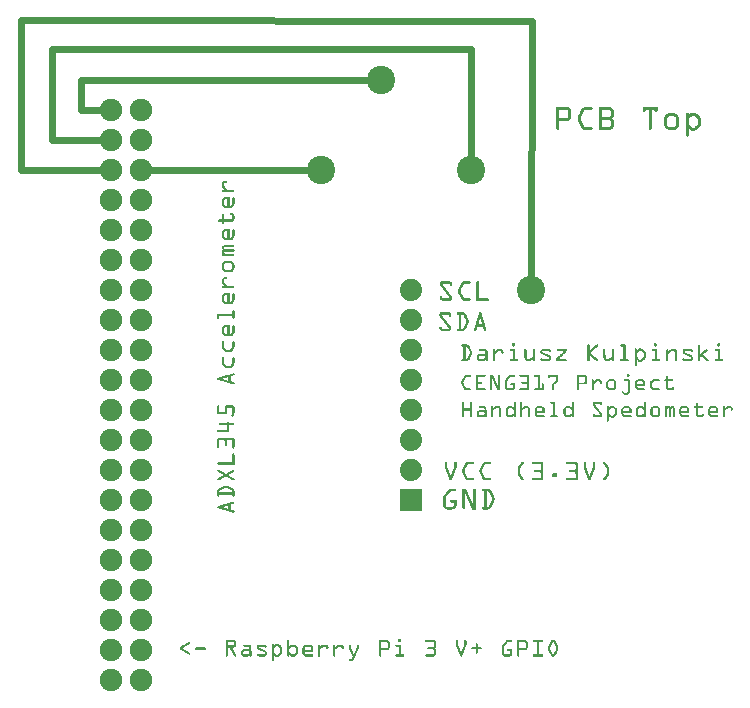
<source format=gtl>
G04 MADE WITH FRITZING*
G04 WWW.FRITZING.ORG*
G04 DOUBLE SIDED*
G04 HOLES PLATED*
G04 CONTOUR ON CENTER OF CONTOUR VECTOR*
%ASAXBY*%
%FSLAX23Y23*%
%MOIN*%
%OFA0B0*%
%SFA1.0B1.0*%
%ADD10C,0.075361*%
%ADD11C,0.074000*%
%ADD12C,0.094488*%
%ADD13R,0.074000X0.074000*%
%ADD14C,0.024000*%
%ADD15R,0.001000X0.001000*%
%LNCOPPER1*%
G90*
G70*
G54D10*
X346Y1998D03*
X346Y1898D03*
X346Y1798D03*
X346Y1698D03*
X346Y1598D03*
X346Y1498D03*
X346Y1398D03*
X346Y1298D03*
X346Y1198D03*
X346Y1098D03*
X346Y998D03*
X346Y898D03*
X346Y798D03*
X346Y698D03*
X346Y598D03*
X346Y498D03*
X346Y398D03*
X346Y298D03*
X346Y198D03*
X346Y98D03*
X446Y98D03*
X446Y198D03*
X446Y298D03*
X446Y398D03*
X446Y498D03*
X446Y598D03*
X446Y698D03*
X446Y798D03*
X446Y898D03*
X446Y998D03*
X446Y1098D03*
X446Y1198D03*
X446Y1298D03*
X446Y1398D03*
X446Y1498D03*
X446Y1598D03*
X446Y1698D03*
X446Y1798D03*
X446Y1898D03*
X446Y1998D03*
G54D11*
X1346Y698D03*
X1346Y798D03*
X1346Y898D03*
X1346Y998D03*
X1346Y1098D03*
X1346Y1198D03*
X1346Y1298D03*
X1346Y1398D03*
G54D12*
X1546Y1798D03*
X1746Y1398D03*
X1246Y2098D03*
X1046Y1798D03*
G54D13*
X1346Y698D03*
G54D14*
X1746Y1424D02*
X1749Y2295D01*
D02*
X1749Y2295D02*
X46Y2297D01*
D02*
X46Y2297D02*
X46Y1797D01*
D02*
X46Y1797D02*
X315Y1798D01*
D02*
X1544Y2200D02*
X148Y2200D01*
D02*
X148Y2200D02*
X148Y1899D01*
D02*
X148Y1899D02*
X315Y1898D01*
D02*
X1546Y1824D02*
X1544Y2200D01*
D02*
X1219Y2098D02*
X245Y2098D01*
D02*
X245Y2098D02*
X245Y1996D01*
D02*
X245Y1996D02*
X315Y1997D01*
D02*
X478Y1798D02*
X1019Y1798D01*
G54D15*
X1829Y2007D02*
X1867Y2007D01*
X1922Y2007D02*
X1947Y2007D01*
X1973Y2007D02*
X2007Y2007D01*
X2117Y2007D02*
X2166Y2007D01*
X1829Y2006D02*
X1869Y2006D01*
X1920Y2006D02*
X1948Y2006D01*
X1973Y2006D02*
X2010Y2006D01*
X2117Y2006D02*
X2166Y2006D01*
X1829Y2005D02*
X1871Y2005D01*
X1918Y2005D02*
X1949Y2005D01*
X1973Y2005D02*
X2011Y2005D01*
X2117Y2005D02*
X2166Y2005D01*
X1829Y2004D02*
X1872Y2004D01*
X1917Y2004D02*
X1949Y2004D01*
X1973Y2004D02*
X2013Y2004D01*
X2117Y2004D02*
X2166Y2004D01*
X1829Y2003D02*
X1873Y2003D01*
X1916Y2003D02*
X1949Y2003D01*
X1973Y2003D02*
X2014Y2003D01*
X2117Y2003D02*
X2166Y2003D01*
X1829Y2002D02*
X1874Y2002D01*
X1915Y2002D02*
X1949Y2002D01*
X1973Y2002D02*
X2015Y2002D01*
X2117Y2002D02*
X2166Y2002D01*
X1829Y2001D02*
X1875Y2001D01*
X1914Y2001D02*
X1949Y2001D01*
X1973Y2001D02*
X2016Y2001D01*
X2117Y2001D02*
X2166Y2001D01*
X1829Y2000D02*
X1876Y2000D01*
X1913Y2000D02*
X1949Y2000D01*
X1973Y2000D02*
X2017Y2000D01*
X2117Y2000D02*
X2166Y2000D01*
X1829Y1999D02*
X1876Y1999D01*
X1913Y1999D02*
X1948Y1999D01*
X1973Y1999D02*
X2018Y1999D01*
X2117Y1999D02*
X2166Y1999D01*
X1829Y1998D02*
X1877Y1998D01*
X1912Y1998D02*
X1946Y1998D01*
X1973Y1998D02*
X2019Y1998D01*
X2117Y1998D02*
X2166Y1998D01*
X1829Y1997D02*
X1838Y1997D01*
X1866Y1997D02*
X1877Y1997D01*
X1912Y1997D02*
X1923Y1997D01*
X1973Y1997D02*
X1982Y1997D01*
X2006Y1997D02*
X2019Y1997D01*
X2117Y1997D02*
X2126Y1997D01*
X2137Y1997D02*
X2146Y1997D01*
X2156Y1997D02*
X2166Y1997D01*
X1829Y1996D02*
X1838Y1996D01*
X1867Y1996D02*
X1877Y1996D01*
X1911Y1996D02*
X1922Y1996D01*
X1973Y1996D02*
X1982Y1996D01*
X2008Y1996D02*
X2020Y1996D01*
X2117Y1996D02*
X2126Y1996D01*
X2137Y1996D02*
X2146Y1996D01*
X2156Y1996D02*
X2166Y1996D01*
X1829Y1995D02*
X1838Y1995D01*
X1868Y1995D02*
X1877Y1995D01*
X1911Y1995D02*
X1921Y1995D01*
X1973Y1995D02*
X1982Y1995D01*
X2009Y1995D02*
X2020Y1995D01*
X2117Y1995D02*
X2126Y1995D01*
X2137Y1995D02*
X2146Y1995D01*
X2156Y1995D02*
X2166Y1995D01*
X1829Y1994D02*
X1838Y1994D01*
X1868Y1994D02*
X1877Y1994D01*
X1910Y1994D02*
X1921Y1994D01*
X1973Y1994D02*
X1982Y1994D01*
X2010Y1994D02*
X2020Y1994D01*
X2117Y1994D02*
X2126Y1994D01*
X2137Y1994D02*
X2146Y1994D01*
X2156Y1994D02*
X2165Y1994D01*
X1829Y1993D02*
X1838Y1993D01*
X1868Y1993D02*
X1878Y1993D01*
X1910Y1993D02*
X1920Y1993D01*
X1973Y1993D02*
X1982Y1993D01*
X2011Y1993D02*
X2021Y1993D01*
X2117Y1993D02*
X2126Y1993D01*
X2137Y1993D02*
X2146Y1993D01*
X2157Y1993D02*
X2165Y1993D01*
X1829Y1992D02*
X1838Y1992D01*
X1868Y1992D02*
X1878Y1992D01*
X1909Y1992D02*
X1920Y1992D01*
X1973Y1992D02*
X1982Y1992D01*
X2011Y1992D02*
X2021Y1992D01*
X2117Y1992D02*
X2125Y1992D01*
X2137Y1992D02*
X2146Y1992D01*
X2157Y1992D02*
X2165Y1992D01*
X1829Y1991D02*
X1838Y1991D01*
X1868Y1991D02*
X1878Y1991D01*
X1909Y1991D02*
X1919Y1991D01*
X1973Y1991D02*
X1982Y1991D01*
X2012Y1991D02*
X2021Y1991D01*
X2118Y1991D02*
X2124Y1991D01*
X2137Y1991D02*
X2146Y1991D01*
X2158Y1991D02*
X2164Y1991D01*
X1829Y1990D02*
X1838Y1990D01*
X1868Y1990D02*
X1878Y1990D01*
X1909Y1990D02*
X1919Y1990D01*
X1973Y1990D02*
X1982Y1990D01*
X2012Y1990D02*
X2021Y1990D01*
X2119Y1990D02*
X2123Y1990D01*
X2137Y1990D02*
X2146Y1990D01*
X2159Y1990D02*
X2163Y1990D01*
X1829Y1989D02*
X1838Y1989D01*
X1868Y1989D02*
X1878Y1989D01*
X1908Y1989D02*
X1918Y1989D01*
X1973Y1989D02*
X1982Y1989D01*
X2012Y1989D02*
X2021Y1989D01*
X2137Y1989D02*
X2146Y1989D01*
X1829Y1988D02*
X1838Y1988D01*
X1868Y1988D02*
X1878Y1988D01*
X1908Y1988D02*
X1918Y1988D01*
X1973Y1988D02*
X1982Y1988D01*
X2012Y1988D02*
X2021Y1988D01*
X2137Y1988D02*
X2146Y1988D01*
X2263Y1988D02*
X2267Y1988D01*
X2280Y1988D02*
X2290Y1988D01*
X1829Y1987D02*
X1838Y1987D01*
X1868Y1987D02*
X1878Y1987D01*
X1907Y1987D02*
X1917Y1987D01*
X1973Y1987D02*
X1982Y1987D01*
X2012Y1987D02*
X2022Y1987D01*
X2137Y1987D02*
X2146Y1987D01*
X2262Y1987D02*
X2268Y1987D01*
X2278Y1987D02*
X2293Y1987D01*
X1829Y1986D02*
X1838Y1986D01*
X1868Y1986D02*
X1878Y1986D01*
X1907Y1986D02*
X1917Y1986D01*
X1973Y1986D02*
X1982Y1986D01*
X2012Y1986D02*
X2022Y1986D01*
X2137Y1986D02*
X2146Y1986D01*
X2203Y1986D02*
X2223Y1986D01*
X2261Y1986D02*
X2269Y1986D01*
X2276Y1986D02*
X2294Y1986D01*
X1829Y1985D02*
X1838Y1985D01*
X1868Y1985D02*
X1878Y1985D01*
X1906Y1985D02*
X1916Y1985D01*
X1973Y1985D02*
X1982Y1985D01*
X2012Y1985D02*
X2022Y1985D01*
X2137Y1985D02*
X2146Y1985D01*
X2201Y1985D02*
X2226Y1985D01*
X2261Y1985D02*
X2270Y1985D01*
X2275Y1985D02*
X2296Y1985D01*
X1829Y1984D02*
X1838Y1984D01*
X1868Y1984D02*
X1878Y1984D01*
X1906Y1984D02*
X1916Y1984D01*
X1973Y1984D02*
X1982Y1984D01*
X2012Y1984D02*
X2022Y1984D01*
X2137Y1984D02*
X2146Y1984D01*
X2199Y1984D02*
X2227Y1984D01*
X2261Y1984D02*
X2270Y1984D01*
X2274Y1984D02*
X2297Y1984D01*
X1829Y1983D02*
X1838Y1983D01*
X1868Y1983D02*
X1878Y1983D01*
X1905Y1983D02*
X1915Y1983D01*
X1973Y1983D02*
X1982Y1983D01*
X2012Y1983D02*
X2021Y1983D01*
X2137Y1983D02*
X2146Y1983D01*
X2198Y1983D02*
X2229Y1983D01*
X2261Y1983D02*
X2270Y1983D01*
X2273Y1983D02*
X2298Y1983D01*
X1829Y1982D02*
X1838Y1982D01*
X1868Y1982D02*
X1878Y1982D01*
X1905Y1982D02*
X1915Y1982D01*
X1973Y1982D02*
X1982Y1982D01*
X2012Y1982D02*
X2021Y1982D01*
X2137Y1982D02*
X2146Y1982D01*
X2196Y1982D02*
X2230Y1982D01*
X2261Y1982D02*
X2270Y1982D01*
X2272Y1982D02*
X2299Y1982D01*
X1829Y1981D02*
X1838Y1981D01*
X1868Y1981D02*
X1878Y1981D01*
X1904Y1981D02*
X1914Y1981D01*
X1973Y1981D02*
X1982Y1981D01*
X2012Y1981D02*
X2021Y1981D01*
X2137Y1981D02*
X2146Y1981D01*
X2195Y1981D02*
X2231Y1981D01*
X2261Y1981D02*
X2301Y1981D01*
X1829Y1980D02*
X1838Y1980D01*
X1868Y1980D02*
X1878Y1980D01*
X1904Y1980D02*
X1914Y1980D01*
X1973Y1980D02*
X1982Y1980D01*
X2012Y1980D02*
X2021Y1980D01*
X2137Y1980D02*
X2146Y1980D01*
X2194Y1980D02*
X2232Y1980D01*
X2261Y1980D02*
X2302Y1980D01*
X1829Y1979D02*
X1838Y1979D01*
X1868Y1979D02*
X1878Y1979D01*
X1903Y1979D02*
X1913Y1979D01*
X1973Y1979D02*
X1982Y1979D01*
X2011Y1979D02*
X2021Y1979D01*
X2137Y1979D02*
X2146Y1979D01*
X2193Y1979D02*
X2233Y1979D01*
X2261Y1979D02*
X2303Y1979D01*
X1829Y1978D02*
X1838Y1978D01*
X1868Y1978D02*
X1878Y1978D01*
X1903Y1978D02*
X1913Y1978D01*
X1973Y1978D02*
X1982Y1978D01*
X2010Y1978D02*
X2021Y1978D01*
X2137Y1978D02*
X2146Y1978D01*
X2192Y1978D02*
X2234Y1978D01*
X2261Y1978D02*
X2281Y1978D01*
X2289Y1978D02*
X2304Y1978D01*
X1829Y1977D02*
X1838Y1977D01*
X1868Y1977D02*
X1878Y1977D01*
X1902Y1977D02*
X1912Y1977D01*
X1973Y1977D02*
X1982Y1977D01*
X2009Y1977D02*
X2020Y1977D01*
X2137Y1977D02*
X2146Y1977D01*
X2191Y1977D02*
X2235Y1977D01*
X2261Y1977D02*
X2280Y1977D01*
X2291Y1977D02*
X2305Y1977D01*
X1829Y1976D02*
X1838Y1976D01*
X1868Y1976D02*
X1878Y1976D01*
X1902Y1976D02*
X1912Y1976D01*
X1973Y1976D02*
X1982Y1976D01*
X2008Y1976D02*
X2020Y1976D01*
X2137Y1976D02*
X2146Y1976D01*
X2191Y1976D02*
X2204Y1976D01*
X2222Y1976D02*
X2235Y1976D01*
X2261Y1976D02*
X2279Y1976D01*
X2292Y1976D02*
X2306Y1976D01*
X1829Y1975D02*
X1838Y1975D01*
X1868Y1975D02*
X1878Y1975D01*
X1902Y1975D02*
X1911Y1975D01*
X1973Y1975D02*
X1982Y1975D01*
X2007Y1975D02*
X2019Y1975D01*
X2137Y1975D02*
X2146Y1975D01*
X2190Y1975D02*
X2203Y1975D01*
X2224Y1975D02*
X2236Y1975D01*
X2261Y1975D02*
X2278Y1975D01*
X2293Y1975D02*
X2306Y1975D01*
X1829Y1974D02*
X1838Y1974D01*
X1868Y1974D02*
X1877Y1974D01*
X1901Y1974D02*
X1911Y1974D01*
X1973Y1974D02*
X1982Y1974D01*
X2003Y1974D02*
X2019Y1974D01*
X2137Y1974D02*
X2146Y1974D01*
X2190Y1974D02*
X2201Y1974D01*
X2225Y1974D02*
X2236Y1974D01*
X2261Y1974D02*
X2277Y1974D01*
X2294Y1974D02*
X2307Y1974D01*
X1829Y1973D02*
X1838Y1973D01*
X1868Y1973D02*
X1877Y1973D01*
X1901Y1973D02*
X1911Y1973D01*
X1973Y1973D02*
X2018Y1973D01*
X2137Y1973D02*
X2146Y1973D01*
X2190Y1973D02*
X2200Y1973D01*
X2226Y1973D02*
X2237Y1973D01*
X2261Y1973D02*
X2276Y1973D01*
X2295Y1973D02*
X2308Y1973D01*
X1829Y1972D02*
X1838Y1972D01*
X1867Y1972D02*
X1877Y1972D01*
X1901Y1972D02*
X1910Y1972D01*
X1973Y1972D02*
X2017Y1972D01*
X2137Y1972D02*
X2146Y1972D01*
X2189Y1972D02*
X2199Y1972D01*
X2227Y1972D02*
X2237Y1972D01*
X2261Y1972D02*
X2275Y1972D01*
X2296Y1972D02*
X2308Y1972D01*
X1829Y1971D02*
X1838Y1971D01*
X1867Y1971D02*
X1877Y1971D01*
X1901Y1971D02*
X1910Y1971D01*
X1973Y1971D02*
X2017Y1971D01*
X2137Y1971D02*
X2146Y1971D01*
X2189Y1971D02*
X2199Y1971D01*
X2228Y1971D02*
X2237Y1971D01*
X2261Y1971D02*
X2274Y1971D01*
X2297Y1971D02*
X2309Y1971D01*
X1829Y1970D02*
X1838Y1970D01*
X1865Y1970D02*
X1877Y1970D01*
X1901Y1970D02*
X1910Y1970D01*
X1973Y1970D02*
X2016Y1970D01*
X2137Y1970D02*
X2146Y1970D01*
X2189Y1970D02*
X2198Y1970D01*
X2228Y1970D02*
X2237Y1970D01*
X2261Y1970D02*
X2273Y1970D01*
X2299Y1970D02*
X2309Y1970D01*
X1829Y1969D02*
X1876Y1969D01*
X1901Y1969D02*
X1910Y1969D01*
X1973Y1969D02*
X2015Y1969D01*
X2137Y1969D02*
X2146Y1969D01*
X2189Y1969D02*
X2198Y1969D01*
X2228Y1969D02*
X2237Y1969D01*
X2261Y1969D02*
X2272Y1969D01*
X2299Y1969D02*
X2309Y1969D01*
X1829Y1968D02*
X1876Y1968D01*
X1901Y1968D02*
X1910Y1968D01*
X1973Y1968D02*
X2015Y1968D01*
X2137Y1968D02*
X2146Y1968D01*
X2189Y1968D02*
X2198Y1968D01*
X2228Y1968D02*
X2238Y1968D01*
X2261Y1968D02*
X2271Y1968D01*
X2300Y1968D02*
X2309Y1968D01*
X1829Y1967D02*
X1875Y1967D01*
X1901Y1967D02*
X1910Y1967D01*
X1973Y1967D02*
X2016Y1967D01*
X2137Y1967D02*
X2146Y1967D01*
X2189Y1967D02*
X2198Y1967D01*
X2228Y1967D02*
X2238Y1967D01*
X2261Y1967D02*
X2270Y1967D01*
X2300Y1967D02*
X2309Y1967D01*
X1829Y1966D02*
X1875Y1966D01*
X1901Y1966D02*
X1910Y1966D01*
X1973Y1966D02*
X2017Y1966D01*
X2137Y1966D02*
X2146Y1966D01*
X2189Y1966D02*
X2198Y1966D01*
X2228Y1966D02*
X2238Y1966D01*
X2261Y1966D02*
X2270Y1966D01*
X2300Y1966D02*
X2310Y1966D01*
X1829Y1965D02*
X1874Y1965D01*
X1901Y1965D02*
X1910Y1965D01*
X1973Y1965D02*
X2018Y1965D01*
X2137Y1965D02*
X2146Y1965D01*
X2189Y1965D02*
X2198Y1965D01*
X2228Y1965D02*
X2238Y1965D01*
X2261Y1965D02*
X2270Y1965D01*
X2300Y1965D02*
X2310Y1965D01*
X1829Y1964D02*
X1873Y1964D01*
X1901Y1964D02*
X1911Y1964D01*
X1973Y1964D02*
X2019Y1964D01*
X2137Y1964D02*
X2146Y1964D01*
X2189Y1964D02*
X2198Y1964D01*
X2228Y1964D02*
X2238Y1964D01*
X2261Y1964D02*
X2270Y1964D01*
X2300Y1964D02*
X2310Y1964D01*
X1829Y1963D02*
X1872Y1963D01*
X1902Y1963D02*
X1911Y1963D01*
X1973Y1963D02*
X1982Y1963D01*
X2006Y1963D02*
X2019Y1963D01*
X2137Y1963D02*
X2146Y1963D01*
X2189Y1963D02*
X2198Y1963D01*
X2228Y1963D02*
X2238Y1963D01*
X2261Y1963D02*
X2270Y1963D01*
X2300Y1963D02*
X2310Y1963D01*
X1829Y1962D02*
X1871Y1962D01*
X1902Y1962D02*
X1912Y1962D01*
X1973Y1962D02*
X1982Y1962D01*
X2008Y1962D02*
X2020Y1962D01*
X2137Y1962D02*
X2146Y1962D01*
X2189Y1962D02*
X2198Y1962D01*
X2228Y1962D02*
X2238Y1962D01*
X2261Y1962D02*
X2270Y1962D01*
X2300Y1962D02*
X2310Y1962D01*
X1829Y1961D02*
X1869Y1961D01*
X1902Y1961D02*
X1912Y1961D01*
X1973Y1961D02*
X1982Y1961D01*
X2009Y1961D02*
X2020Y1961D01*
X2137Y1961D02*
X2146Y1961D01*
X2189Y1961D02*
X2198Y1961D01*
X2228Y1961D02*
X2238Y1961D01*
X2261Y1961D02*
X2270Y1961D01*
X2300Y1961D02*
X2310Y1961D01*
X1829Y1960D02*
X1866Y1960D01*
X1903Y1960D02*
X1913Y1960D01*
X1973Y1960D02*
X1982Y1960D01*
X2010Y1960D02*
X2020Y1960D01*
X2137Y1960D02*
X2146Y1960D01*
X2189Y1960D02*
X2198Y1960D01*
X2228Y1960D02*
X2238Y1960D01*
X2261Y1960D02*
X2270Y1960D01*
X2300Y1960D02*
X2310Y1960D01*
X1829Y1959D02*
X1838Y1959D01*
X1903Y1959D02*
X1913Y1959D01*
X1973Y1959D02*
X1982Y1959D01*
X2011Y1959D02*
X2021Y1959D01*
X2137Y1959D02*
X2146Y1959D01*
X2189Y1959D02*
X2198Y1959D01*
X2228Y1959D02*
X2238Y1959D01*
X2261Y1959D02*
X2270Y1959D01*
X2300Y1959D02*
X2310Y1959D01*
X1829Y1958D02*
X1838Y1958D01*
X1903Y1958D02*
X1914Y1958D01*
X1973Y1958D02*
X1982Y1958D01*
X2011Y1958D02*
X2021Y1958D01*
X2137Y1958D02*
X2146Y1958D01*
X2189Y1958D02*
X2198Y1958D01*
X2228Y1958D02*
X2238Y1958D01*
X2261Y1958D02*
X2270Y1958D01*
X2300Y1958D02*
X2310Y1958D01*
X1829Y1957D02*
X1838Y1957D01*
X1904Y1957D02*
X1914Y1957D01*
X1973Y1957D02*
X1982Y1957D01*
X2012Y1957D02*
X2021Y1957D01*
X2137Y1957D02*
X2146Y1957D01*
X2189Y1957D02*
X2198Y1957D01*
X2228Y1957D02*
X2238Y1957D01*
X2261Y1957D02*
X2270Y1957D01*
X2300Y1957D02*
X2310Y1957D01*
X1829Y1956D02*
X1838Y1956D01*
X1904Y1956D02*
X1915Y1956D01*
X1973Y1956D02*
X1982Y1956D01*
X2012Y1956D02*
X2021Y1956D01*
X2137Y1956D02*
X2146Y1956D01*
X2189Y1956D02*
X2198Y1956D01*
X2228Y1956D02*
X2238Y1956D01*
X2261Y1956D02*
X2270Y1956D01*
X2300Y1956D02*
X2310Y1956D01*
X1829Y1955D02*
X1838Y1955D01*
X1905Y1955D02*
X1915Y1955D01*
X1973Y1955D02*
X1982Y1955D01*
X2012Y1955D02*
X2021Y1955D01*
X2137Y1955D02*
X2146Y1955D01*
X2189Y1955D02*
X2198Y1955D01*
X2228Y1955D02*
X2238Y1955D01*
X2261Y1955D02*
X2270Y1955D01*
X2300Y1955D02*
X2310Y1955D01*
X1829Y1954D02*
X1838Y1954D01*
X1905Y1954D02*
X1916Y1954D01*
X1973Y1954D02*
X1982Y1954D01*
X2012Y1954D02*
X2022Y1954D01*
X2137Y1954D02*
X2146Y1954D01*
X2189Y1954D02*
X2198Y1954D01*
X2228Y1954D02*
X2238Y1954D01*
X2261Y1954D02*
X2270Y1954D01*
X2300Y1954D02*
X2310Y1954D01*
X1829Y1953D02*
X1838Y1953D01*
X1906Y1953D02*
X1916Y1953D01*
X1973Y1953D02*
X1982Y1953D01*
X2012Y1953D02*
X2022Y1953D01*
X2137Y1953D02*
X2146Y1953D01*
X2189Y1953D02*
X2198Y1953D01*
X2228Y1953D02*
X2238Y1953D01*
X2261Y1953D02*
X2270Y1953D01*
X2300Y1953D02*
X2310Y1953D01*
X1829Y1952D02*
X1838Y1952D01*
X1906Y1952D02*
X1917Y1952D01*
X1973Y1952D02*
X1982Y1952D01*
X2012Y1952D02*
X2022Y1952D01*
X2137Y1952D02*
X2146Y1952D01*
X2189Y1952D02*
X2198Y1952D01*
X2228Y1952D02*
X2238Y1952D01*
X2261Y1952D02*
X2270Y1952D01*
X2300Y1952D02*
X2310Y1952D01*
X1829Y1951D02*
X1838Y1951D01*
X1907Y1951D02*
X1917Y1951D01*
X1973Y1951D02*
X1982Y1951D01*
X2012Y1951D02*
X2022Y1951D01*
X2137Y1951D02*
X2146Y1951D01*
X2189Y1951D02*
X2198Y1951D01*
X2228Y1951D02*
X2238Y1951D01*
X2261Y1951D02*
X2270Y1951D01*
X2300Y1951D02*
X2310Y1951D01*
X1829Y1950D02*
X1838Y1950D01*
X1907Y1950D02*
X1918Y1950D01*
X1973Y1950D02*
X1982Y1950D01*
X2012Y1950D02*
X2022Y1950D01*
X2137Y1950D02*
X2146Y1950D01*
X2189Y1950D02*
X2198Y1950D01*
X2228Y1950D02*
X2238Y1950D01*
X2261Y1950D02*
X2270Y1950D01*
X2300Y1950D02*
X2309Y1950D01*
X1829Y1949D02*
X1838Y1949D01*
X1908Y1949D02*
X1918Y1949D01*
X1973Y1949D02*
X1982Y1949D01*
X2012Y1949D02*
X2021Y1949D01*
X2137Y1949D02*
X2146Y1949D01*
X2189Y1949D02*
X2198Y1949D01*
X2228Y1949D02*
X2238Y1949D01*
X2261Y1949D02*
X2271Y1949D01*
X2300Y1949D02*
X2309Y1949D01*
X1829Y1948D02*
X1838Y1948D01*
X1908Y1948D02*
X1919Y1948D01*
X1973Y1948D02*
X1982Y1948D01*
X2012Y1948D02*
X2021Y1948D01*
X2137Y1948D02*
X2146Y1948D01*
X2189Y1948D02*
X2198Y1948D01*
X2228Y1948D02*
X2238Y1948D01*
X2261Y1948D02*
X2271Y1948D01*
X2300Y1948D02*
X2309Y1948D01*
X1829Y1947D02*
X1838Y1947D01*
X1909Y1947D02*
X1919Y1947D01*
X1973Y1947D02*
X1982Y1947D01*
X2012Y1947D02*
X2021Y1947D01*
X2137Y1947D02*
X2146Y1947D01*
X2189Y1947D02*
X2198Y1947D01*
X2228Y1947D02*
X2237Y1947D01*
X2261Y1947D02*
X2272Y1947D01*
X2299Y1947D02*
X2309Y1947D01*
X1829Y1946D02*
X1838Y1946D01*
X1909Y1946D02*
X1920Y1946D01*
X1973Y1946D02*
X1982Y1946D01*
X2012Y1946D02*
X2021Y1946D01*
X2137Y1946D02*
X2146Y1946D01*
X2189Y1946D02*
X2198Y1946D01*
X2228Y1946D02*
X2237Y1946D01*
X2261Y1946D02*
X2273Y1946D01*
X2298Y1946D02*
X2309Y1946D01*
X1829Y1945D02*
X1838Y1945D01*
X1910Y1945D02*
X1920Y1945D01*
X1973Y1945D02*
X1982Y1945D01*
X2011Y1945D02*
X2021Y1945D01*
X2137Y1945D02*
X2146Y1945D01*
X2189Y1945D02*
X2199Y1945D01*
X2227Y1945D02*
X2237Y1945D01*
X2261Y1945D02*
X2274Y1945D01*
X2297Y1945D02*
X2309Y1945D01*
X1829Y1944D02*
X1838Y1944D01*
X1910Y1944D02*
X1921Y1944D01*
X1973Y1944D02*
X1982Y1944D01*
X2010Y1944D02*
X2021Y1944D01*
X2137Y1944D02*
X2146Y1944D01*
X2189Y1944D02*
X2200Y1944D01*
X2226Y1944D02*
X2237Y1944D01*
X2261Y1944D02*
X2275Y1944D01*
X2296Y1944D02*
X2308Y1944D01*
X1829Y1943D02*
X1838Y1943D01*
X1911Y1943D02*
X1921Y1943D01*
X1973Y1943D02*
X1982Y1943D01*
X2009Y1943D02*
X2020Y1943D01*
X2137Y1943D02*
X2146Y1943D01*
X2190Y1943D02*
X2201Y1943D01*
X2225Y1943D02*
X2237Y1943D01*
X2261Y1943D02*
X2276Y1943D01*
X2295Y1943D02*
X2308Y1943D01*
X1829Y1942D02*
X1838Y1942D01*
X1911Y1942D02*
X1922Y1942D01*
X1973Y1942D02*
X1982Y1942D01*
X2008Y1942D02*
X2020Y1942D01*
X2137Y1942D02*
X2146Y1942D01*
X2190Y1942D02*
X2202Y1942D01*
X2224Y1942D02*
X2236Y1942D01*
X2261Y1942D02*
X2277Y1942D01*
X2293Y1942D02*
X2307Y1942D01*
X1829Y1941D02*
X1838Y1941D01*
X1912Y1941D02*
X1923Y1941D01*
X1973Y1941D02*
X1982Y1941D01*
X2007Y1941D02*
X2019Y1941D01*
X2137Y1941D02*
X2146Y1941D01*
X2190Y1941D02*
X2203Y1941D01*
X2223Y1941D02*
X2236Y1941D01*
X2261Y1941D02*
X2278Y1941D01*
X2292Y1941D02*
X2306Y1941D01*
X1829Y1940D02*
X1838Y1940D01*
X1912Y1940D02*
X1925Y1940D01*
X1973Y1940D02*
X1982Y1940D01*
X2003Y1940D02*
X2019Y1940D01*
X2137Y1940D02*
X2146Y1940D01*
X2191Y1940D02*
X2206Y1940D01*
X2220Y1940D02*
X2235Y1940D01*
X2261Y1940D02*
X2279Y1940D01*
X2291Y1940D02*
X2305Y1940D01*
X1829Y1939D02*
X1838Y1939D01*
X1913Y1939D02*
X1947Y1939D01*
X1973Y1939D02*
X2018Y1939D01*
X2137Y1939D02*
X2146Y1939D01*
X2192Y1939D02*
X2234Y1939D01*
X2261Y1939D02*
X2281Y1939D01*
X2290Y1939D02*
X2304Y1939D01*
X1829Y1938D02*
X1838Y1938D01*
X1913Y1938D02*
X1948Y1938D01*
X1973Y1938D02*
X2017Y1938D01*
X2137Y1938D02*
X2146Y1938D01*
X2192Y1938D02*
X2233Y1938D01*
X2261Y1938D02*
X2283Y1938D01*
X2288Y1938D02*
X2303Y1938D01*
X1829Y1937D02*
X1838Y1937D01*
X1914Y1937D02*
X1949Y1937D01*
X1973Y1937D02*
X2017Y1937D01*
X2137Y1937D02*
X2146Y1937D01*
X2193Y1937D02*
X2233Y1937D01*
X2261Y1937D02*
X2302Y1937D01*
X1829Y1936D02*
X1838Y1936D01*
X1915Y1936D02*
X1949Y1936D01*
X1973Y1936D02*
X2016Y1936D01*
X2137Y1936D02*
X2146Y1936D01*
X2195Y1936D02*
X2231Y1936D01*
X2261Y1936D02*
X2301Y1936D01*
X1829Y1935D02*
X1838Y1935D01*
X1916Y1935D02*
X1949Y1935D01*
X1973Y1935D02*
X2015Y1935D01*
X2137Y1935D02*
X2146Y1935D01*
X2196Y1935D02*
X2230Y1935D01*
X2261Y1935D02*
X2300Y1935D01*
X1829Y1934D02*
X1838Y1934D01*
X1917Y1934D02*
X1949Y1934D01*
X1973Y1934D02*
X2013Y1934D01*
X2137Y1934D02*
X2145Y1934D01*
X2197Y1934D02*
X2229Y1934D01*
X2261Y1934D02*
X2270Y1934D01*
X2272Y1934D02*
X2299Y1934D01*
X1829Y1933D02*
X1837Y1933D01*
X1918Y1933D02*
X1949Y1933D01*
X1973Y1933D02*
X2012Y1933D01*
X2137Y1933D02*
X2145Y1933D01*
X2198Y1933D02*
X2228Y1933D01*
X2261Y1933D02*
X2270Y1933D01*
X2273Y1933D02*
X2298Y1933D01*
X1830Y1932D02*
X1837Y1932D01*
X1919Y1932D02*
X1948Y1932D01*
X1973Y1932D02*
X2010Y1932D01*
X2138Y1932D02*
X2145Y1932D01*
X2200Y1932D02*
X2227Y1932D01*
X2261Y1932D02*
X2270Y1932D01*
X2274Y1932D02*
X2296Y1932D01*
X1831Y1931D02*
X1836Y1931D01*
X1921Y1931D02*
X1948Y1931D01*
X1973Y1931D02*
X2008Y1931D01*
X2139Y1931D02*
X2144Y1931D01*
X2202Y1931D02*
X2225Y1931D01*
X2261Y1931D02*
X2270Y1931D01*
X2275Y1931D02*
X2295Y1931D01*
X1833Y1930D02*
X1834Y1930D01*
X1925Y1930D02*
X1945Y1930D01*
X1973Y1930D02*
X2003Y1930D01*
X2141Y1930D02*
X2141Y1930D01*
X2206Y1930D02*
X2221Y1930D01*
X2261Y1930D02*
X2270Y1930D01*
X2277Y1930D02*
X2294Y1930D01*
X2261Y1929D02*
X2270Y1929D01*
X2279Y1929D02*
X2292Y1929D01*
X2261Y1928D02*
X2270Y1928D01*
X2282Y1928D02*
X2289Y1928D01*
X2261Y1927D02*
X2270Y1927D01*
X2261Y1926D02*
X2270Y1926D01*
X2261Y1925D02*
X2270Y1925D01*
X2261Y1924D02*
X2270Y1924D01*
X2261Y1923D02*
X2270Y1923D01*
X2261Y1922D02*
X2270Y1922D01*
X2261Y1921D02*
X2270Y1921D01*
X2261Y1920D02*
X2270Y1920D01*
X2261Y1919D02*
X2270Y1919D01*
X2261Y1918D02*
X2270Y1918D01*
X2261Y1917D02*
X2270Y1917D01*
X2261Y1916D02*
X2270Y1916D01*
X2261Y1915D02*
X2270Y1915D01*
X2261Y1914D02*
X2270Y1914D01*
X2261Y1913D02*
X2270Y1913D01*
X2261Y1912D02*
X2270Y1912D01*
X2262Y1911D02*
X2269Y1911D01*
X2262Y1910D02*
X2268Y1910D01*
X2264Y1909D02*
X2267Y1909D01*
X723Y1761D02*
X728Y1761D01*
X720Y1760D02*
X729Y1760D01*
X719Y1759D02*
X730Y1759D01*
X718Y1758D02*
X730Y1758D01*
X717Y1757D02*
X730Y1757D01*
X716Y1756D02*
X730Y1756D01*
X716Y1755D02*
X729Y1755D01*
X715Y1754D02*
X728Y1754D01*
X715Y1753D02*
X722Y1753D01*
X715Y1752D02*
X721Y1752D01*
X714Y1751D02*
X721Y1751D01*
X714Y1750D02*
X721Y1750D01*
X714Y1749D02*
X721Y1749D01*
X714Y1748D02*
X721Y1748D01*
X714Y1747D02*
X721Y1747D01*
X714Y1746D02*
X721Y1746D01*
X714Y1745D02*
X721Y1745D01*
X714Y1744D02*
X721Y1744D01*
X714Y1743D02*
X722Y1743D01*
X714Y1742D02*
X723Y1742D01*
X715Y1741D02*
X724Y1741D01*
X716Y1740D02*
X724Y1740D01*
X716Y1739D02*
X725Y1739D01*
X717Y1738D02*
X726Y1738D01*
X718Y1737D02*
X727Y1737D01*
X719Y1736D02*
X728Y1736D01*
X720Y1735D02*
X729Y1735D01*
X721Y1734D02*
X730Y1734D01*
X722Y1733D02*
X730Y1733D01*
X722Y1732D02*
X731Y1732D01*
X716Y1731D02*
X754Y1731D01*
X715Y1730D02*
X755Y1730D01*
X715Y1729D02*
X755Y1729D01*
X714Y1728D02*
X756Y1728D01*
X715Y1727D02*
X755Y1727D01*
X715Y1726D02*
X755Y1726D01*
X716Y1725D02*
X754Y1725D01*
X724Y1707D02*
X738Y1707D01*
X751Y1707D02*
X754Y1707D01*
X722Y1706D02*
X739Y1706D01*
X750Y1706D02*
X755Y1706D01*
X721Y1705D02*
X740Y1705D01*
X749Y1705D02*
X755Y1705D01*
X719Y1704D02*
X740Y1704D01*
X749Y1704D02*
X756Y1704D01*
X719Y1703D02*
X740Y1703D01*
X749Y1703D02*
X756Y1703D01*
X718Y1702D02*
X740Y1702D01*
X749Y1702D02*
X756Y1702D01*
X717Y1701D02*
X740Y1701D01*
X749Y1701D02*
X756Y1701D01*
X716Y1700D02*
X725Y1700D01*
X733Y1700D02*
X740Y1700D01*
X749Y1700D02*
X756Y1700D01*
X716Y1699D02*
X724Y1699D01*
X733Y1699D02*
X740Y1699D01*
X749Y1699D02*
X756Y1699D01*
X715Y1698D02*
X723Y1698D01*
X733Y1698D02*
X740Y1698D01*
X749Y1698D02*
X756Y1698D01*
X715Y1697D02*
X722Y1697D01*
X733Y1697D02*
X740Y1697D01*
X749Y1697D02*
X756Y1697D01*
X715Y1696D02*
X721Y1696D01*
X733Y1696D02*
X740Y1696D01*
X749Y1696D02*
X756Y1696D01*
X714Y1695D02*
X721Y1695D01*
X733Y1695D02*
X740Y1695D01*
X749Y1695D02*
X756Y1695D01*
X714Y1694D02*
X721Y1694D01*
X733Y1694D02*
X740Y1694D01*
X749Y1694D02*
X756Y1694D01*
X714Y1693D02*
X721Y1693D01*
X733Y1693D02*
X740Y1693D01*
X749Y1693D02*
X756Y1693D01*
X714Y1692D02*
X721Y1692D01*
X733Y1692D02*
X740Y1692D01*
X749Y1692D02*
X756Y1692D01*
X714Y1691D02*
X721Y1691D01*
X733Y1691D02*
X740Y1691D01*
X749Y1691D02*
X756Y1691D01*
X714Y1690D02*
X721Y1690D01*
X733Y1690D02*
X740Y1690D01*
X749Y1690D02*
X756Y1690D01*
X714Y1689D02*
X721Y1689D01*
X733Y1689D02*
X740Y1689D01*
X749Y1689D02*
X756Y1689D01*
X714Y1688D02*
X721Y1688D01*
X733Y1688D02*
X740Y1688D01*
X749Y1688D02*
X756Y1688D01*
X714Y1687D02*
X721Y1687D01*
X733Y1687D02*
X740Y1687D01*
X749Y1687D02*
X756Y1687D01*
X714Y1686D02*
X721Y1686D01*
X733Y1686D02*
X740Y1686D01*
X749Y1686D02*
X756Y1686D01*
X714Y1685D02*
X721Y1685D01*
X733Y1685D02*
X740Y1685D01*
X749Y1685D02*
X756Y1685D01*
X714Y1684D02*
X721Y1684D01*
X733Y1684D02*
X740Y1684D01*
X749Y1684D02*
X756Y1684D01*
X715Y1683D02*
X721Y1683D01*
X733Y1683D02*
X740Y1683D01*
X749Y1683D02*
X755Y1683D01*
X715Y1682D02*
X722Y1682D01*
X733Y1682D02*
X740Y1682D01*
X748Y1682D02*
X755Y1682D01*
X715Y1681D02*
X723Y1681D01*
X733Y1681D02*
X740Y1681D01*
X747Y1681D02*
X755Y1681D01*
X715Y1680D02*
X724Y1680D01*
X733Y1680D02*
X740Y1680D01*
X746Y1680D02*
X755Y1680D01*
X716Y1679D02*
X725Y1679D01*
X733Y1679D02*
X740Y1679D01*
X745Y1679D02*
X754Y1679D01*
X717Y1678D02*
X753Y1678D01*
X717Y1677D02*
X753Y1677D01*
X718Y1676D02*
X752Y1676D01*
X719Y1675D02*
X751Y1675D01*
X720Y1674D02*
X750Y1674D01*
X721Y1673D02*
X749Y1673D01*
X723Y1672D02*
X747Y1672D01*
X727Y1671D02*
X744Y1671D01*
X745Y1654D02*
X747Y1654D01*
X744Y1653D02*
X750Y1653D01*
X743Y1652D02*
X751Y1652D01*
X743Y1651D02*
X752Y1651D01*
X716Y1650D02*
X719Y1650D01*
X743Y1650D02*
X753Y1650D01*
X715Y1649D02*
X720Y1649D01*
X743Y1649D02*
X754Y1649D01*
X715Y1648D02*
X721Y1648D01*
X744Y1648D02*
X754Y1648D01*
X714Y1647D02*
X721Y1647D01*
X746Y1647D02*
X755Y1647D01*
X714Y1646D02*
X721Y1646D01*
X748Y1646D02*
X755Y1646D01*
X714Y1645D02*
X721Y1645D01*
X749Y1645D02*
X755Y1645D01*
X714Y1644D02*
X721Y1644D01*
X749Y1644D02*
X756Y1644D01*
X714Y1643D02*
X721Y1643D01*
X749Y1643D02*
X756Y1643D01*
X714Y1642D02*
X721Y1642D01*
X749Y1642D02*
X756Y1642D01*
X714Y1641D02*
X721Y1641D01*
X749Y1641D02*
X756Y1641D01*
X714Y1640D02*
X721Y1640D01*
X749Y1640D02*
X756Y1640D01*
X714Y1639D02*
X721Y1639D01*
X749Y1639D02*
X756Y1639D01*
X714Y1638D02*
X721Y1638D01*
X749Y1638D02*
X756Y1638D01*
X714Y1637D02*
X721Y1637D01*
X749Y1637D02*
X756Y1637D01*
X714Y1636D02*
X721Y1636D01*
X749Y1636D02*
X756Y1636D01*
X714Y1635D02*
X721Y1635D01*
X749Y1635D02*
X756Y1635D01*
X714Y1634D02*
X721Y1634D01*
X749Y1634D02*
X755Y1634D01*
X714Y1633D02*
X721Y1633D01*
X748Y1633D02*
X755Y1633D01*
X704Y1632D02*
X755Y1632D01*
X703Y1631D02*
X754Y1631D01*
X702Y1630D02*
X754Y1630D01*
X702Y1629D02*
X753Y1629D01*
X702Y1628D02*
X752Y1628D01*
X702Y1627D02*
X751Y1627D01*
X703Y1626D02*
X750Y1626D01*
X704Y1625D02*
X747Y1625D01*
X714Y1624D02*
X721Y1624D01*
X714Y1623D02*
X721Y1623D01*
X714Y1622D02*
X721Y1622D01*
X714Y1621D02*
X721Y1621D01*
X715Y1620D02*
X721Y1620D01*
X715Y1619D02*
X720Y1619D01*
X716Y1618D02*
X719Y1618D01*
X723Y1600D02*
X738Y1600D01*
X751Y1600D02*
X754Y1600D01*
X722Y1599D02*
X739Y1599D01*
X750Y1599D02*
X755Y1599D01*
X720Y1598D02*
X740Y1598D01*
X749Y1598D02*
X755Y1598D01*
X719Y1597D02*
X740Y1597D01*
X749Y1597D02*
X756Y1597D01*
X719Y1596D02*
X740Y1596D01*
X749Y1596D02*
X756Y1596D01*
X718Y1595D02*
X740Y1595D01*
X749Y1595D02*
X756Y1595D01*
X717Y1594D02*
X740Y1594D01*
X749Y1594D02*
X756Y1594D01*
X716Y1593D02*
X725Y1593D01*
X733Y1593D02*
X740Y1593D01*
X749Y1593D02*
X756Y1593D01*
X716Y1592D02*
X724Y1592D01*
X733Y1592D02*
X740Y1592D01*
X749Y1592D02*
X756Y1592D01*
X715Y1591D02*
X723Y1591D01*
X733Y1591D02*
X740Y1591D01*
X749Y1591D02*
X756Y1591D01*
X715Y1590D02*
X722Y1590D01*
X733Y1590D02*
X740Y1590D01*
X749Y1590D02*
X756Y1590D01*
X715Y1589D02*
X721Y1589D01*
X733Y1589D02*
X740Y1589D01*
X749Y1589D02*
X756Y1589D01*
X714Y1588D02*
X721Y1588D01*
X733Y1588D02*
X740Y1588D01*
X749Y1588D02*
X756Y1588D01*
X714Y1587D02*
X721Y1587D01*
X733Y1587D02*
X740Y1587D01*
X749Y1587D02*
X756Y1587D01*
X714Y1586D02*
X721Y1586D01*
X733Y1586D02*
X740Y1586D01*
X749Y1586D02*
X756Y1586D01*
X714Y1585D02*
X721Y1585D01*
X733Y1585D02*
X740Y1585D01*
X749Y1585D02*
X756Y1585D01*
X714Y1584D02*
X721Y1584D01*
X733Y1584D02*
X740Y1584D01*
X749Y1584D02*
X756Y1584D01*
X714Y1583D02*
X721Y1583D01*
X733Y1583D02*
X740Y1583D01*
X749Y1583D02*
X756Y1583D01*
X714Y1582D02*
X721Y1582D01*
X733Y1582D02*
X740Y1582D01*
X749Y1582D02*
X756Y1582D01*
X714Y1581D02*
X721Y1581D01*
X733Y1581D02*
X740Y1581D01*
X749Y1581D02*
X756Y1581D01*
X714Y1580D02*
X721Y1580D01*
X733Y1580D02*
X740Y1580D01*
X749Y1580D02*
X756Y1580D01*
X714Y1579D02*
X721Y1579D01*
X733Y1579D02*
X740Y1579D01*
X749Y1579D02*
X756Y1579D01*
X714Y1578D02*
X721Y1578D01*
X733Y1578D02*
X740Y1578D01*
X749Y1578D02*
X756Y1578D01*
X714Y1577D02*
X721Y1577D01*
X733Y1577D02*
X740Y1577D01*
X749Y1577D02*
X756Y1577D01*
X715Y1576D02*
X721Y1576D01*
X733Y1576D02*
X740Y1576D01*
X749Y1576D02*
X755Y1576D01*
X715Y1575D02*
X722Y1575D01*
X733Y1575D02*
X740Y1575D01*
X748Y1575D02*
X755Y1575D01*
X715Y1574D02*
X723Y1574D01*
X733Y1574D02*
X740Y1574D01*
X747Y1574D02*
X755Y1574D01*
X715Y1573D02*
X724Y1573D01*
X733Y1573D02*
X740Y1573D01*
X746Y1573D02*
X755Y1573D01*
X716Y1572D02*
X725Y1572D01*
X733Y1572D02*
X740Y1572D01*
X745Y1572D02*
X754Y1572D01*
X717Y1571D02*
X753Y1571D01*
X718Y1570D02*
X753Y1570D01*
X718Y1569D02*
X752Y1569D01*
X719Y1568D02*
X751Y1568D01*
X720Y1567D02*
X750Y1567D01*
X721Y1566D02*
X749Y1566D01*
X723Y1565D02*
X747Y1565D01*
X727Y1564D02*
X743Y1564D01*
X728Y1547D02*
X754Y1547D01*
X720Y1546D02*
X755Y1546D01*
X718Y1545D02*
X755Y1545D01*
X717Y1544D02*
X756Y1544D01*
X716Y1543D02*
X755Y1543D01*
X716Y1542D02*
X755Y1542D01*
X715Y1541D02*
X754Y1541D01*
X715Y1540D02*
X740Y1540D01*
X715Y1539D02*
X721Y1539D01*
X715Y1538D02*
X721Y1538D01*
X715Y1537D02*
X721Y1537D01*
X715Y1536D02*
X722Y1536D01*
X715Y1535D02*
X723Y1535D01*
X716Y1534D02*
X724Y1534D01*
X716Y1533D02*
X725Y1533D01*
X717Y1532D02*
X754Y1532D01*
X718Y1531D02*
X755Y1531D01*
X717Y1530D02*
X755Y1530D01*
X716Y1529D02*
X756Y1529D01*
X716Y1528D02*
X755Y1528D01*
X715Y1527D02*
X755Y1527D01*
X715Y1526D02*
X754Y1526D01*
X715Y1525D02*
X722Y1525D01*
X714Y1524D02*
X721Y1524D01*
X714Y1523D02*
X721Y1523D01*
X715Y1522D02*
X722Y1522D01*
X715Y1521D02*
X723Y1521D01*
X715Y1520D02*
X723Y1520D01*
X716Y1519D02*
X724Y1519D01*
X716Y1518D02*
X725Y1518D01*
X717Y1517D02*
X753Y1517D01*
X715Y1516D02*
X755Y1516D01*
X715Y1515D02*
X755Y1515D01*
X714Y1514D02*
X755Y1514D01*
X714Y1513D02*
X755Y1513D01*
X715Y1512D02*
X755Y1512D01*
X716Y1511D02*
X754Y1511D01*
X717Y1510D02*
X753Y1510D01*
X723Y1493D02*
X747Y1493D01*
X722Y1492D02*
X748Y1492D01*
X720Y1491D02*
X749Y1491D01*
X719Y1490D02*
X750Y1490D01*
X718Y1489D02*
X751Y1489D01*
X718Y1488D02*
X752Y1488D01*
X717Y1487D02*
X753Y1487D01*
X716Y1486D02*
X725Y1486D01*
X745Y1486D02*
X754Y1486D01*
X716Y1485D02*
X724Y1485D01*
X746Y1485D02*
X754Y1485D01*
X715Y1484D02*
X723Y1484D01*
X747Y1484D02*
X755Y1484D01*
X715Y1483D02*
X722Y1483D01*
X748Y1483D02*
X755Y1483D01*
X715Y1482D02*
X721Y1482D01*
X749Y1482D02*
X755Y1482D01*
X714Y1481D02*
X721Y1481D01*
X749Y1481D02*
X755Y1481D01*
X714Y1480D02*
X721Y1480D01*
X749Y1480D02*
X756Y1480D01*
X714Y1479D02*
X721Y1479D01*
X749Y1479D02*
X756Y1479D01*
X714Y1478D02*
X721Y1478D01*
X749Y1478D02*
X756Y1478D01*
X714Y1477D02*
X721Y1477D01*
X749Y1477D02*
X756Y1477D01*
X714Y1476D02*
X721Y1476D01*
X749Y1476D02*
X756Y1476D01*
X714Y1475D02*
X721Y1475D01*
X749Y1475D02*
X756Y1475D01*
X714Y1474D02*
X721Y1474D01*
X749Y1474D02*
X756Y1474D01*
X714Y1473D02*
X721Y1473D01*
X749Y1473D02*
X756Y1473D01*
X714Y1472D02*
X721Y1472D01*
X749Y1472D02*
X756Y1472D01*
X714Y1471D02*
X721Y1471D01*
X749Y1471D02*
X756Y1471D01*
X714Y1470D02*
X721Y1470D01*
X749Y1470D02*
X755Y1470D01*
X715Y1469D02*
X721Y1469D01*
X749Y1469D02*
X755Y1469D01*
X715Y1468D02*
X722Y1468D01*
X748Y1468D02*
X755Y1468D01*
X715Y1467D02*
X723Y1467D01*
X747Y1467D02*
X755Y1467D01*
X715Y1466D02*
X724Y1466D01*
X746Y1466D02*
X754Y1466D01*
X716Y1465D02*
X725Y1465D01*
X745Y1465D02*
X754Y1465D01*
X717Y1464D02*
X753Y1464D01*
X718Y1463D02*
X752Y1463D01*
X718Y1462D02*
X752Y1462D01*
X719Y1461D02*
X751Y1461D01*
X720Y1460D02*
X750Y1460D01*
X722Y1459D02*
X749Y1459D01*
X723Y1458D02*
X747Y1458D01*
X728Y1457D02*
X742Y1457D01*
X722Y1440D02*
X728Y1440D01*
X720Y1439D02*
X729Y1439D01*
X719Y1438D02*
X730Y1438D01*
X718Y1437D02*
X730Y1437D01*
X717Y1436D02*
X730Y1436D01*
X716Y1435D02*
X730Y1435D01*
X715Y1434D02*
X729Y1434D01*
X715Y1433D02*
X727Y1433D01*
X715Y1432D02*
X722Y1432D01*
X715Y1431D02*
X721Y1431D01*
X714Y1430D02*
X721Y1430D01*
X714Y1429D02*
X721Y1429D01*
X714Y1428D02*
X721Y1428D01*
X714Y1427D02*
X721Y1427D01*
X714Y1426D02*
X721Y1426D01*
X1446Y1426D02*
X1475Y1426D01*
X1519Y1426D02*
X1541Y1426D01*
X1565Y1426D02*
X1569Y1426D01*
X714Y1425D02*
X721Y1425D01*
X1445Y1425D02*
X1477Y1425D01*
X1517Y1425D02*
X1542Y1425D01*
X1564Y1425D02*
X1570Y1425D01*
X714Y1424D02*
X721Y1424D01*
X1443Y1424D02*
X1478Y1424D01*
X1516Y1424D02*
X1543Y1424D01*
X1563Y1424D02*
X1570Y1424D01*
X714Y1423D02*
X721Y1423D01*
X1443Y1423D02*
X1479Y1423D01*
X1515Y1423D02*
X1543Y1423D01*
X1563Y1423D02*
X1570Y1423D01*
X714Y1422D02*
X722Y1422D01*
X1442Y1422D02*
X1480Y1422D01*
X1514Y1422D02*
X1543Y1422D01*
X1563Y1422D02*
X1570Y1422D01*
X715Y1421D02*
X723Y1421D01*
X1441Y1421D02*
X1480Y1421D01*
X1513Y1421D02*
X1543Y1421D01*
X1563Y1421D02*
X1570Y1421D01*
X715Y1420D02*
X724Y1420D01*
X1441Y1420D02*
X1481Y1420D01*
X1512Y1420D02*
X1542Y1420D01*
X1563Y1420D02*
X1570Y1420D01*
X716Y1419D02*
X725Y1419D01*
X1441Y1419D02*
X1481Y1419D01*
X1512Y1419D02*
X1541Y1419D01*
X1563Y1419D02*
X1570Y1419D01*
X717Y1418D02*
X725Y1418D01*
X1441Y1418D02*
X1449Y1418D01*
X1473Y1418D02*
X1482Y1418D01*
X1511Y1418D02*
X1521Y1418D01*
X1563Y1418D02*
X1570Y1418D01*
X717Y1417D02*
X726Y1417D01*
X1441Y1417D02*
X1448Y1417D01*
X1474Y1417D02*
X1482Y1417D01*
X1511Y1417D02*
X1520Y1417D01*
X1563Y1417D02*
X1570Y1417D01*
X718Y1416D02*
X727Y1416D01*
X1441Y1416D02*
X1449Y1416D01*
X1474Y1416D02*
X1482Y1416D01*
X1510Y1416D02*
X1519Y1416D01*
X1563Y1416D02*
X1570Y1416D01*
X719Y1415D02*
X728Y1415D01*
X1441Y1415D02*
X1450Y1415D01*
X1474Y1415D02*
X1482Y1415D01*
X1510Y1415D02*
X1519Y1415D01*
X1563Y1415D02*
X1570Y1415D01*
X720Y1414D02*
X729Y1414D01*
X1441Y1414D02*
X1451Y1414D01*
X1475Y1414D02*
X1482Y1414D01*
X1509Y1414D02*
X1518Y1414D01*
X1563Y1414D02*
X1570Y1414D01*
X721Y1413D02*
X730Y1413D01*
X1442Y1413D02*
X1451Y1413D01*
X1475Y1413D02*
X1481Y1413D01*
X1509Y1413D02*
X1518Y1413D01*
X1563Y1413D02*
X1570Y1413D01*
X722Y1412D02*
X731Y1412D01*
X1442Y1412D02*
X1452Y1412D01*
X1476Y1412D02*
X1480Y1412D01*
X1508Y1412D02*
X1517Y1412D01*
X1563Y1412D02*
X1570Y1412D01*
X718Y1411D02*
X751Y1411D01*
X1443Y1411D02*
X1453Y1411D01*
X1508Y1411D02*
X1517Y1411D01*
X1563Y1411D02*
X1570Y1411D01*
X716Y1410D02*
X754Y1410D01*
X1444Y1410D02*
X1454Y1410D01*
X1507Y1410D02*
X1516Y1410D01*
X1563Y1410D02*
X1570Y1410D01*
X715Y1409D02*
X755Y1409D01*
X1444Y1409D02*
X1454Y1409D01*
X1507Y1409D02*
X1516Y1409D01*
X1563Y1409D02*
X1570Y1409D01*
X715Y1408D02*
X755Y1408D01*
X1445Y1408D02*
X1455Y1408D01*
X1506Y1408D02*
X1515Y1408D01*
X1563Y1408D02*
X1570Y1408D01*
X714Y1407D02*
X756Y1407D01*
X1446Y1407D02*
X1456Y1407D01*
X1506Y1407D02*
X1515Y1407D01*
X1563Y1407D02*
X1570Y1407D01*
X715Y1406D02*
X755Y1406D01*
X1447Y1406D02*
X1457Y1406D01*
X1506Y1406D02*
X1514Y1406D01*
X1563Y1406D02*
X1570Y1406D01*
X715Y1405D02*
X755Y1405D01*
X1448Y1405D02*
X1458Y1405D01*
X1505Y1405D02*
X1514Y1405D01*
X1563Y1405D02*
X1570Y1405D01*
X716Y1404D02*
X754Y1404D01*
X1448Y1404D02*
X1458Y1404D01*
X1505Y1404D02*
X1513Y1404D01*
X1563Y1404D02*
X1570Y1404D01*
X1449Y1403D02*
X1459Y1403D01*
X1504Y1403D02*
X1513Y1403D01*
X1563Y1403D02*
X1570Y1403D01*
X1450Y1402D02*
X1460Y1402D01*
X1504Y1402D02*
X1512Y1402D01*
X1563Y1402D02*
X1570Y1402D01*
X1451Y1401D02*
X1461Y1401D01*
X1503Y1401D02*
X1512Y1401D01*
X1563Y1401D02*
X1570Y1401D01*
X1451Y1400D02*
X1461Y1400D01*
X1503Y1400D02*
X1511Y1400D01*
X1563Y1400D02*
X1570Y1400D01*
X1452Y1399D02*
X1462Y1399D01*
X1502Y1399D02*
X1511Y1399D01*
X1563Y1399D02*
X1570Y1399D01*
X1453Y1398D02*
X1463Y1398D01*
X1502Y1398D02*
X1510Y1398D01*
X1563Y1398D02*
X1570Y1398D01*
X1454Y1397D02*
X1464Y1397D01*
X1502Y1397D02*
X1510Y1397D01*
X1563Y1397D02*
X1570Y1397D01*
X1455Y1396D02*
X1465Y1396D01*
X1502Y1396D02*
X1510Y1396D01*
X1563Y1396D02*
X1570Y1396D01*
X1455Y1395D02*
X1465Y1395D01*
X1502Y1395D02*
X1509Y1395D01*
X1563Y1395D02*
X1570Y1395D01*
X1456Y1394D02*
X1466Y1394D01*
X1502Y1394D02*
X1509Y1394D01*
X1563Y1394D02*
X1570Y1394D01*
X1457Y1393D02*
X1467Y1393D01*
X1502Y1393D02*
X1509Y1393D01*
X1563Y1393D02*
X1570Y1393D01*
X1458Y1392D02*
X1468Y1392D01*
X1502Y1392D02*
X1510Y1392D01*
X1563Y1392D02*
X1570Y1392D01*
X1458Y1391D02*
X1468Y1391D01*
X1502Y1391D02*
X1510Y1391D01*
X1563Y1391D02*
X1570Y1391D01*
X1459Y1390D02*
X1469Y1390D01*
X1502Y1390D02*
X1510Y1390D01*
X1563Y1390D02*
X1570Y1390D01*
X1460Y1389D02*
X1470Y1389D01*
X1502Y1389D02*
X1510Y1389D01*
X1563Y1389D02*
X1570Y1389D01*
X1461Y1388D02*
X1471Y1388D01*
X1503Y1388D02*
X1511Y1388D01*
X1563Y1388D02*
X1570Y1388D01*
X728Y1387D02*
X736Y1387D01*
X1462Y1387D02*
X1472Y1387D01*
X1503Y1387D02*
X1511Y1387D01*
X1563Y1387D02*
X1570Y1387D01*
X723Y1386D02*
X739Y1386D01*
X750Y1386D02*
X754Y1386D01*
X1462Y1386D02*
X1472Y1386D01*
X1503Y1386D02*
X1512Y1386D01*
X1563Y1386D02*
X1570Y1386D01*
X722Y1385D02*
X739Y1385D01*
X750Y1385D02*
X755Y1385D01*
X1463Y1385D02*
X1473Y1385D01*
X1504Y1385D02*
X1512Y1385D01*
X1563Y1385D02*
X1570Y1385D01*
X720Y1384D02*
X740Y1384D01*
X749Y1384D02*
X755Y1384D01*
X1464Y1384D02*
X1474Y1384D01*
X1504Y1384D02*
X1513Y1384D01*
X1563Y1384D02*
X1570Y1384D01*
X719Y1383D02*
X740Y1383D01*
X749Y1383D02*
X756Y1383D01*
X1465Y1383D02*
X1475Y1383D01*
X1505Y1383D02*
X1513Y1383D01*
X1563Y1383D02*
X1570Y1383D01*
X718Y1382D02*
X740Y1382D01*
X749Y1382D02*
X756Y1382D01*
X1465Y1382D02*
X1475Y1382D01*
X1505Y1382D02*
X1514Y1382D01*
X1563Y1382D02*
X1570Y1382D01*
X718Y1381D02*
X740Y1381D01*
X749Y1381D02*
X756Y1381D01*
X1466Y1381D02*
X1476Y1381D01*
X1506Y1381D02*
X1514Y1381D01*
X1563Y1381D02*
X1570Y1381D01*
X717Y1380D02*
X740Y1380D01*
X749Y1380D02*
X756Y1380D01*
X1467Y1380D02*
X1477Y1380D01*
X1506Y1380D02*
X1515Y1380D01*
X1563Y1380D02*
X1570Y1380D01*
X716Y1379D02*
X725Y1379D01*
X733Y1379D02*
X740Y1379D01*
X749Y1379D02*
X756Y1379D01*
X1468Y1379D02*
X1478Y1379D01*
X1507Y1379D02*
X1516Y1379D01*
X1563Y1379D02*
X1570Y1379D01*
X716Y1378D02*
X724Y1378D01*
X733Y1378D02*
X740Y1378D01*
X749Y1378D02*
X756Y1378D01*
X1469Y1378D02*
X1479Y1378D01*
X1507Y1378D02*
X1516Y1378D01*
X1563Y1378D02*
X1570Y1378D01*
X715Y1377D02*
X723Y1377D01*
X733Y1377D02*
X740Y1377D01*
X749Y1377D02*
X756Y1377D01*
X1469Y1377D02*
X1479Y1377D01*
X1508Y1377D02*
X1517Y1377D01*
X1563Y1377D02*
X1570Y1377D01*
X715Y1376D02*
X722Y1376D01*
X733Y1376D02*
X740Y1376D01*
X749Y1376D02*
X756Y1376D01*
X1443Y1376D02*
X1446Y1376D01*
X1470Y1376D02*
X1480Y1376D01*
X1508Y1376D02*
X1517Y1376D01*
X1563Y1376D02*
X1570Y1376D01*
X715Y1375D02*
X721Y1375D01*
X733Y1375D02*
X740Y1375D01*
X749Y1375D02*
X756Y1375D01*
X1442Y1375D02*
X1447Y1375D01*
X1471Y1375D02*
X1481Y1375D01*
X1509Y1375D02*
X1518Y1375D01*
X1563Y1375D02*
X1570Y1375D01*
X714Y1374D02*
X721Y1374D01*
X733Y1374D02*
X740Y1374D01*
X749Y1374D02*
X756Y1374D01*
X1441Y1374D02*
X1448Y1374D01*
X1472Y1374D02*
X1481Y1374D01*
X1509Y1374D02*
X1518Y1374D01*
X1563Y1374D02*
X1570Y1374D01*
X714Y1373D02*
X721Y1373D01*
X733Y1373D02*
X740Y1373D01*
X749Y1373D02*
X756Y1373D01*
X1441Y1373D02*
X1448Y1373D01*
X1472Y1373D02*
X1482Y1373D01*
X1510Y1373D02*
X1519Y1373D01*
X1563Y1373D02*
X1570Y1373D01*
X714Y1372D02*
X721Y1372D01*
X733Y1372D02*
X740Y1372D01*
X749Y1372D02*
X756Y1372D01*
X1441Y1372D02*
X1448Y1372D01*
X1473Y1372D02*
X1482Y1372D01*
X1510Y1372D02*
X1519Y1372D01*
X1563Y1372D02*
X1570Y1372D01*
X714Y1371D02*
X721Y1371D01*
X733Y1371D02*
X740Y1371D01*
X749Y1371D02*
X756Y1371D01*
X1441Y1371D02*
X1449Y1371D01*
X1474Y1371D02*
X1482Y1371D01*
X1511Y1371D02*
X1520Y1371D01*
X1563Y1371D02*
X1570Y1371D01*
X714Y1370D02*
X721Y1370D01*
X733Y1370D02*
X740Y1370D01*
X749Y1370D02*
X756Y1370D01*
X1441Y1370D02*
X1449Y1370D01*
X1474Y1370D02*
X1482Y1370D01*
X1511Y1370D02*
X1521Y1370D01*
X1563Y1370D02*
X1570Y1370D01*
X714Y1369D02*
X721Y1369D01*
X733Y1369D02*
X740Y1369D01*
X749Y1369D02*
X756Y1369D01*
X1441Y1369D02*
X1482Y1369D01*
X1512Y1369D02*
X1540Y1369D01*
X1563Y1369D02*
X1601Y1369D01*
X714Y1368D02*
X721Y1368D01*
X733Y1368D02*
X740Y1368D01*
X749Y1368D02*
X756Y1368D01*
X1442Y1368D02*
X1482Y1368D01*
X1512Y1368D02*
X1542Y1368D01*
X1563Y1368D02*
X1603Y1368D01*
X714Y1367D02*
X721Y1367D01*
X733Y1367D02*
X740Y1367D01*
X749Y1367D02*
X756Y1367D01*
X1442Y1367D02*
X1481Y1367D01*
X1513Y1367D02*
X1542Y1367D01*
X1563Y1367D02*
X1604Y1367D01*
X714Y1366D02*
X721Y1366D01*
X733Y1366D02*
X740Y1366D01*
X749Y1366D02*
X756Y1366D01*
X1443Y1366D02*
X1481Y1366D01*
X1514Y1366D02*
X1543Y1366D01*
X1563Y1366D02*
X1604Y1366D01*
X714Y1365D02*
X721Y1365D01*
X733Y1365D02*
X740Y1365D01*
X749Y1365D02*
X756Y1365D01*
X1443Y1365D02*
X1480Y1365D01*
X1515Y1365D02*
X1543Y1365D01*
X1563Y1365D02*
X1604Y1365D01*
X714Y1364D02*
X721Y1364D01*
X733Y1364D02*
X740Y1364D01*
X749Y1364D02*
X756Y1364D01*
X1444Y1364D02*
X1479Y1364D01*
X1516Y1364D02*
X1543Y1364D01*
X1563Y1364D02*
X1604Y1364D01*
X714Y1363D02*
X721Y1363D01*
X733Y1363D02*
X740Y1363D01*
X749Y1363D02*
X756Y1363D01*
X1446Y1363D02*
X1478Y1363D01*
X1517Y1363D02*
X1542Y1363D01*
X1563Y1363D02*
X1603Y1363D01*
X715Y1362D02*
X721Y1362D01*
X733Y1362D02*
X740Y1362D01*
X748Y1362D02*
X755Y1362D01*
X1447Y1362D02*
X1477Y1362D01*
X1519Y1362D02*
X1542Y1362D01*
X1563Y1362D02*
X1603Y1362D01*
X715Y1361D02*
X722Y1361D01*
X733Y1361D02*
X740Y1361D01*
X748Y1361D02*
X755Y1361D01*
X1450Y1361D02*
X1474Y1361D01*
X1522Y1361D02*
X1540Y1361D01*
X1563Y1361D02*
X1601Y1361D01*
X715Y1360D02*
X723Y1360D01*
X733Y1360D02*
X740Y1360D01*
X747Y1360D02*
X755Y1360D01*
X716Y1359D02*
X724Y1359D01*
X733Y1359D02*
X740Y1359D01*
X746Y1359D02*
X754Y1359D01*
X716Y1358D02*
X725Y1358D01*
X733Y1358D02*
X740Y1358D01*
X745Y1358D02*
X754Y1358D01*
X717Y1357D02*
X753Y1357D01*
X718Y1356D02*
X752Y1356D01*
X718Y1355D02*
X752Y1355D01*
X719Y1354D02*
X751Y1354D01*
X720Y1353D02*
X750Y1353D01*
X722Y1352D02*
X749Y1352D01*
X724Y1351D02*
X747Y1351D01*
X751Y1329D02*
X754Y1329D01*
X750Y1328D02*
X755Y1328D01*
X749Y1327D02*
X755Y1327D01*
X749Y1326D02*
X756Y1326D01*
X749Y1325D02*
X756Y1325D01*
X749Y1324D02*
X756Y1324D01*
X749Y1323D02*
X756Y1323D01*
X1444Y1323D02*
X1471Y1323D01*
X1499Y1323D02*
X1519Y1323D01*
X1573Y1323D02*
X1577Y1323D01*
X749Y1322D02*
X756Y1322D01*
X1443Y1322D02*
X1473Y1322D01*
X1498Y1322D02*
X1521Y1322D01*
X1572Y1322D02*
X1578Y1322D01*
X749Y1321D02*
X756Y1321D01*
X1441Y1321D02*
X1474Y1321D01*
X1497Y1321D02*
X1523Y1321D01*
X1572Y1321D02*
X1578Y1321D01*
X749Y1320D02*
X756Y1320D01*
X1441Y1320D02*
X1475Y1320D01*
X1497Y1320D02*
X1524Y1320D01*
X1571Y1320D02*
X1579Y1320D01*
X749Y1319D02*
X756Y1319D01*
X1440Y1319D02*
X1476Y1319D01*
X1497Y1319D02*
X1525Y1319D01*
X1571Y1319D02*
X1579Y1319D01*
X700Y1318D02*
X756Y1318D01*
X1439Y1318D02*
X1477Y1318D01*
X1497Y1318D02*
X1525Y1318D01*
X1571Y1318D02*
X1579Y1318D01*
X699Y1317D02*
X756Y1317D01*
X1439Y1317D02*
X1477Y1317D01*
X1498Y1317D02*
X1526Y1317D01*
X1570Y1317D02*
X1579Y1317D01*
X699Y1316D02*
X756Y1316D01*
X1439Y1316D02*
X1477Y1316D01*
X1499Y1316D02*
X1527Y1316D01*
X1570Y1316D02*
X1580Y1316D01*
X699Y1315D02*
X756Y1315D01*
X1439Y1315D02*
X1446Y1315D01*
X1469Y1315D02*
X1478Y1315D01*
X1505Y1315D02*
X1512Y1315D01*
X1518Y1315D02*
X1527Y1315D01*
X1570Y1315D02*
X1580Y1315D01*
X699Y1314D02*
X756Y1314D01*
X1439Y1314D02*
X1446Y1314D01*
X1470Y1314D02*
X1478Y1314D01*
X1505Y1314D02*
X1512Y1314D01*
X1519Y1314D02*
X1528Y1314D01*
X1570Y1314D02*
X1580Y1314D01*
X699Y1313D02*
X756Y1313D01*
X1439Y1313D02*
X1447Y1313D01*
X1471Y1313D02*
X1478Y1313D01*
X1505Y1313D02*
X1512Y1313D01*
X1520Y1313D02*
X1528Y1313D01*
X1569Y1313D02*
X1581Y1313D01*
X699Y1312D02*
X756Y1312D01*
X1439Y1312D02*
X1448Y1312D01*
X1471Y1312D02*
X1478Y1312D01*
X1505Y1312D02*
X1512Y1312D01*
X1520Y1312D02*
X1529Y1312D01*
X1569Y1312D02*
X1581Y1312D01*
X699Y1311D02*
X705Y1311D01*
X749Y1311D02*
X756Y1311D01*
X1439Y1311D02*
X1448Y1311D01*
X1471Y1311D02*
X1478Y1311D01*
X1505Y1311D02*
X1512Y1311D01*
X1521Y1311D02*
X1529Y1311D01*
X1569Y1311D02*
X1581Y1311D01*
X699Y1310D02*
X705Y1310D01*
X749Y1310D02*
X756Y1310D01*
X1440Y1310D02*
X1449Y1310D01*
X1472Y1310D02*
X1477Y1310D01*
X1505Y1310D02*
X1512Y1310D01*
X1521Y1310D02*
X1530Y1310D01*
X1568Y1310D02*
X1582Y1310D01*
X699Y1309D02*
X705Y1309D01*
X749Y1309D02*
X756Y1309D01*
X1440Y1309D02*
X1450Y1309D01*
X1473Y1309D02*
X1476Y1309D01*
X1505Y1309D02*
X1512Y1309D01*
X1522Y1309D02*
X1530Y1309D01*
X1568Y1309D02*
X1582Y1309D01*
X699Y1308D02*
X705Y1308D01*
X749Y1308D02*
X756Y1308D01*
X1441Y1308D02*
X1451Y1308D01*
X1505Y1308D02*
X1512Y1308D01*
X1522Y1308D02*
X1531Y1308D01*
X1568Y1308D02*
X1582Y1308D01*
X699Y1307D02*
X705Y1307D01*
X749Y1307D02*
X756Y1307D01*
X1442Y1307D02*
X1451Y1307D01*
X1505Y1307D02*
X1512Y1307D01*
X1523Y1307D02*
X1531Y1307D01*
X1568Y1307D02*
X1582Y1307D01*
X699Y1306D02*
X705Y1306D01*
X749Y1306D02*
X756Y1306D01*
X1443Y1306D02*
X1452Y1306D01*
X1505Y1306D02*
X1512Y1306D01*
X1523Y1306D02*
X1532Y1306D01*
X1567Y1306D02*
X1583Y1306D01*
X699Y1305D02*
X705Y1305D01*
X749Y1305D02*
X756Y1305D01*
X1443Y1305D02*
X1453Y1305D01*
X1505Y1305D02*
X1512Y1305D01*
X1524Y1305D02*
X1532Y1305D01*
X1567Y1305D02*
X1583Y1305D01*
X699Y1304D02*
X705Y1304D01*
X749Y1304D02*
X756Y1304D01*
X1444Y1304D02*
X1454Y1304D01*
X1505Y1304D02*
X1512Y1304D01*
X1524Y1304D02*
X1533Y1304D01*
X1567Y1304D02*
X1574Y1304D01*
X1576Y1304D02*
X1583Y1304D01*
X699Y1303D02*
X705Y1303D01*
X749Y1303D02*
X755Y1303D01*
X1445Y1303D02*
X1455Y1303D01*
X1505Y1303D02*
X1512Y1303D01*
X1525Y1303D02*
X1533Y1303D01*
X1566Y1303D02*
X1574Y1303D01*
X1576Y1303D02*
X1584Y1303D01*
X699Y1302D02*
X705Y1302D01*
X750Y1302D02*
X755Y1302D01*
X1446Y1302D02*
X1455Y1302D01*
X1505Y1302D02*
X1512Y1302D01*
X1525Y1302D02*
X1534Y1302D01*
X1566Y1302D02*
X1574Y1302D01*
X1576Y1302D02*
X1584Y1302D01*
X700Y1301D02*
X704Y1301D01*
X751Y1301D02*
X754Y1301D01*
X1447Y1301D02*
X1456Y1301D01*
X1505Y1301D02*
X1512Y1301D01*
X1526Y1301D02*
X1534Y1301D01*
X1566Y1301D02*
X1573Y1301D01*
X1577Y1301D02*
X1584Y1301D01*
X1447Y1300D02*
X1457Y1300D01*
X1505Y1300D02*
X1512Y1300D01*
X1526Y1300D02*
X1534Y1300D01*
X1565Y1300D02*
X1573Y1300D01*
X1577Y1300D02*
X1584Y1300D01*
X1448Y1299D02*
X1458Y1299D01*
X1505Y1299D02*
X1512Y1299D01*
X1527Y1299D02*
X1535Y1299D01*
X1565Y1299D02*
X1573Y1299D01*
X1577Y1299D02*
X1585Y1299D01*
X1449Y1298D02*
X1458Y1298D01*
X1505Y1298D02*
X1512Y1298D01*
X1527Y1298D02*
X1535Y1298D01*
X1565Y1298D02*
X1572Y1298D01*
X1577Y1298D02*
X1585Y1298D01*
X1450Y1297D02*
X1459Y1297D01*
X1505Y1297D02*
X1512Y1297D01*
X1528Y1297D02*
X1536Y1297D01*
X1565Y1297D02*
X1572Y1297D01*
X1578Y1297D02*
X1585Y1297D01*
X1450Y1296D02*
X1460Y1296D01*
X1505Y1296D02*
X1512Y1296D01*
X1528Y1296D02*
X1536Y1296D01*
X1564Y1296D02*
X1572Y1296D01*
X1578Y1296D02*
X1586Y1296D01*
X1451Y1295D02*
X1461Y1295D01*
X1505Y1295D02*
X1512Y1295D01*
X1529Y1295D02*
X1536Y1295D01*
X1564Y1295D02*
X1572Y1295D01*
X1578Y1295D02*
X1586Y1295D01*
X1452Y1294D02*
X1462Y1294D01*
X1505Y1294D02*
X1512Y1294D01*
X1529Y1294D02*
X1536Y1294D01*
X1564Y1294D02*
X1571Y1294D01*
X1579Y1294D02*
X1586Y1294D01*
X1453Y1293D02*
X1462Y1293D01*
X1505Y1293D02*
X1512Y1293D01*
X1529Y1293D02*
X1536Y1293D01*
X1563Y1293D02*
X1571Y1293D01*
X1579Y1293D02*
X1586Y1293D01*
X1454Y1292D02*
X1463Y1292D01*
X1505Y1292D02*
X1512Y1292D01*
X1529Y1292D02*
X1536Y1292D01*
X1563Y1292D02*
X1571Y1292D01*
X1579Y1292D02*
X1587Y1292D01*
X1454Y1291D02*
X1464Y1291D01*
X1505Y1291D02*
X1512Y1291D01*
X1529Y1291D02*
X1536Y1291D01*
X1563Y1291D02*
X1570Y1291D01*
X1580Y1291D02*
X1587Y1291D01*
X1455Y1290D02*
X1465Y1290D01*
X1505Y1290D02*
X1512Y1290D01*
X1529Y1290D02*
X1536Y1290D01*
X1563Y1290D02*
X1570Y1290D01*
X1580Y1290D02*
X1587Y1290D01*
X1456Y1289D02*
X1465Y1289D01*
X1505Y1289D02*
X1512Y1289D01*
X1529Y1289D02*
X1536Y1289D01*
X1562Y1289D02*
X1570Y1289D01*
X1580Y1289D02*
X1588Y1289D01*
X1457Y1288D02*
X1466Y1288D01*
X1505Y1288D02*
X1512Y1288D01*
X1528Y1288D02*
X1536Y1288D01*
X1562Y1288D02*
X1569Y1288D01*
X1580Y1288D02*
X1588Y1288D01*
X1457Y1287D02*
X1467Y1287D01*
X1505Y1287D02*
X1512Y1287D01*
X1528Y1287D02*
X1536Y1287D01*
X1562Y1287D02*
X1569Y1287D01*
X1581Y1287D02*
X1588Y1287D01*
X1458Y1286D02*
X1468Y1286D01*
X1505Y1286D02*
X1512Y1286D01*
X1527Y1286D02*
X1535Y1286D01*
X1561Y1286D02*
X1569Y1286D01*
X1581Y1286D02*
X1589Y1286D01*
X1459Y1285D02*
X1469Y1285D01*
X1505Y1285D02*
X1512Y1285D01*
X1527Y1285D02*
X1535Y1285D01*
X1561Y1285D02*
X1569Y1285D01*
X1581Y1285D02*
X1589Y1285D01*
X1460Y1284D02*
X1469Y1284D01*
X1505Y1284D02*
X1512Y1284D01*
X1526Y1284D02*
X1534Y1284D01*
X1561Y1284D02*
X1568Y1284D01*
X1582Y1284D02*
X1589Y1284D01*
X1461Y1283D02*
X1470Y1283D01*
X1505Y1283D02*
X1512Y1283D01*
X1526Y1283D02*
X1534Y1283D01*
X1560Y1283D02*
X1568Y1283D01*
X1582Y1283D02*
X1589Y1283D01*
X1461Y1282D02*
X1471Y1282D01*
X1505Y1282D02*
X1512Y1282D01*
X1525Y1282D02*
X1533Y1282D01*
X1560Y1282D02*
X1590Y1282D01*
X1462Y1281D02*
X1472Y1281D01*
X1505Y1281D02*
X1512Y1281D01*
X1525Y1281D02*
X1533Y1281D01*
X1560Y1281D02*
X1590Y1281D01*
X727Y1280D02*
X736Y1280D01*
X752Y1280D02*
X752Y1280D01*
X1463Y1280D02*
X1472Y1280D01*
X1505Y1280D02*
X1512Y1280D01*
X1524Y1280D02*
X1532Y1280D01*
X1560Y1280D02*
X1590Y1280D01*
X723Y1279D02*
X739Y1279D01*
X750Y1279D02*
X754Y1279D01*
X1464Y1279D02*
X1473Y1279D01*
X1505Y1279D02*
X1512Y1279D01*
X1524Y1279D02*
X1532Y1279D01*
X1559Y1279D02*
X1591Y1279D01*
X721Y1278D02*
X739Y1278D01*
X750Y1278D02*
X755Y1278D01*
X1464Y1278D02*
X1474Y1278D01*
X1505Y1278D02*
X1512Y1278D01*
X1523Y1278D02*
X1531Y1278D01*
X1559Y1278D02*
X1591Y1278D01*
X720Y1277D02*
X740Y1277D01*
X749Y1277D02*
X755Y1277D01*
X1465Y1277D02*
X1475Y1277D01*
X1505Y1277D02*
X1512Y1277D01*
X1523Y1277D02*
X1531Y1277D01*
X1559Y1277D02*
X1591Y1277D01*
X719Y1276D02*
X740Y1276D01*
X749Y1276D02*
X756Y1276D01*
X1466Y1276D02*
X1476Y1276D01*
X1505Y1276D02*
X1512Y1276D01*
X1522Y1276D02*
X1530Y1276D01*
X1558Y1276D02*
X1591Y1276D01*
X718Y1275D02*
X740Y1275D01*
X749Y1275D02*
X756Y1275D01*
X1441Y1275D02*
X1444Y1275D01*
X1467Y1275D02*
X1476Y1275D01*
X1505Y1275D02*
X1512Y1275D01*
X1522Y1275D02*
X1530Y1275D01*
X1558Y1275D02*
X1592Y1275D01*
X718Y1274D02*
X740Y1274D01*
X749Y1274D02*
X756Y1274D01*
X1440Y1274D02*
X1445Y1274D01*
X1468Y1274D02*
X1477Y1274D01*
X1505Y1274D02*
X1512Y1274D01*
X1521Y1274D02*
X1530Y1274D01*
X1558Y1274D02*
X1565Y1274D01*
X1584Y1274D02*
X1592Y1274D01*
X717Y1273D02*
X740Y1273D01*
X749Y1273D02*
X756Y1273D01*
X1439Y1273D02*
X1446Y1273D01*
X1468Y1273D02*
X1477Y1273D01*
X1505Y1273D02*
X1512Y1273D01*
X1521Y1273D02*
X1529Y1273D01*
X1558Y1273D02*
X1565Y1273D01*
X1585Y1273D02*
X1592Y1273D01*
X716Y1272D02*
X725Y1272D01*
X733Y1272D02*
X740Y1272D01*
X749Y1272D02*
X756Y1272D01*
X1439Y1272D02*
X1446Y1272D01*
X1469Y1272D02*
X1478Y1272D01*
X1505Y1272D02*
X1512Y1272D01*
X1520Y1272D02*
X1529Y1272D01*
X1557Y1272D02*
X1565Y1272D01*
X1585Y1272D02*
X1593Y1272D01*
X716Y1271D02*
X724Y1271D01*
X733Y1271D02*
X740Y1271D01*
X749Y1271D02*
X756Y1271D01*
X1439Y1271D02*
X1446Y1271D01*
X1470Y1271D02*
X1478Y1271D01*
X1505Y1271D02*
X1512Y1271D01*
X1520Y1271D02*
X1528Y1271D01*
X1557Y1271D02*
X1564Y1271D01*
X1585Y1271D02*
X1593Y1271D01*
X715Y1270D02*
X723Y1270D01*
X733Y1270D02*
X740Y1270D01*
X749Y1270D02*
X756Y1270D01*
X1439Y1270D02*
X1446Y1270D01*
X1471Y1270D02*
X1478Y1270D01*
X1505Y1270D02*
X1512Y1270D01*
X1519Y1270D02*
X1528Y1270D01*
X1557Y1270D02*
X1564Y1270D01*
X1586Y1270D02*
X1593Y1270D01*
X715Y1269D02*
X722Y1269D01*
X733Y1269D02*
X740Y1269D01*
X749Y1269D02*
X756Y1269D01*
X1439Y1269D02*
X1447Y1269D01*
X1470Y1269D02*
X1478Y1269D01*
X1505Y1269D02*
X1512Y1269D01*
X1518Y1269D02*
X1527Y1269D01*
X1556Y1269D02*
X1564Y1269D01*
X1586Y1269D02*
X1593Y1269D01*
X715Y1268D02*
X721Y1268D01*
X733Y1268D02*
X740Y1268D01*
X749Y1268D02*
X756Y1268D01*
X1439Y1268D02*
X1478Y1268D01*
X1499Y1268D02*
X1527Y1268D01*
X1556Y1268D02*
X1564Y1268D01*
X1586Y1268D02*
X1594Y1268D01*
X714Y1267D02*
X721Y1267D01*
X733Y1267D02*
X740Y1267D01*
X749Y1267D02*
X756Y1267D01*
X1440Y1267D02*
X1478Y1267D01*
X1498Y1267D02*
X1526Y1267D01*
X1556Y1267D02*
X1563Y1267D01*
X1587Y1267D02*
X1594Y1267D01*
X714Y1266D02*
X721Y1266D01*
X733Y1266D02*
X740Y1266D01*
X749Y1266D02*
X756Y1266D01*
X1440Y1266D02*
X1477Y1266D01*
X1497Y1266D02*
X1525Y1266D01*
X1555Y1266D02*
X1563Y1266D01*
X1587Y1266D02*
X1594Y1266D01*
X714Y1265D02*
X721Y1265D01*
X733Y1265D02*
X740Y1265D01*
X749Y1265D02*
X756Y1265D01*
X1441Y1265D02*
X1477Y1265D01*
X1497Y1265D02*
X1525Y1265D01*
X1555Y1265D02*
X1563Y1265D01*
X1587Y1265D02*
X1595Y1265D01*
X714Y1264D02*
X721Y1264D01*
X733Y1264D02*
X740Y1264D01*
X749Y1264D02*
X756Y1264D01*
X1442Y1264D02*
X1476Y1264D01*
X1497Y1264D02*
X1524Y1264D01*
X1555Y1264D02*
X1562Y1264D01*
X1587Y1264D02*
X1595Y1264D01*
X714Y1263D02*
X721Y1263D01*
X733Y1263D02*
X740Y1263D01*
X749Y1263D02*
X756Y1263D01*
X1443Y1263D02*
X1475Y1263D01*
X1497Y1263D02*
X1523Y1263D01*
X1555Y1263D02*
X1562Y1263D01*
X1588Y1263D02*
X1594Y1263D01*
X714Y1262D02*
X721Y1262D01*
X733Y1262D02*
X740Y1262D01*
X749Y1262D02*
X756Y1262D01*
X1444Y1262D02*
X1474Y1262D01*
X1498Y1262D02*
X1521Y1262D01*
X1556Y1262D02*
X1561Y1262D01*
X1588Y1262D02*
X1594Y1262D01*
X714Y1261D02*
X721Y1261D01*
X733Y1261D02*
X740Y1261D01*
X749Y1261D02*
X756Y1261D01*
X1446Y1261D02*
X1472Y1261D01*
X1499Y1261D02*
X1519Y1261D01*
X1557Y1261D02*
X1560Y1261D01*
X1590Y1261D02*
X1592Y1261D01*
X714Y1260D02*
X721Y1260D01*
X733Y1260D02*
X740Y1260D01*
X749Y1260D02*
X756Y1260D01*
X714Y1259D02*
X721Y1259D01*
X733Y1259D02*
X740Y1259D01*
X749Y1259D02*
X756Y1259D01*
X714Y1258D02*
X721Y1258D01*
X733Y1258D02*
X740Y1258D01*
X749Y1258D02*
X756Y1258D01*
X714Y1257D02*
X721Y1257D01*
X733Y1257D02*
X740Y1257D01*
X749Y1257D02*
X756Y1257D01*
X714Y1256D02*
X721Y1256D01*
X733Y1256D02*
X740Y1256D01*
X749Y1256D02*
X756Y1256D01*
X715Y1255D02*
X721Y1255D01*
X733Y1255D02*
X740Y1255D01*
X748Y1255D02*
X755Y1255D01*
X715Y1254D02*
X722Y1254D01*
X733Y1254D02*
X740Y1254D01*
X748Y1254D02*
X755Y1254D01*
X715Y1253D02*
X723Y1253D01*
X733Y1253D02*
X740Y1253D01*
X747Y1253D02*
X755Y1253D01*
X716Y1252D02*
X724Y1252D01*
X733Y1252D02*
X740Y1252D01*
X746Y1252D02*
X754Y1252D01*
X716Y1251D02*
X725Y1251D01*
X733Y1251D02*
X740Y1251D01*
X745Y1251D02*
X754Y1251D01*
X717Y1250D02*
X753Y1250D01*
X718Y1249D02*
X752Y1249D01*
X719Y1248D02*
X752Y1248D01*
X719Y1247D02*
X751Y1247D01*
X720Y1246D02*
X750Y1246D01*
X722Y1245D02*
X748Y1245D01*
X724Y1244D02*
X747Y1244D01*
X716Y1226D02*
X719Y1226D01*
X751Y1226D02*
X754Y1226D01*
X715Y1225D02*
X720Y1225D01*
X750Y1225D02*
X755Y1225D01*
X715Y1224D02*
X721Y1224D01*
X749Y1224D02*
X755Y1224D01*
X714Y1223D02*
X721Y1223D01*
X749Y1223D02*
X756Y1223D01*
X714Y1222D02*
X721Y1222D01*
X749Y1222D02*
X756Y1222D01*
X714Y1221D02*
X721Y1221D01*
X749Y1221D02*
X756Y1221D01*
X714Y1220D02*
X721Y1220D01*
X749Y1220D02*
X756Y1220D01*
X714Y1219D02*
X721Y1219D01*
X749Y1219D02*
X756Y1219D01*
X1683Y1219D02*
X1689Y1219D01*
X2156Y1219D02*
X2162Y1219D01*
X2367Y1219D02*
X2373Y1219D01*
X714Y1218D02*
X721Y1218D01*
X749Y1218D02*
X756Y1218D01*
X1682Y1218D02*
X1690Y1218D01*
X2155Y1218D02*
X2163Y1218D01*
X2366Y1218D02*
X2374Y1218D01*
X714Y1217D02*
X721Y1217D01*
X749Y1217D02*
X756Y1217D01*
X1681Y1217D02*
X1691Y1217D01*
X2155Y1217D02*
X2164Y1217D01*
X2365Y1217D02*
X2375Y1217D01*
X714Y1216D02*
X721Y1216D01*
X749Y1216D02*
X756Y1216D01*
X1514Y1216D02*
X1531Y1216D01*
X1681Y1216D02*
X1691Y1216D01*
X1935Y1216D02*
X1937Y1216D01*
X1964Y1216D02*
X1966Y1216D01*
X2044Y1216D02*
X2057Y1216D01*
X2154Y1216D02*
X2164Y1216D01*
X2304Y1216D02*
X2305Y1216D01*
X2365Y1216D02*
X2375Y1216D01*
X714Y1215D02*
X721Y1215D01*
X749Y1215D02*
X756Y1215D01*
X1513Y1215D02*
X1533Y1215D01*
X1681Y1215D02*
X1691Y1215D01*
X1934Y1215D02*
X1938Y1215D01*
X1963Y1215D02*
X1967Y1215D01*
X2043Y1215D02*
X2058Y1215D01*
X2154Y1215D02*
X2164Y1215D01*
X2302Y1215D02*
X2307Y1215D01*
X2365Y1215D02*
X2375Y1215D01*
X714Y1214D02*
X721Y1214D01*
X749Y1214D02*
X756Y1214D01*
X1512Y1214D02*
X1535Y1214D01*
X1681Y1214D02*
X1691Y1214D01*
X1933Y1214D02*
X1939Y1214D01*
X1962Y1214D02*
X1968Y1214D01*
X2042Y1214D02*
X2059Y1214D01*
X2154Y1214D02*
X2164Y1214D01*
X2302Y1214D02*
X2307Y1214D01*
X2365Y1214D02*
X2375Y1214D01*
X714Y1213D02*
X721Y1213D01*
X749Y1213D02*
X756Y1213D01*
X1512Y1213D02*
X1536Y1213D01*
X1681Y1213D02*
X1691Y1213D01*
X1933Y1213D02*
X1939Y1213D01*
X1960Y1213D02*
X1968Y1213D01*
X2042Y1213D02*
X2059Y1213D01*
X2154Y1213D02*
X2164Y1213D01*
X2301Y1213D02*
X2308Y1213D01*
X2365Y1213D02*
X2375Y1213D01*
X714Y1212D02*
X721Y1212D01*
X749Y1212D02*
X756Y1212D01*
X1512Y1212D02*
X1537Y1212D01*
X1681Y1212D02*
X1691Y1212D01*
X1933Y1212D02*
X1939Y1212D01*
X1959Y1212D02*
X1968Y1212D01*
X2042Y1212D02*
X2059Y1212D01*
X2154Y1212D02*
X2164Y1212D01*
X2301Y1212D02*
X2308Y1212D01*
X2365Y1212D02*
X2375Y1212D01*
X714Y1211D02*
X721Y1211D01*
X749Y1211D02*
X756Y1211D01*
X1513Y1211D02*
X1538Y1211D01*
X1681Y1211D02*
X1690Y1211D01*
X1933Y1211D02*
X1939Y1211D01*
X1958Y1211D02*
X1968Y1211D01*
X2042Y1211D02*
X2059Y1211D01*
X2155Y1211D02*
X2164Y1211D01*
X2301Y1211D02*
X2308Y1211D01*
X2365Y1211D02*
X2374Y1211D01*
X714Y1210D02*
X721Y1210D01*
X749Y1210D02*
X756Y1210D01*
X1513Y1210D02*
X1538Y1210D01*
X1682Y1210D02*
X1690Y1210D01*
X1933Y1210D02*
X1939Y1210D01*
X1957Y1210D02*
X1967Y1210D01*
X2043Y1210D02*
X2059Y1210D01*
X2156Y1210D02*
X2163Y1210D01*
X2301Y1210D02*
X2308Y1210D01*
X2366Y1210D02*
X2374Y1210D01*
X714Y1209D02*
X721Y1209D01*
X749Y1209D02*
X756Y1209D01*
X1516Y1209D02*
X1539Y1209D01*
X1684Y1209D02*
X1687Y1209D01*
X1933Y1209D02*
X1939Y1209D01*
X1956Y1209D02*
X1966Y1209D01*
X2045Y1209D02*
X2059Y1209D01*
X2158Y1209D02*
X2161Y1209D01*
X2301Y1209D02*
X2308Y1209D01*
X2368Y1209D02*
X2371Y1209D01*
X714Y1208D02*
X721Y1208D01*
X749Y1208D02*
X756Y1208D01*
X1519Y1208D02*
X1526Y1208D01*
X1532Y1208D02*
X1539Y1208D01*
X1933Y1208D02*
X1939Y1208D01*
X1955Y1208D02*
X1965Y1208D01*
X2053Y1208D02*
X2059Y1208D01*
X2301Y1208D02*
X2308Y1208D01*
X714Y1207D02*
X721Y1207D01*
X749Y1207D02*
X756Y1207D01*
X1519Y1207D02*
X1526Y1207D01*
X1532Y1207D02*
X1540Y1207D01*
X1933Y1207D02*
X1939Y1207D01*
X1953Y1207D02*
X1964Y1207D01*
X2053Y1207D02*
X2059Y1207D01*
X2301Y1207D02*
X2308Y1207D01*
X715Y1206D02*
X721Y1206D01*
X749Y1206D02*
X755Y1206D01*
X1519Y1206D02*
X1526Y1206D01*
X1533Y1206D02*
X1540Y1206D01*
X1933Y1206D02*
X1939Y1206D01*
X1952Y1206D02*
X1963Y1206D01*
X2053Y1206D02*
X2059Y1206D01*
X2301Y1206D02*
X2308Y1206D01*
X715Y1205D02*
X722Y1205D01*
X748Y1205D02*
X755Y1205D01*
X1519Y1205D02*
X1526Y1205D01*
X1533Y1205D02*
X1541Y1205D01*
X1933Y1205D02*
X1939Y1205D01*
X1951Y1205D02*
X1961Y1205D01*
X2053Y1205D02*
X2059Y1205D01*
X2301Y1205D02*
X2308Y1205D01*
X715Y1204D02*
X722Y1204D01*
X748Y1204D02*
X755Y1204D01*
X1519Y1204D02*
X1526Y1204D01*
X1534Y1204D02*
X1541Y1204D01*
X1933Y1204D02*
X1939Y1204D01*
X1950Y1204D02*
X1960Y1204D01*
X2053Y1204D02*
X2059Y1204D01*
X2301Y1204D02*
X2308Y1204D01*
X715Y1203D02*
X723Y1203D01*
X747Y1203D02*
X755Y1203D01*
X1519Y1203D02*
X1526Y1203D01*
X1535Y1203D02*
X1542Y1203D01*
X1933Y1203D02*
X1939Y1203D01*
X1949Y1203D02*
X1959Y1203D01*
X2053Y1203D02*
X2059Y1203D01*
X2301Y1203D02*
X2308Y1203D01*
X716Y1202D02*
X724Y1202D01*
X746Y1202D02*
X754Y1202D01*
X1519Y1202D02*
X1526Y1202D01*
X1535Y1202D02*
X1542Y1202D01*
X1933Y1202D02*
X1939Y1202D01*
X1948Y1202D02*
X1958Y1202D01*
X2053Y1202D02*
X2059Y1202D01*
X2093Y1202D02*
X2095Y1202D01*
X2105Y1202D02*
X2112Y1202D01*
X2301Y1202D02*
X2308Y1202D01*
X716Y1201D02*
X725Y1201D01*
X745Y1201D02*
X754Y1201D01*
X1519Y1201D02*
X1526Y1201D01*
X1536Y1201D02*
X1543Y1201D01*
X1933Y1201D02*
X1939Y1201D01*
X1946Y1201D02*
X1957Y1201D01*
X2053Y1201D02*
X2059Y1201D01*
X2092Y1201D02*
X2096Y1201D01*
X2103Y1201D02*
X2114Y1201D01*
X2301Y1201D02*
X2308Y1201D01*
X717Y1200D02*
X726Y1200D01*
X744Y1200D02*
X753Y1200D01*
X1519Y1200D02*
X1526Y1200D01*
X1536Y1200D02*
X1543Y1200D01*
X1573Y1200D02*
X1592Y1200D01*
X1619Y1200D02*
X1622Y1200D01*
X1633Y1200D02*
X1646Y1200D01*
X1675Y1200D02*
X1689Y1200D01*
X1724Y1200D02*
X1727Y1200D01*
X1753Y1200D02*
X1756Y1200D01*
X1781Y1200D02*
X1804Y1200D01*
X1831Y1200D02*
X1862Y1200D01*
X1933Y1200D02*
X1939Y1200D01*
X1945Y1200D02*
X1956Y1200D01*
X1987Y1200D02*
X1991Y1200D01*
X2016Y1200D02*
X2020Y1200D01*
X2053Y1200D02*
X2059Y1200D01*
X2091Y1200D02*
X2097Y1200D01*
X2102Y1200D02*
X2116Y1200D01*
X2149Y1200D02*
X2163Y1200D01*
X2198Y1200D02*
X2201Y1200D01*
X2212Y1200D02*
X2224Y1200D01*
X2255Y1200D02*
X2278Y1200D01*
X2301Y1200D02*
X2308Y1200D01*
X2328Y1200D02*
X2332Y1200D01*
X2359Y1200D02*
X2373Y1200D01*
X718Y1199D02*
X727Y1199D01*
X743Y1199D02*
X752Y1199D01*
X1519Y1199D02*
X1526Y1199D01*
X1537Y1199D02*
X1544Y1199D01*
X1572Y1199D02*
X1594Y1199D01*
X1618Y1199D02*
X1623Y1199D01*
X1632Y1199D02*
X1648Y1199D01*
X1674Y1199D02*
X1690Y1199D01*
X1723Y1199D02*
X1728Y1199D01*
X1752Y1199D02*
X1757Y1199D01*
X1780Y1199D02*
X1806Y1199D01*
X1830Y1199D02*
X1863Y1199D01*
X1933Y1199D02*
X1939Y1199D01*
X1944Y1199D02*
X1954Y1199D01*
X1986Y1199D02*
X1991Y1199D01*
X2015Y1199D02*
X2020Y1199D01*
X2053Y1199D02*
X2059Y1199D01*
X2091Y1199D02*
X2097Y1199D01*
X2100Y1199D02*
X2117Y1199D01*
X2148Y1199D02*
X2164Y1199D01*
X2197Y1199D02*
X2202Y1199D01*
X2210Y1199D02*
X2226Y1199D01*
X2253Y1199D02*
X2280Y1199D01*
X2301Y1199D02*
X2308Y1199D01*
X2327Y1199D02*
X2332Y1199D01*
X2358Y1199D02*
X2374Y1199D01*
X718Y1198D02*
X728Y1198D01*
X742Y1198D02*
X751Y1198D01*
X1519Y1198D02*
X1526Y1198D01*
X1537Y1198D02*
X1544Y1198D01*
X1572Y1198D02*
X1595Y1198D01*
X1617Y1198D02*
X1624Y1198D01*
X1631Y1198D02*
X1649Y1198D01*
X1674Y1198D02*
X1691Y1198D01*
X1723Y1198D02*
X1729Y1198D01*
X1752Y1198D02*
X1758Y1198D01*
X1779Y1198D02*
X1807Y1198D01*
X1830Y1198D02*
X1863Y1198D01*
X1933Y1198D02*
X1939Y1198D01*
X1943Y1198D02*
X1953Y1198D01*
X1986Y1198D02*
X1992Y1198D01*
X2015Y1198D02*
X2021Y1198D01*
X2053Y1198D02*
X2059Y1198D01*
X2091Y1198D02*
X2097Y1198D01*
X2099Y1198D02*
X2118Y1198D01*
X2147Y1198D02*
X2164Y1198D01*
X2196Y1198D02*
X2202Y1198D01*
X2209Y1198D02*
X2227Y1198D01*
X2252Y1198D02*
X2281Y1198D01*
X2301Y1198D02*
X2308Y1198D01*
X2326Y1198D02*
X2333Y1198D01*
X2358Y1198D02*
X2375Y1198D01*
X719Y1197D02*
X750Y1197D01*
X1519Y1197D02*
X1526Y1197D01*
X1538Y1197D02*
X1545Y1197D01*
X1572Y1197D02*
X1596Y1197D01*
X1617Y1197D02*
X1624Y1197D01*
X1630Y1197D02*
X1650Y1197D01*
X1674Y1197D02*
X1691Y1197D01*
X1723Y1197D02*
X1729Y1197D01*
X1752Y1197D02*
X1758Y1197D01*
X1778Y1197D02*
X1808Y1197D01*
X1830Y1197D02*
X1863Y1197D01*
X1933Y1197D02*
X1939Y1197D01*
X1942Y1197D02*
X1952Y1197D01*
X1986Y1197D02*
X1992Y1197D01*
X2015Y1197D02*
X2021Y1197D01*
X2053Y1197D02*
X2059Y1197D01*
X2091Y1197D02*
X2119Y1197D01*
X2147Y1197D02*
X2164Y1197D01*
X2196Y1197D02*
X2202Y1197D01*
X2207Y1197D02*
X2228Y1197D01*
X2251Y1197D02*
X2282Y1197D01*
X2301Y1197D02*
X2308Y1197D01*
X2325Y1197D02*
X2333Y1197D01*
X2358Y1197D02*
X2375Y1197D01*
X720Y1196D02*
X750Y1196D01*
X1519Y1196D02*
X1526Y1196D01*
X1538Y1196D02*
X1545Y1196D01*
X1572Y1196D02*
X1597Y1196D01*
X1617Y1196D02*
X1624Y1196D01*
X1628Y1196D02*
X1651Y1196D01*
X1674Y1196D02*
X1691Y1196D01*
X1723Y1196D02*
X1729Y1196D01*
X1752Y1196D02*
X1758Y1196D01*
X1777Y1196D02*
X1809Y1196D01*
X1830Y1196D02*
X1863Y1196D01*
X1933Y1196D02*
X1951Y1196D01*
X1986Y1196D02*
X1992Y1196D01*
X2015Y1196D02*
X2021Y1196D01*
X2053Y1196D02*
X2059Y1196D01*
X2091Y1196D02*
X2120Y1196D01*
X2147Y1196D02*
X2164Y1196D01*
X2196Y1196D02*
X2202Y1196D01*
X2206Y1196D02*
X2229Y1196D01*
X2251Y1196D02*
X2283Y1196D01*
X2301Y1196D02*
X2308Y1196D01*
X2323Y1196D02*
X2333Y1196D01*
X2358Y1196D02*
X2375Y1196D01*
X721Y1195D02*
X749Y1195D01*
X1519Y1195D02*
X1526Y1195D01*
X1539Y1195D02*
X1546Y1195D01*
X1573Y1195D02*
X1598Y1195D01*
X1617Y1195D02*
X1624Y1195D01*
X1627Y1195D02*
X1651Y1195D01*
X1674Y1195D02*
X1691Y1195D01*
X1723Y1195D02*
X1729Y1195D01*
X1752Y1195D02*
X1758Y1195D01*
X1777Y1195D02*
X1810Y1195D01*
X1830Y1195D02*
X1863Y1195D01*
X1933Y1195D02*
X1950Y1195D01*
X1986Y1195D02*
X1992Y1195D01*
X2015Y1195D02*
X2021Y1195D01*
X2053Y1195D02*
X2059Y1195D01*
X2091Y1195D02*
X2122Y1195D01*
X2148Y1195D02*
X2164Y1195D01*
X2196Y1195D02*
X2229Y1195D01*
X2250Y1195D02*
X2283Y1195D01*
X2301Y1195D02*
X2308Y1195D01*
X2322Y1195D02*
X2332Y1195D01*
X2358Y1195D02*
X2375Y1195D01*
X722Y1194D02*
X748Y1194D01*
X1519Y1194D02*
X1526Y1194D01*
X1539Y1194D02*
X1546Y1194D01*
X1574Y1194D02*
X1598Y1194D01*
X1617Y1194D02*
X1624Y1194D01*
X1626Y1194D02*
X1652Y1194D01*
X1675Y1194D02*
X1691Y1194D01*
X1723Y1194D02*
X1729Y1194D01*
X1752Y1194D02*
X1758Y1194D01*
X1776Y1194D02*
X1810Y1194D01*
X1831Y1194D02*
X1863Y1194D01*
X1933Y1194D02*
X1949Y1194D01*
X1986Y1194D02*
X1992Y1194D01*
X2015Y1194D02*
X2021Y1194D01*
X2053Y1194D02*
X2059Y1194D01*
X2091Y1194D02*
X2105Y1194D01*
X2112Y1194D02*
X2123Y1194D01*
X2149Y1194D02*
X2164Y1194D01*
X2196Y1194D02*
X2230Y1194D01*
X2250Y1194D02*
X2283Y1194D01*
X2301Y1194D02*
X2308Y1194D01*
X2321Y1194D02*
X2331Y1194D01*
X2359Y1194D02*
X2375Y1194D01*
X723Y1193D02*
X747Y1193D01*
X1519Y1193D02*
X1526Y1193D01*
X1540Y1193D02*
X1546Y1193D01*
X1591Y1193D02*
X1599Y1193D01*
X1617Y1193D02*
X1635Y1193D01*
X1644Y1193D02*
X1652Y1193D01*
X1684Y1193D02*
X1691Y1193D01*
X1723Y1193D02*
X1729Y1193D01*
X1752Y1193D02*
X1758Y1193D01*
X1776Y1193D02*
X1783Y1193D01*
X1802Y1193D02*
X1810Y1193D01*
X1854Y1193D02*
X1863Y1193D01*
X1933Y1193D02*
X1947Y1193D01*
X1986Y1193D02*
X1992Y1193D01*
X2015Y1193D02*
X2021Y1193D01*
X2053Y1193D02*
X2059Y1193D01*
X2091Y1193D02*
X2104Y1193D01*
X2114Y1193D02*
X2124Y1193D01*
X2158Y1193D02*
X2164Y1193D01*
X2196Y1193D02*
X2214Y1193D01*
X2222Y1193D02*
X2230Y1193D01*
X2250Y1193D02*
X2257Y1193D01*
X2276Y1193D02*
X2283Y1193D01*
X2301Y1193D02*
X2308Y1193D01*
X2320Y1193D02*
X2330Y1193D01*
X2368Y1193D02*
X2375Y1193D01*
X724Y1192D02*
X746Y1192D01*
X1519Y1192D02*
X1526Y1192D01*
X1540Y1192D02*
X1547Y1192D01*
X1592Y1192D02*
X1599Y1192D01*
X1617Y1192D02*
X1634Y1192D01*
X1646Y1192D02*
X1652Y1192D01*
X1684Y1192D02*
X1691Y1192D01*
X1723Y1192D02*
X1729Y1192D01*
X1752Y1192D02*
X1758Y1192D01*
X1776Y1192D02*
X1782Y1192D01*
X1804Y1192D02*
X1809Y1192D01*
X1853Y1192D02*
X1862Y1192D01*
X1933Y1192D02*
X1946Y1192D01*
X1986Y1192D02*
X1992Y1192D01*
X2015Y1192D02*
X2021Y1192D01*
X2053Y1192D02*
X2059Y1192D01*
X2091Y1192D02*
X2103Y1192D01*
X2115Y1192D02*
X2124Y1192D01*
X2158Y1192D02*
X2164Y1192D01*
X2196Y1192D02*
X2212Y1192D01*
X2223Y1192D02*
X2230Y1192D01*
X2250Y1192D02*
X2256Y1192D01*
X2277Y1192D02*
X2283Y1192D01*
X2301Y1192D02*
X2308Y1192D01*
X2319Y1192D02*
X2329Y1192D01*
X2368Y1192D02*
X2375Y1192D01*
X726Y1191D02*
X744Y1191D01*
X1519Y1191D02*
X1526Y1191D01*
X1540Y1191D02*
X1547Y1191D01*
X1592Y1191D02*
X1599Y1191D01*
X1617Y1191D02*
X1633Y1191D01*
X1646Y1191D02*
X1653Y1191D01*
X1684Y1191D02*
X1691Y1191D01*
X1723Y1191D02*
X1729Y1191D01*
X1752Y1191D02*
X1758Y1191D01*
X1776Y1191D02*
X1782Y1191D01*
X1805Y1191D02*
X1808Y1191D01*
X1852Y1191D02*
X1862Y1191D01*
X1933Y1191D02*
X1945Y1191D01*
X1986Y1191D02*
X1992Y1191D01*
X2015Y1191D02*
X2021Y1191D01*
X2053Y1191D02*
X2059Y1191D01*
X2091Y1191D02*
X2102Y1191D01*
X2116Y1191D02*
X2125Y1191D01*
X2158Y1191D02*
X2164Y1191D01*
X2196Y1191D02*
X2211Y1191D01*
X2224Y1191D02*
X2230Y1191D01*
X2250Y1191D02*
X2256Y1191D01*
X2279Y1191D02*
X2282Y1191D01*
X2301Y1191D02*
X2308Y1191D01*
X2317Y1191D02*
X2328Y1191D01*
X2368Y1191D02*
X2375Y1191D01*
X728Y1190D02*
X742Y1190D01*
X1519Y1190D02*
X1526Y1190D01*
X1541Y1190D02*
X1547Y1190D01*
X1593Y1190D02*
X1599Y1190D01*
X1617Y1190D02*
X1632Y1190D01*
X1646Y1190D02*
X1653Y1190D01*
X1684Y1190D02*
X1691Y1190D01*
X1723Y1190D02*
X1729Y1190D01*
X1752Y1190D02*
X1758Y1190D01*
X1776Y1190D02*
X1783Y1190D01*
X1851Y1190D02*
X1861Y1190D01*
X1933Y1190D02*
X1944Y1190D01*
X1986Y1190D02*
X1992Y1190D01*
X2015Y1190D02*
X2021Y1190D01*
X2053Y1190D02*
X2059Y1190D01*
X2091Y1190D02*
X2101Y1190D01*
X2117Y1190D02*
X2126Y1190D01*
X2158Y1190D02*
X2164Y1190D01*
X2196Y1190D02*
X2209Y1190D01*
X2224Y1190D02*
X2231Y1190D01*
X2250Y1190D02*
X2257Y1190D01*
X2301Y1190D02*
X2308Y1190D01*
X2316Y1190D02*
X2327Y1190D01*
X2368Y1190D02*
X2375Y1190D01*
X1519Y1189D02*
X1526Y1189D01*
X1541Y1189D02*
X1547Y1189D01*
X1593Y1189D02*
X1599Y1189D01*
X1617Y1189D02*
X1631Y1189D01*
X1646Y1189D02*
X1653Y1189D01*
X1684Y1189D02*
X1691Y1189D01*
X1723Y1189D02*
X1729Y1189D01*
X1752Y1189D02*
X1758Y1189D01*
X1776Y1189D02*
X1785Y1189D01*
X1850Y1189D02*
X1860Y1189D01*
X1933Y1189D02*
X1943Y1189D01*
X1986Y1189D02*
X1992Y1189D01*
X2015Y1189D02*
X2021Y1189D01*
X2053Y1189D02*
X2059Y1189D01*
X2091Y1189D02*
X2100Y1189D01*
X2118Y1189D02*
X2126Y1189D01*
X2158Y1189D02*
X2164Y1189D01*
X2196Y1189D02*
X2207Y1189D01*
X2224Y1189D02*
X2231Y1189D01*
X2250Y1189D02*
X2258Y1189D01*
X2301Y1189D02*
X2308Y1189D01*
X2315Y1189D02*
X2326Y1189D01*
X2368Y1189D02*
X2375Y1189D01*
X1519Y1188D02*
X1526Y1188D01*
X1541Y1188D02*
X1547Y1188D01*
X1593Y1188D02*
X1599Y1188D01*
X1617Y1188D02*
X1629Y1188D01*
X1646Y1188D02*
X1653Y1188D01*
X1684Y1188D02*
X1691Y1188D01*
X1723Y1188D02*
X1729Y1188D01*
X1752Y1188D02*
X1758Y1188D01*
X1777Y1188D02*
X1787Y1188D01*
X1849Y1188D02*
X1859Y1188D01*
X1933Y1188D02*
X1942Y1188D01*
X1986Y1188D02*
X1992Y1188D01*
X2015Y1188D02*
X2021Y1188D01*
X2053Y1188D02*
X2059Y1188D01*
X2091Y1188D02*
X2099Y1188D01*
X2119Y1188D02*
X2126Y1188D01*
X2158Y1188D02*
X2164Y1188D01*
X2196Y1188D02*
X2206Y1188D01*
X2224Y1188D02*
X2231Y1188D01*
X2250Y1188D02*
X2261Y1188D01*
X2301Y1188D02*
X2308Y1188D01*
X2314Y1188D02*
X2324Y1188D01*
X2368Y1188D02*
X2375Y1188D01*
X1519Y1187D02*
X1526Y1187D01*
X1541Y1187D02*
X1547Y1187D01*
X1593Y1187D02*
X1599Y1187D01*
X1617Y1187D02*
X1628Y1187D01*
X1646Y1187D02*
X1653Y1187D01*
X1684Y1187D02*
X1691Y1187D01*
X1723Y1187D02*
X1729Y1187D01*
X1752Y1187D02*
X1758Y1187D01*
X1777Y1187D02*
X1790Y1187D01*
X1848Y1187D02*
X1857Y1187D01*
X1933Y1187D02*
X1942Y1187D01*
X1986Y1187D02*
X1992Y1187D01*
X2015Y1187D02*
X2021Y1187D01*
X2053Y1187D02*
X2059Y1187D01*
X2091Y1187D02*
X2098Y1187D01*
X2120Y1187D02*
X2126Y1187D01*
X2158Y1187D02*
X2164Y1187D01*
X2196Y1187D02*
X2204Y1187D01*
X2224Y1187D02*
X2231Y1187D01*
X2251Y1187D02*
X2263Y1187D01*
X2301Y1187D02*
X2308Y1187D01*
X2313Y1187D02*
X2323Y1187D01*
X2368Y1187D02*
X2375Y1187D01*
X1519Y1186D02*
X1526Y1186D01*
X1541Y1186D02*
X1547Y1186D01*
X1593Y1186D02*
X1599Y1186D01*
X1617Y1186D02*
X1627Y1186D01*
X1647Y1186D02*
X1652Y1186D01*
X1684Y1186D02*
X1691Y1186D01*
X1723Y1186D02*
X1729Y1186D01*
X1752Y1186D02*
X1758Y1186D01*
X1778Y1186D02*
X1792Y1186D01*
X1847Y1186D02*
X1856Y1186D01*
X1933Y1186D02*
X1944Y1186D01*
X1986Y1186D02*
X1992Y1186D01*
X2015Y1186D02*
X2021Y1186D01*
X2053Y1186D02*
X2059Y1186D01*
X2091Y1186D02*
X2097Y1186D01*
X2120Y1186D02*
X2126Y1186D01*
X2158Y1186D02*
X2164Y1186D01*
X2196Y1186D02*
X2203Y1186D01*
X2224Y1186D02*
X2231Y1186D01*
X2251Y1186D02*
X2265Y1186D01*
X2301Y1186D02*
X2308Y1186D01*
X2312Y1186D02*
X2322Y1186D01*
X2368Y1186D02*
X2375Y1186D01*
X1519Y1185D02*
X1526Y1185D01*
X1541Y1185D02*
X1547Y1185D01*
X1573Y1185D02*
X1599Y1185D01*
X1617Y1185D02*
X1626Y1185D01*
X1648Y1185D02*
X1651Y1185D01*
X1684Y1185D02*
X1691Y1185D01*
X1723Y1185D02*
X1729Y1185D01*
X1752Y1185D02*
X1758Y1185D01*
X1779Y1185D02*
X1794Y1185D01*
X1846Y1185D02*
X1855Y1185D01*
X1933Y1185D02*
X1945Y1185D01*
X1986Y1185D02*
X1992Y1185D01*
X2015Y1185D02*
X2021Y1185D01*
X2053Y1185D02*
X2059Y1185D01*
X2091Y1185D02*
X2097Y1185D01*
X2120Y1185D02*
X2126Y1185D01*
X2158Y1185D02*
X2164Y1185D01*
X2196Y1185D02*
X2202Y1185D01*
X2224Y1185D02*
X2231Y1185D01*
X2252Y1185D02*
X2268Y1185D01*
X2301Y1185D02*
X2308Y1185D01*
X2310Y1185D02*
X2321Y1185D01*
X2368Y1185D02*
X2375Y1185D01*
X1519Y1184D02*
X1526Y1184D01*
X1540Y1184D02*
X1547Y1184D01*
X1570Y1184D02*
X1599Y1184D01*
X1617Y1184D02*
X1625Y1184D01*
X1684Y1184D02*
X1691Y1184D01*
X1723Y1184D02*
X1729Y1184D01*
X1752Y1184D02*
X1758Y1184D01*
X1780Y1184D02*
X1796Y1184D01*
X1845Y1184D02*
X1854Y1184D01*
X1933Y1184D02*
X1946Y1184D01*
X1986Y1184D02*
X1992Y1184D01*
X2015Y1184D02*
X2021Y1184D01*
X2053Y1184D02*
X2059Y1184D01*
X2091Y1184D02*
X2097Y1184D01*
X2120Y1184D02*
X2126Y1184D01*
X2158Y1184D02*
X2164Y1184D01*
X2196Y1184D02*
X2202Y1184D01*
X2224Y1184D02*
X2231Y1184D01*
X2253Y1184D02*
X2270Y1184D01*
X2301Y1184D02*
X2320Y1184D01*
X2368Y1184D02*
X2375Y1184D01*
X1519Y1183D02*
X1526Y1183D01*
X1540Y1183D02*
X1547Y1183D01*
X1569Y1183D02*
X1599Y1183D01*
X1617Y1183D02*
X1624Y1183D01*
X1684Y1183D02*
X1691Y1183D01*
X1723Y1183D02*
X1729Y1183D01*
X1752Y1183D02*
X1758Y1183D01*
X1781Y1183D02*
X1799Y1183D01*
X1844Y1183D02*
X1853Y1183D01*
X1933Y1183D02*
X1947Y1183D01*
X1986Y1183D02*
X1992Y1183D01*
X2015Y1183D02*
X2021Y1183D01*
X2053Y1183D02*
X2059Y1183D01*
X2091Y1183D02*
X2097Y1183D01*
X2120Y1183D02*
X2126Y1183D01*
X2158Y1183D02*
X2164Y1183D01*
X2196Y1183D02*
X2202Y1183D01*
X2224Y1183D02*
X2231Y1183D01*
X2255Y1183D02*
X2272Y1183D01*
X2301Y1183D02*
X2319Y1183D01*
X2368Y1183D02*
X2375Y1183D01*
X1519Y1182D02*
X1526Y1182D01*
X1539Y1182D02*
X1546Y1182D01*
X1568Y1182D02*
X1599Y1182D01*
X1617Y1182D02*
X1624Y1182D01*
X1684Y1182D02*
X1691Y1182D01*
X1723Y1182D02*
X1729Y1182D01*
X1752Y1182D02*
X1758Y1182D01*
X1784Y1182D02*
X1801Y1182D01*
X1843Y1182D02*
X1852Y1182D01*
X1933Y1182D02*
X1948Y1182D01*
X1986Y1182D02*
X1992Y1182D01*
X2015Y1182D02*
X2021Y1182D01*
X2053Y1182D02*
X2059Y1182D01*
X2091Y1182D02*
X2097Y1182D01*
X2120Y1182D02*
X2126Y1182D01*
X2158Y1182D02*
X2164Y1182D01*
X2196Y1182D02*
X2202Y1182D01*
X2224Y1182D02*
X2231Y1182D01*
X2257Y1182D02*
X2275Y1182D01*
X2301Y1182D02*
X2317Y1182D01*
X2368Y1182D02*
X2375Y1182D01*
X1519Y1181D02*
X1526Y1181D01*
X1539Y1181D02*
X1546Y1181D01*
X1567Y1181D02*
X1599Y1181D01*
X1617Y1181D02*
X1624Y1181D01*
X1684Y1181D02*
X1691Y1181D01*
X1723Y1181D02*
X1729Y1181D01*
X1752Y1181D02*
X1758Y1181D01*
X1786Y1181D02*
X1803Y1181D01*
X1842Y1181D02*
X1851Y1181D01*
X1933Y1181D02*
X1949Y1181D01*
X1986Y1181D02*
X1992Y1181D01*
X2015Y1181D02*
X2021Y1181D01*
X2053Y1181D02*
X2059Y1181D01*
X2091Y1181D02*
X2097Y1181D01*
X2120Y1181D02*
X2126Y1181D01*
X2158Y1181D02*
X2164Y1181D01*
X2196Y1181D02*
X2202Y1181D01*
X2224Y1181D02*
X2231Y1181D01*
X2259Y1181D02*
X2277Y1181D01*
X2301Y1181D02*
X2318Y1181D01*
X2368Y1181D02*
X2375Y1181D01*
X1519Y1180D02*
X1526Y1180D01*
X1538Y1180D02*
X1545Y1180D01*
X1566Y1180D02*
X1599Y1180D01*
X1617Y1180D02*
X1624Y1180D01*
X1684Y1180D02*
X1691Y1180D01*
X1723Y1180D02*
X1729Y1180D01*
X1752Y1180D02*
X1758Y1180D01*
X1788Y1180D02*
X1805Y1180D01*
X1841Y1180D02*
X1850Y1180D01*
X1933Y1180D02*
X1951Y1180D01*
X1986Y1180D02*
X1993Y1180D01*
X2015Y1180D02*
X2021Y1180D01*
X2053Y1180D02*
X2059Y1180D01*
X2091Y1180D02*
X2097Y1180D01*
X2120Y1180D02*
X2126Y1180D01*
X2158Y1180D02*
X2164Y1180D01*
X2196Y1180D02*
X2202Y1180D01*
X2224Y1180D02*
X2231Y1180D01*
X2262Y1180D02*
X2279Y1180D01*
X2301Y1180D02*
X2319Y1180D01*
X2368Y1180D02*
X2375Y1180D01*
X1519Y1179D02*
X1526Y1179D01*
X1538Y1179D02*
X1545Y1179D01*
X1566Y1179D02*
X1600Y1179D01*
X1617Y1179D02*
X1624Y1179D01*
X1684Y1179D02*
X1691Y1179D01*
X1723Y1179D02*
X1729Y1179D01*
X1752Y1179D02*
X1758Y1179D01*
X1791Y1179D02*
X1807Y1179D01*
X1840Y1179D02*
X1849Y1179D01*
X1933Y1179D02*
X1939Y1179D01*
X1941Y1179D02*
X1952Y1179D01*
X1986Y1179D02*
X1993Y1179D01*
X2015Y1179D02*
X2021Y1179D01*
X2053Y1179D02*
X2059Y1179D01*
X2091Y1179D02*
X2097Y1179D01*
X2120Y1179D02*
X2126Y1179D01*
X2158Y1179D02*
X2164Y1179D01*
X2196Y1179D02*
X2202Y1179D01*
X2225Y1179D02*
X2231Y1179D01*
X2264Y1179D02*
X2280Y1179D01*
X2301Y1179D02*
X2320Y1179D01*
X2368Y1179D02*
X2375Y1179D01*
X1519Y1178D02*
X1526Y1178D01*
X1537Y1178D02*
X1544Y1178D01*
X1565Y1178D02*
X1600Y1178D01*
X1617Y1178D02*
X1624Y1178D01*
X1684Y1178D02*
X1691Y1178D01*
X1723Y1178D02*
X1730Y1178D01*
X1752Y1178D02*
X1758Y1178D01*
X1793Y1178D02*
X1807Y1178D01*
X1838Y1178D02*
X1848Y1178D01*
X1933Y1178D02*
X1939Y1178D01*
X1942Y1178D02*
X1953Y1178D01*
X1986Y1178D02*
X1993Y1178D01*
X2015Y1178D02*
X2021Y1178D01*
X2053Y1178D02*
X2059Y1178D01*
X2091Y1178D02*
X2097Y1178D01*
X2120Y1178D02*
X2126Y1178D01*
X2158Y1178D02*
X2164Y1178D01*
X2196Y1178D02*
X2202Y1178D01*
X2225Y1178D02*
X2231Y1178D01*
X2266Y1178D02*
X2281Y1178D01*
X2301Y1178D02*
X2321Y1178D01*
X2368Y1178D02*
X2375Y1178D01*
X1519Y1177D02*
X1526Y1177D01*
X1537Y1177D02*
X1544Y1177D01*
X1565Y1177D02*
X1572Y1177D01*
X1592Y1177D02*
X1600Y1177D01*
X1617Y1177D02*
X1624Y1177D01*
X1684Y1177D02*
X1691Y1177D01*
X1723Y1177D02*
X1730Y1177D01*
X1752Y1177D02*
X1758Y1177D01*
X1795Y1177D02*
X1808Y1177D01*
X1837Y1177D02*
X1847Y1177D01*
X1933Y1177D02*
X1939Y1177D01*
X1944Y1177D02*
X1954Y1177D01*
X1986Y1177D02*
X1993Y1177D01*
X2015Y1177D02*
X2021Y1177D01*
X2053Y1177D02*
X2059Y1177D01*
X2091Y1177D02*
X2097Y1177D01*
X2120Y1177D02*
X2126Y1177D01*
X2158Y1177D02*
X2164Y1177D01*
X2196Y1177D02*
X2202Y1177D01*
X2225Y1177D02*
X2231Y1177D01*
X2269Y1177D02*
X2282Y1177D01*
X2301Y1177D02*
X2322Y1177D01*
X2368Y1177D02*
X2375Y1177D01*
X1519Y1176D02*
X1526Y1176D01*
X1536Y1176D02*
X1543Y1176D01*
X1565Y1176D02*
X1572Y1176D01*
X1593Y1176D02*
X1600Y1176D01*
X1617Y1176D02*
X1624Y1176D01*
X1684Y1176D02*
X1691Y1176D01*
X1723Y1176D02*
X1730Y1176D01*
X1752Y1176D02*
X1758Y1176D01*
X1797Y1176D02*
X1809Y1176D01*
X1836Y1176D02*
X1846Y1176D01*
X1933Y1176D02*
X1939Y1176D01*
X1945Y1176D02*
X1955Y1176D01*
X1986Y1176D02*
X1993Y1176D01*
X2015Y1176D02*
X2021Y1176D01*
X2053Y1176D02*
X2059Y1176D01*
X2091Y1176D02*
X2097Y1176D01*
X2120Y1176D02*
X2126Y1176D01*
X2158Y1176D02*
X2164Y1176D01*
X2196Y1176D02*
X2202Y1176D01*
X2225Y1176D02*
X2231Y1176D01*
X2271Y1176D02*
X2282Y1176D01*
X2301Y1176D02*
X2310Y1176D01*
X2313Y1176D02*
X2324Y1176D01*
X2368Y1176D02*
X2375Y1176D01*
X1519Y1175D02*
X1526Y1175D01*
X1536Y1175D02*
X1543Y1175D01*
X1565Y1175D02*
X1571Y1175D01*
X1593Y1175D02*
X1600Y1175D01*
X1617Y1175D02*
X1624Y1175D01*
X1684Y1175D02*
X1691Y1175D01*
X1723Y1175D02*
X1730Y1175D01*
X1752Y1175D02*
X1758Y1175D01*
X1800Y1175D02*
X1809Y1175D01*
X1835Y1175D02*
X1845Y1175D01*
X1933Y1175D02*
X1939Y1175D01*
X1946Y1175D02*
X1956Y1175D01*
X1986Y1175D02*
X1993Y1175D01*
X2015Y1175D02*
X2021Y1175D01*
X2053Y1175D02*
X2059Y1175D01*
X2091Y1175D02*
X2097Y1175D01*
X2120Y1175D02*
X2126Y1175D01*
X2158Y1175D02*
X2164Y1175D01*
X2196Y1175D02*
X2202Y1175D01*
X2225Y1175D02*
X2231Y1175D01*
X2273Y1175D02*
X2283Y1175D01*
X2301Y1175D02*
X2309Y1175D01*
X2314Y1175D02*
X2325Y1175D01*
X2368Y1175D02*
X2375Y1175D01*
X1519Y1174D02*
X1526Y1174D01*
X1535Y1174D02*
X1543Y1174D01*
X1565Y1174D02*
X1571Y1174D01*
X1593Y1174D02*
X1600Y1174D01*
X1617Y1174D02*
X1624Y1174D01*
X1684Y1174D02*
X1691Y1174D01*
X1723Y1174D02*
X1730Y1174D01*
X1751Y1174D02*
X1758Y1174D01*
X1802Y1174D02*
X1810Y1174D01*
X1834Y1174D02*
X1844Y1174D01*
X1933Y1174D02*
X1939Y1174D01*
X1947Y1174D02*
X1958Y1174D01*
X1986Y1174D02*
X1993Y1174D01*
X2014Y1174D02*
X2021Y1174D01*
X2053Y1174D02*
X2059Y1174D01*
X2091Y1174D02*
X2098Y1174D01*
X2120Y1174D02*
X2126Y1174D01*
X2158Y1174D02*
X2164Y1174D01*
X2196Y1174D02*
X2202Y1174D01*
X2225Y1174D02*
X2231Y1174D01*
X2276Y1174D02*
X2283Y1174D01*
X2301Y1174D02*
X2308Y1174D01*
X2315Y1174D02*
X2326Y1174D01*
X2368Y1174D02*
X2375Y1174D01*
X717Y1173D02*
X718Y1173D01*
X752Y1173D02*
X753Y1173D01*
X1519Y1173D02*
X1526Y1173D01*
X1535Y1173D02*
X1542Y1173D01*
X1565Y1173D02*
X1571Y1173D01*
X1593Y1173D02*
X1600Y1173D01*
X1617Y1173D02*
X1624Y1173D01*
X1684Y1173D02*
X1691Y1173D01*
X1723Y1173D02*
X1730Y1173D01*
X1749Y1173D02*
X1758Y1173D01*
X1803Y1173D02*
X1810Y1173D01*
X1833Y1173D02*
X1843Y1173D01*
X1933Y1173D02*
X1939Y1173D01*
X1948Y1173D02*
X1959Y1173D01*
X1986Y1173D02*
X1993Y1173D01*
X2013Y1173D02*
X2021Y1173D01*
X2053Y1173D02*
X2059Y1173D01*
X2091Y1173D02*
X2098Y1173D01*
X2120Y1173D02*
X2126Y1173D01*
X2158Y1173D02*
X2164Y1173D01*
X2196Y1173D02*
X2202Y1173D01*
X2225Y1173D02*
X2231Y1173D01*
X2277Y1173D02*
X2284Y1173D01*
X2301Y1173D02*
X2308Y1173D01*
X2317Y1173D02*
X2327Y1173D01*
X2368Y1173D02*
X2375Y1173D01*
X716Y1172D02*
X720Y1172D01*
X750Y1172D02*
X754Y1172D01*
X1519Y1172D02*
X1526Y1172D01*
X1534Y1172D02*
X1542Y1172D01*
X1565Y1172D02*
X1571Y1172D01*
X1593Y1172D02*
X1600Y1172D01*
X1617Y1172D02*
X1624Y1172D01*
X1684Y1172D02*
X1691Y1172D01*
X1723Y1172D02*
X1730Y1172D01*
X1748Y1172D02*
X1758Y1172D01*
X1804Y1172D02*
X1810Y1172D01*
X1832Y1172D02*
X1842Y1172D01*
X1933Y1172D02*
X1939Y1172D01*
X1949Y1172D02*
X1960Y1172D01*
X1986Y1172D02*
X1993Y1172D01*
X2011Y1172D02*
X2021Y1172D01*
X2053Y1172D02*
X2059Y1172D01*
X2091Y1172D02*
X2099Y1172D01*
X2119Y1172D02*
X2126Y1172D01*
X2158Y1172D02*
X2164Y1172D01*
X2196Y1172D02*
X2202Y1172D01*
X2225Y1172D02*
X2231Y1172D01*
X2277Y1172D02*
X2284Y1172D01*
X2301Y1172D02*
X2308Y1172D01*
X2318Y1172D02*
X2328Y1172D01*
X2368Y1172D02*
X2375Y1172D01*
X715Y1171D02*
X720Y1171D01*
X750Y1171D02*
X755Y1171D01*
X1519Y1171D02*
X1526Y1171D01*
X1534Y1171D02*
X1541Y1171D01*
X1565Y1171D02*
X1571Y1171D01*
X1593Y1171D02*
X1600Y1171D01*
X1617Y1171D02*
X1624Y1171D01*
X1684Y1171D02*
X1691Y1171D01*
X1723Y1171D02*
X1730Y1171D01*
X1746Y1171D02*
X1758Y1171D01*
X1804Y1171D02*
X1810Y1171D01*
X1831Y1171D02*
X1841Y1171D01*
X1933Y1171D02*
X1939Y1171D01*
X1951Y1171D02*
X1961Y1171D01*
X1986Y1171D02*
X1993Y1171D01*
X2009Y1171D02*
X2021Y1171D01*
X2053Y1171D02*
X2059Y1171D01*
X2091Y1171D02*
X2100Y1171D01*
X2118Y1171D02*
X2126Y1171D01*
X2158Y1171D02*
X2164Y1171D01*
X2196Y1171D02*
X2202Y1171D01*
X2225Y1171D02*
X2231Y1171D01*
X2277Y1171D02*
X2284Y1171D01*
X2301Y1171D02*
X2308Y1171D01*
X2319Y1171D02*
X2329Y1171D01*
X2368Y1171D02*
X2375Y1171D01*
X715Y1170D02*
X721Y1170D01*
X749Y1170D02*
X755Y1170D01*
X1519Y1170D02*
X1526Y1170D01*
X1533Y1170D02*
X1541Y1170D01*
X1565Y1170D02*
X1571Y1170D01*
X1591Y1170D02*
X1600Y1170D01*
X1617Y1170D02*
X1624Y1170D01*
X1684Y1170D02*
X1691Y1170D01*
X1723Y1170D02*
X1730Y1170D01*
X1745Y1170D02*
X1758Y1170D01*
X1804Y1170D02*
X1810Y1170D01*
X1830Y1170D02*
X1840Y1170D01*
X1933Y1170D02*
X1939Y1170D01*
X1952Y1170D02*
X1962Y1170D01*
X1986Y1170D02*
X1993Y1170D01*
X2008Y1170D02*
X2021Y1170D01*
X2053Y1170D02*
X2059Y1170D01*
X2091Y1170D02*
X2101Y1170D01*
X2117Y1170D02*
X2125Y1170D01*
X2158Y1170D02*
X2164Y1170D01*
X2196Y1170D02*
X2202Y1170D01*
X2225Y1170D02*
X2231Y1170D01*
X2277Y1170D02*
X2284Y1170D01*
X2301Y1170D02*
X2308Y1170D01*
X2320Y1170D02*
X2331Y1170D01*
X2368Y1170D02*
X2375Y1170D01*
X714Y1169D02*
X721Y1169D01*
X749Y1169D02*
X756Y1169D01*
X1519Y1169D02*
X1526Y1169D01*
X1533Y1169D02*
X1540Y1169D01*
X1565Y1169D02*
X1571Y1169D01*
X1589Y1169D02*
X1600Y1169D01*
X1617Y1169D02*
X1624Y1169D01*
X1684Y1169D02*
X1691Y1169D01*
X1724Y1169D02*
X1730Y1169D01*
X1743Y1169D02*
X1758Y1169D01*
X1777Y1169D02*
X1780Y1169D01*
X1804Y1169D02*
X1810Y1169D01*
X1829Y1169D02*
X1839Y1169D01*
X1933Y1169D02*
X1939Y1169D01*
X1953Y1169D02*
X1963Y1169D01*
X1987Y1169D02*
X1993Y1169D01*
X2006Y1169D02*
X2021Y1169D01*
X2053Y1169D02*
X2059Y1169D01*
X2091Y1169D02*
X2102Y1169D01*
X2116Y1169D02*
X2125Y1169D01*
X2158Y1169D02*
X2164Y1169D01*
X2196Y1169D02*
X2202Y1169D01*
X2225Y1169D02*
X2231Y1169D01*
X2250Y1169D02*
X2254Y1169D01*
X2277Y1169D02*
X2284Y1169D01*
X2301Y1169D02*
X2308Y1169D01*
X2321Y1169D02*
X2332Y1169D01*
X2368Y1169D02*
X2375Y1169D01*
X714Y1168D02*
X721Y1168D01*
X749Y1168D02*
X756Y1168D01*
X1519Y1168D02*
X1526Y1168D01*
X1532Y1168D02*
X1540Y1168D01*
X1565Y1168D02*
X1572Y1168D01*
X1588Y1168D02*
X1600Y1168D01*
X1617Y1168D02*
X1624Y1168D01*
X1684Y1168D02*
X1691Y1168D01*
X1724Y1168D02*
X1731Y1168D01*
X1742Y1168D02*
X1758Y1168D01*
X1776Y1168D02*
X1782Y1168D01*
X1803Y1168D02*
X1810Y1168D01*
X1828Y1168D02*
X1838Y1168D01*
X1933Y1168D02*
X1939Y1168D01*
X1954Y1168D02*
X1965Y1168D01*
X1987Y1168D02*
X1994Y1168D01*
X2005Y1168D02*
X2021Y1168D01*
X2053Y1168D02*
X2059Y1168D01*
X2091Y1168D02*
X2103Y1168D01*
X2115Y1168D02*
X2124Y1168D01*
X2158Y1168D02*
X2164Y1168D01*
X2196Y1168D02*
X2202Y1168D01*
X2225Y1168D02*
X2231Y1168D01*
X2249Y1168D02*
X2255Y1168D01*
X2277Y1168D02*
X2284Y1168D01*
X2301Y1168D02*
X2308Y1168D01*
X2322Y1168D02*
X2333Y1168D01*
X2368Y1168D02*
X2375Y1168D01*
X714Y1167D02*
X721Y1167D01*
X749Y1167D02*
X756Y1167D01*
X1519Y1167D02*
X1526Y1167D01*
X1531Y1167D02*
X1539Y1167D01*
X1565Y1167D02*
X1573Y1167D01*
X1586Y1167D02*
X1600Y1167D01*
X1617Y1167D02*
X1624Y1167D01*
X1684Y1167D02*
X1691Y1167D01*
X1724Y1167D02*
X1732Y1167D01*
X1740Y1167D02*
X1758Y1167D01*
X1775Y1167D02*
X1784Y1167D01*
X1802Y1167D02*
X1810Y1167D01*
X1828Y1167D02*
X1837Y1167D01*
X1933Y1167D02*
X1939Y1167D01*
X1955Y1167D02*
X1966Y1167D01*
X1987Y1167D02*
X1995Y1167D01*
X2003Y1167D02*
X2021Y1167D01*
X2053Y1167D02*
X2059Y1167D01*
X2091Y1167D02*
X2104Y1167D01*
X2113Y1167D02*
X2123Y1167D01*
X2158Y1167D02*
X2164Y1167D01*
X2196Y1167D02*
X2202Y1167D01*
X2225Y1167D02*
X2231Y1167D01*
X2249Y1167D02*
X2257Y1167D01*
X2275Y1167D02*
X2283Y1167D01*
X2301Y1167D02*
X2308Y1167D01*
X2324Y1167D02*
X2334Y1167D01*
X2368Y1167D02*
X2375Y1167D01*
X714Y1166D02*
X721Y1166D01*
X749Y1166D02*
X756Y1166D01*
X1514Y1166D02*
X1539Y1166D01*
X1566Y1166D02*
X1600Y1166D01*
X1617Y1166D02*
X1624Y1166D01*
X1675Y1166D02*
X1700Y1166D01*
X1724Y1166D02*
X1758Y1166D01*
X1775Y1166D02*
X1809Y1166D01*
X1828Y1166D02*
X1862Y1166D01*
X1933Y1166D02*
X1939Y1166D01*
X1956Y1166D02*
X1967Y1166D01*
X1987Y1166D02*
X2021Y1166D01*
X2043Y1166D02*
X2068Y1166D01*
X2091Y1166D02*
X2105Y1166D01*
X2112Y1166D02*
X2123Y1166D01*
X2149Y1166D02*
X2174Y1166D01*
X2196Y1166D02*
X2202Y1166D01*
X2225Y1166D02*
X2231Y1166D01*
X2249Y1166D02*
X2283Y1166D01*
X2301Y1166D02*
X2308Y1166D01*
X2325Y1166D02*
X2335Y1166D01*
X2359Y1166D02*
X2384Y1166D01*
X714Y1165D02*
X721Y1165D01*
X749Y1165D02*
X756Y1165D01*
X1513Y1165D02*
X1538Y1165D01*
X1566Y1165D02*
X1600Y1165D01*
X1617Y1165D02*
X1624Y1165D01*
X1674Y1165D02*
X1701Y1165D01*
X1725Y1165D02*
X1750Y1165D01*
X1752Y1165D02*
X1758Y1165D01*
X1775Y1165D02*
X1809Y1165D01*
X1828Y1165D02*
X1862Y1165D01*
X1933Y1165D02*
X1939Y1165D01*
X1958Y1165D02*
X1968Y1165D01*
X1988Y1165D02*
X2013Y1165D01*
X2015Y1165D02*
X2021Y1165D01*
X2042Y1165D02*
X2069Y1165D01*
X2091Y1165D02*
X2121Y1165D01*
X2148Y1165D02*
X2175Y1165D01*
X2196Y1165D02*
X2202Y1165D01*
X2225Y1165D02*
X2231Y1165D01*
X2249Y1165D02*
X2282Y1165D01*
X2301Y1165D02*
X2308Y1165D01*
X2326Y1165D02*
X2336Y1165D01*
X2358Y1165D02*
X2385Y1165D01*
X714Y1164D02*
X721Y1164D01*
X749Y1164D02*
X756Y1164D01*
X1512Y1164D02*
X1537Y1164D01*
X1567Y1164D02*
X1600Y1164D01*
X1617Y1164D02*
X1624Y1164D01*
X1674Y1164D02*
X1701Y1164D01*
X1725Y1164D02*
X1748Y1164D01*
X1752Y1164D02*
X1758Y1164D01*
X1776Y1164D02*
X1808Y1164D01*
X1828Y1164D02*
X1863Y1164D01*
X1933Y1164D02*
X1939Y1164D01*
X1959Y1164D02*
X1968Y1164D01*
X1989Y1164D02*
X2011Y1164D01*
X2015Y1164D02*
X2021Y1164D01*
X2042Y1164D02*
X2070Y1164D01*
X2091Y1164D02*
X2120Y1164D01*
X2147Y1164D02*
X2175Y1164D01*
X2196Y1164D02*
X2202Y1164D01*
X2225Y1164D02*
X2231Y1164D01*
X2249Y1164D02*
X2282Y1164D01*
X2301Y1164D02*
X2308Y1164D01*
X2327Y1164D02*
X2337Y1164D01*
X2358Y1164D02*
X2385Y1164D01*
X714Y1163D02*
X721Y1163D01*
X749Y1163D02*
X756Y1163D01*
X1512Y1163D02*
X1537Y1163D01*
X1568Y1163D02*
X1600Y1163D01*
X1617Y1163D02*
X1624Y1163D01*
X1674Y1163D02*
X1702Y1163D01*
X1726Y1163D02*
X1746Y1163D01*
X1752Y1163D02*
X1758Y1163D01*
X1777Y1163D02*
X1807Y1163D01*
X1828Y1163D02*
X1863Y1163D01*
X1933Y1163D02*
X1939Y1163D01*
X1960Y1163D02*
X1968Y1163D01*
X1989Y1163D02*
X2010Y1163D01*
X2015Y1163D02*
X2021Y1163D01*
X2042Y1163D02*
X2070Y1163D01*
X2091Y1163D02*
X2119Y1163D01*
X2147Y1163D02*
X2175Y1163D01*
X2196Y1163D02*
X2202Y1163D01*
X2225Y1163D02*
X2231Y1163D01*
X2250Y1163D02*
X2281Y1163D01*
X2301Y1163D02*
X2308Y1163D01*
X2328Y1163D02*
X2337Y1163D01*
X2358Y1163D02*
X2386Y1163D01*
X714Y1162D02*
X721Y1162D01*
X749Y1162D02*
X756Y1162D01*
X1512Y1162D02*
X1535Y1162D01*
X1569Y1162D02*
X1591Y1162D01*
X1594Y1162D02*
X1600Y1162D01*
X1617Y1162D02*
X1623Y1162D01*
X1674Y1162D02*
X1701Y1162D01*
X1727Y1162D02*
X1745Y1162D01*
X1752Y1162D02*
X1758Y1162D01*
X1778Y1162D02*
X1806Y1162D01*
X1828Y1162D02*
X1863Y1162D01*
X1933Y1162D02*
X1939Y1162D01*
X1961Y1162D02*
X1968Y1162D01*
X1990Y1162D02*
X2008Y1162D01*
X2015Y1162D02*
X2021Y1162D01*
X2042Y1162D02*
X2070Y1162D01*
X2091Y1162D02*
X2097Y1162D01*
X2100Y1162D02*
X2118Y1162D01*
X2147Y1162D02*
X2175Y1162D01*
X2196Y1162D02*
X2202Y1162D01*
X2225Y1162D02*
X2231Y1162D01*
X2252Y1162D02*
X2280Y1162D01*
X2302Y1162D02*
X2307Y1162D01*
X2329Y1162D02*
X2337Y1162D01*
X2358Y1162D02*
X2385Y1162D01*
X714Y1161D02*
X721Y1161D01*
X749Y1161D02*
X756Y1161D01*
X1513Y1161D02*
X1534Y1161D01*
X1570Y1161D02*
X1589Y1161D01*
X1594Y1161D02*
X1599Y1161D01*
X1618Y1161D02*
X1623Y1161D01*
X1674Y1161D02*
X1701Y1161D01*
X1729Y1161D02*
X1743Y1161D01*
X1752Y1161D02*
X1757Y1161D01*
X1780Y1161D02*
X1805Y1161D01*
X1828Y1161D02*
X1862Y1161D01*
X1934Y1161D02*
X1939Y1161D01*
X1962Y1161D02*
X1968Y1161D01*
X1992Y1161D02*
X2006Y1161D01*
X2015Y1161D02*
X2020Y1161D01*
X2043Y1161D02*
X2069Y1161D01*
X2091Y1161D02*
X2097Y1161D01*
X2101Y1161D02*
X2117Y1161D01*
X2148Y1161D02*
X2174Y1161D01*
X2197Y1161D02*
X2202Y1161D01*
X2226Y1161D02*
X2231Y1161D01*
X2253Y1161D02*
X2279Y1161D01*
X2302Y1161D02*
X2307Y1161D01*
X2331Y1161D02*
X2336Y1161D01*
X2358Y1161D02*
X2385Y1161D01*
X714Y1160D02*
X721Y1160D01*
X749Y1160D02*
X756Y1160D01*
X1514Y1160D02*
X1532Y1160D01*
X1572Y1160D02*
X1588Y1160D01*
X1595Y1160D02*
X1598Y1160D01*
X1619Y1160D02*
X1622Y1160D01*
X1675Y1160D02*
X1700Y1160D01*
X1731Y1160D02*
X1741Y1160D01*
X1753Y1160D02*
X1756Y1160D01*
X1782Y1160D02*
X1803Y1160D01*
X1829Y1160D02*
X1861Y1160D01*
X1935Y1160D02*
X1938Y1160D01*
X1964Y1160D02*
X1967Y1160D01*
X1994Y1160D02*
X2004Y1160D01*
X2016Y1160D02*
X2019Y1160D01*
X2044Y1160D02*
X2068Y1160D01*
X2091Y1160D02*
X2097Y1160D01*
X2102Y1160D02*
X2115Y1160D01*
X2149Y1160D02*
X2173Y1160D01*
X2198Y1160D02*
X2201Y1160D01*
X2227Y1160D02*
X2230Y1160D01*
X2256Y1160D02*
X2277Y1160D01*
X2303Y1160D02*
X2306Y1160D01*
X2332Y1160D02*
X2335Y1160D01*
X2359Y1160D02*
X2384Y1160D01*
X714Y1159D02*
X721Y1159D01*
X749Y1159D02*
X756Y1159D01*
X2091Y1159D02*
X2097Y1159D01*
X2103Y1159D02*
X2114Y1159D01*
X714Y1158D02*
X721Y1158D01*
X749Y1158D02*
X756Y1158D01*
X2091Y1158D02*
X2097Y1158D01*
X2107Y1158D02*
X2111Y1158D01*
X714Y1157D02*
X721Y1157D01*
X749Y1157D02*
X756Y1157D01*
X2091Y1157D02*
X2097Y1157D01*
X714Y1156D02*
X721Y1156D01*
X749Y1156D02*
X756Y1156D01*
X2091Y1156D02*
X2097Y1156D01*
X714Y1155D02*
X721Y1155D01*
X749Y1155D02*
X756Y1155D01*
X2091Y1155D02*
X2097Y1155D01*
X714Y1154D02*
X721Y1154D01*
X749Y1154D02*
X756Y1154D01*
X2091Y1154D02*
X2097Y1154D01*
X714Y1153D02*
X721Y1153D01*
X749Y1153D02*
X756Y1153D01*
X2091Y1153D02*
X2097Y1153D01*
X715Y1152D02*
X721Y1152D01*
X749Y1152D02*
X755Y1152D01*
X2091Y1152D02*
X2097Y1152D01*
X715Y1151D02*
X722Y1151D01*
X748Y1151D02*
X755Y1151D01*
X2091Y1151D02*
X2097Y1151D01*
X715Y1150D02*
X723Y1150D01*
X747Y1150D02*
X755Y1150D01*
X2091Y1150D02*
X2097Y1150D01*
X715Y1149D02*
X724Y1149D01*
X746Y1149D02*
X755Y1149D01*
X2091Y1149D02*
X2097Y1149D01*
X716Y1148D02*
X725Y1148D01*
X745Y1148D02*
X754Y1148D01*
X2091Y1148D02*
X2097Y1148D01*
X716Y1147D02*
X725Y1147D01*
X745Y1147D02*
X753Y1147D01*
X2091Y1147D02*
X2097Y1147D01*
X717Y1146D02*
X726Y1146D01*
X744Y1146D02*
X753Y1146D01*
X2091Y1146D02*
X2097Y1146D01*
X718Y1145D02*
X727Y1145D01*
X743Y1145D02*
X752Y1145D01*
X2092Y1145D02*
X2096Y1145D01*
X719Y1144D02*
X728Y1144D01*
X741Y1144D02*
X751Y1144D01*
X2094Y1144D02*
X2094Y1144D01*
X720Y1143D02*
X750Y1143D01*
X721Y1142D02*
X749Y1142D01*
X722Y1141D02*
X748Y1141D01*
X723Y1140D02*
X747Y1140D01*
X724Y1139D02*
X746Y1139D01*
X725Y1138D02*
X745Y1138D01*
X727Y1137D02*
X743Y1137D01*
X750Y1119D02*
X754Y1119D01*
X747Y1118D02*
X755Y1118D01*
X743Y1117D02*
X755Y1117D01*
X2067Y1117D02*
X2070Y1117D01*
X740Y1116D02*
X756Y1116D01*
X2065Y1116D02*
X2072Y1116D01*
X737Y1115D02*
X755Y1115D01*
X2064Y1115D02*
X2073Y1115D01*
X733Y1114D02*
X755Y1114D01*
X1528Y1114D02*
X1543Y1114D01*
X1561Y1114D02*
X1591Y1114D01*
X1609Y1114D02*
X1617Y1114D01*
X1638Y1114D02*
X1639Y1114D01*
X1675Y1114D02*
X1688Y1114D01*
X1708Y1114D02*
X1733Y1114D01*
X1756Y1114D02*
X1773Y1114D01*
X1805Y1114D02*
X1835Y1114D01*
X1899Y1114D02*
X1924Y1114D01*
X2064Y1114D02*
X2073Y1114D01*
X730Y1113D02*
X754Y1113D01*
X1525Y1113D02*
X1544Y1113D01*
X1561Y1113D02*
X1592Y1113D01*
X1609Y1113D02*
X1618Y1113D01*
X1636Y1113D02*
X1641Y1113D01*
X1672Y1113D02*
X1689Y1113D01*
X1707Y1113D02*
X1735Y1113D01*
X1755Y1113D02*
X1773Y1113D01*
X1803Y1113D02*
X1835Y1113D01*
X1899Y1113D02*
X1926Y1113D01*
X2064Y1113D02*
X2073Y1113D01*
X726Y1112D02*
X752Y1112D01*
X1524Y1112D02*
X1545Y1112D01*
X1561Y1112D02*
X1593Y1112D01*
X1609Y1112D02*
X1618Y1112D01*
X1636Y1112D02*
X1641Y1112D01*
X1671Y1112D02*
X1689Y1112D01*
X1706Y1112D02*
X1736Y1112D01*
X1754Y1112D02*
X1773Y1112D01*
X1803Y1112D02*
X1835Y1112D01*
X1899Y1112D02*
X1928Y1112D01*
X2064Y1112D02*
X2073Y1112D01*
X723Y1111D02*
X748Y1111D01*
X1522Y1111D02*
X1545Y1111D01*
X1561Y1111D02*
X1593Y1111D01*
X1609Y1111D02*
X1619Y1111D01*
X1636Y1111D02*
X1641Y1111D01*
X1670Y1111D02*
X1690Y1111D01*
X1706Y1111D02*
X1737Y1111D01*
X1754Y1111D02*
X1773Y1111D01*
X1803Y1111D02*
X1835Y1111D01*
X1899Y1111D02*
X1929Y1111D01*
X2064Y1111D02*
X2073Y1111D01*
X2197Y1111D02*
X2200Y1111D01*
X719Y1110D02*
X745Y1110D01*
X1522Y1110D02*
X1545Y1110D01*
X1561Y1110D02*
X1593Y1110D01*
X1609Y1110D02*
X1619Y1110D01*
X1636Y1110D02*
X1641Y1110D01*
X1669Y1110D02*
X1690Y1110D01*
X1706Y1110D02*
X1738Y1110D01*
X1754Y1110D02*
X1773Y1110D01*
X1803Y1110D02*
X1835Y1110D01*
X1899Y1110D02*
X1929Y1110D01*
X2064Y1110D02*
X2073Y1110D01*
X2196Y1110D02*
X2201Y1110D01*
X716Y1109D02*
X743Y1109D01*
X1521Y1109D02*
X1544Y1109D01*
X1561Y1109D02*
X1592Y1109D01*
X1609Y1109D02*
X1619Y1109D01*
X1636Y1109D02*
X1641Y1109D01*
X1668Y1109D02*
X1689Y1109D01*
X1707Y1109D02*
X1738Y1109D01*
X1755Y1109D02*
X1773Y1109D01*
X1803Y1109D02*
X1835Y1109D01*
X1899Y1109D02*
X1930Y1109D01*
X2065Y1109D02*
X2072Y1109D01*
X2196Y1109D02*
X2201Y1109D01*
X713Y1108D02*
X743Y1108D01*
X1521Y1108D02*
X1543Y1108D01*
X1561Y1108D02*
X1591Y1108D01*
X1609Y1108D02*
X1620Y1108D01*
X1636Y1108D02*
X1641Y1108D01*
X1668Y1108D02*
X1688Y1108D01*
X1708Y1108D02*
X1738Y1108D01*
X1756Y1108D02*
X1773Y1108D01*
X1803Y1108D02*
X1835Y1108D01*
X1899Y1108D02*
X1931Y1108D01*
X2066Y1108D02*
X2071Y1108D01*
X2196Y1108D02*
X2201Y1108D01*
X709Y1107D02*
X743Y1107D01*
X1520Y1107D02*
X1527Y1107D01*
X1561Y1107D02*
X1567Y1107D01*
X1609Y1107D02*
X1620Y1107D01*
X1636Y1107D02*
X1641Y1107D01*
X1667Y1107D02*
X1675Y1107D01*
X1732Y1107D02*
X1738Y1107D01*
X1767Y1107D02*
X1773Y1107D01*
X1803Y1107D02*
X1808Y1107D01*
X1829Y1107D02*
X1835Y1107D01*
X1899Y1107D02*
X1905Y1107D01*
X1924Y1107D02*
X1931Y1107D01*
X2196Y1107D02*
X2201Y1107D01*
X706Y1106D02*
X731Y1106D01*
X736Y1106D02*
X743Y1106D01*
X1520Y1106D02*
X1526Y1106D01*
X1561Y1106D02*
X1567Y1106D01*
X1609Y1106D02*
X1621Y1106D01*
X1636Y1106D02*
X1641Y1106D01*
X1666Y1106D02*
X1674Y1106D01*
X1732Y1106D02*
X1738Y1106D01*
X1767Y1106D02*
X1773Y1106D01*
X1803Y1106D02*
X1807Y1106D01*
X1829Y1106D02*
X1835Y1106D01*
X1899Y1106D02*
X1905Y1106D01*
X1925Y1106D02*
X1931Y1106D01*
X2196Y1106D02*
X2201Y1106D01*
X702Y1105D02*
X728Y1105D01*
X736Y1105D02*
X743Y1105D01*
X1519Y1105D02*
X1526Y1105D01*
X1561Y1105D02*
X1567Y1105D01*
X1609Y1105D02*
X1621Y1105D01*
X1636Y1105D02*
X1641Y1105D01*
X1665Y1105D02*
X1673Y1105D01*
X1732Y1105D02*
X1738Y1105D01*
X1767Y1105D02*
X1773Y1105D01*
X1805Y1105D02*
X1806Y1105D01*
X1829Y1105D02*
X1835Y1105D01*
X1899Y1105D02*
X1905Y1105D01*
X1925Y1105D02*
X1931Y1105D01*
X2196Y1105D02*
X2201Y1105D01*
X700Y1104D02*
X725Y1104D01*
X736Y1104D02*
X743Y1104D01*
X1519Y1104D02*
X1525Y1104D01*
X1561Y1104D02*
X1567Y1104D01*
X1609Y1104D02*
X1622Y1104D01*
X1636Y1104D02*
X1641Y1104D01*
X1664Y1104D02*
X1672Y1104D01*
X1732Y1104D02*
X1738Y1104D01*
X1767Y1104D02*
X1773Y1104D01*
X1829Y1104D02*
X1835Y1104D01*
X1899Y1104D02*
X1905Y1104D01*
X1926Y1104D02*
X1931Y1104D01*
X2196Y1104D02*
X2201Y1104D01*
X699Y1103D02*
X721Y1103D01*
X736Y1103D02*
X743Y1103D01*
X1518Y1103D02*
X1525Y1103D01*
X1561Y1103D02*
X1567Y1103D01*
X1609Y1103D02*
X1622Y1103D01*
X1636Y1103D02*
X1641Y1103D01*
X1664Y1103D02*
X1671Y1103D01*
X1732Y1103D02*
X1738Y1103D01*
X1767Y1103D02*
X1773Y1103D01*
X1829Y1103D02*
X1835Y1103D01*
X1899Y1103D02*
X1905Y1103D01*
X1926Y1103D02*
X1931Y1103D01*
X2196Y1103D02*
X2201Y1103D01*
X699Y1102D02*
X718Y1102D01*
X736Y1102D02*
X743Y1102D01*
X1518Y1102D02*
X1524Y1102D01*
X1561Y1102D02*
X1567Y1102D01*
X1609Y1102D02*
X1623Y1102D01*
X1636Y1102D02*
X1641Y1102D01*
X1663Y1102D02*
X1670Y1102D01*
X1732Y1102D02*
X1738Y1102D01*
X1767Y1102D02*
X1773Y1102D01*
X1829Y1102D02*
X1835Y1102D01*
X1899Y1102D02*
X1905Y1102D01*
X1926Y1102D02*
X1931Y1102D01*
X2196Y1102D02*
X2201Y1102D01*
X699Y1101D02*
X716Y1101D01*
X736Y1101D02*
X743Y1101D01*
X1517Y1101D02*
X1524Y1101D01*
X1561Y1101D02*
X1567Y1101D01*
X1609Y1101D02*
X1615Y1101D01*
X1617Y1101D02*
X1623Y1101D01*
X1636Y1101D02*
X1641Y1101D01*
X1662Y1101D02*
X1670Y1101D01*
X1732Y1101D02*
X1738Y1101D01*
X1767Y1101D02*
X1773Y1101D01*
X1829Y1101D02*
X1835Y1101D01*
X1899Y1101D02*
X1905Y1101D01*
X1926Y1101D02*
X1931Y1101D01*
X2196Y1101D02*
X2201Y1101D01*
X699Y1100D02*
X719Y1100D01*
X736Y1100D02*
X743Y1100D01*
X1517Y1100D02*
X1523Y1100D01*
X1561Y1100D02*
X1567Y1100D01*
X1609Y1100D02*
X1615Y1100D01*
X1617Y1100D02*
X1623Y1100D01*
X1636Y1100D02*
X1641Y1100D01*
X1661Y1100D02*
X1669Y1100D01*
X1732Y1100D02*
X1738Y1100D01*
X1767Y1100D02*
X1773Y1100D01*
X1829Y1100D02*
X1835Y1100D01*
X1899Y1100D02*
X1905Y1100D01*
X1926Y1100D02*
X1931Y1100D01*
X1950Y1100D02*
X1951Y1100D01*
X1963Y1100D02*
X1972Y1100D01*
X2006Y1100D02*
X2018Y1100D01*
X2056Y1100D02*
X2071Y1100D01*
X2103Y1100D02*
X2114Y1100D01*
X2155Y1100D02*
X2170Y1100D01*
X2192Y1100D02*
X2215Y1100D01*
X699Y1099D02*
X722Y1099D01*
X736Y1099D02*
X743Y1099D01*
X1516Y1099D02*
X1523Y1099D01*
X1561Y1099D02*
X1567Y1099D01*
X1609Y1099D02*
X1615Y1099D01*
X1617Y1099D02*
X1624Y1099D01*
X1636Y1099D02*
X1641Y1099D01*
X1661Y1099D02*
X1668Y1099D01*
X1732Y1099D02*
X1738Y1099D01*
X1767Y1099D02*
X1773Y1099D01*
X1829Y1099D02*
X1835Y1099D01*
X1899Y1099D02*
X1905Y1099D01*
X1926Y1099D02*
X1931Y1099D01*
X1948Y1099D02*
X1952Y1099D01*
X1961Y1099D02*
X1974Y1099D01*
X2004Y1099D02*
X2020Y1099D01*
X2055Y1099D02*
X2072Y1099D01*
X2100Y1099D02*
X2117Y1099D01*
X2152Y1099D02*
X2172Y1099D01*
X2190Y1099D02*
X2217Y1099D01*
X700Y1098D02*
X725Y1098D01*
X736Y1098D02*
X743Y1098D01*
X1516Y1098D02*
X1522Y1098D01*
X1561Y1098D02*
X1567Y1098D01*
X1609Y1098D02*
X1615Y1098D01*
X1618Y1098D02*
X1624Y1098D01*
X1636Y1098D02*
X1641Y1098D01*
X1660Y1098D02*
X1667Y1098D01*
X1732Y1098D02*
X1738Y1098D01*
X1767Y1098D02*
X1773Y1098D01*
X1829Y1098D02*
X1835Y1098D01*
X1899Y1098D02*
X1905Y1098D01*
X1926Y1098D02*
X1931Y1098D01*
X1948Y1098D02*
X1953Y1098D01*
X1960Y1098D02*
X1976Y1098D01*
X2002Y1098D02*
X2022Y1098D01*
X2054Y1098D02*
X2073Y1098D01*
X2099Y1098D02*
X2118Y1098D01*
X2150Y1098D02*
X2173Y1098D01*
X2189Y1098D02*
X2218Y1098D01*
X703Y1097D02*
X729Y1097D01*
X736Y1097D02*
X743Y1097D01*
X1515Y1097D02*
X1522Y1097D01*
X1561Y1097D02*
X1567Y1097D01*
X1609Y1097D02*
X1615Y1097D01*
X1618Y1097D02*
X1625Y1097D01*
X1636Y1097D02*
X1641Y1097D01*
X1659Y1097D02*
X1667Y1097D01*
X1732Y1097D02*
X1738Y1097D01*
X1767Y1097D02*
X1773Y1097D01*
X1829Y1097D02*
X1835Y1097D01*
X1899Y1097D02*
X1905Y1097D01*
X1926Y1097D02*
X1931Y1097D01*
X1948Y1097D02*
X1953Y1097D01*
X1959Y1097D02*
X1977Y1097D01*
X2001Y1097D02*
X2023Y1097D01*
X2054Y1097D02*
X2073Y1097D01*
X2097Y1097D02*
X2120Y1097D01*
X2149Y1097D02*
X2173Y1097D01*
X2189Y1097D02*
X2218Y1097D01*
X707Y1096D02*
X732Y1096D01*
X736Y1096D02*
X743Y1096D01*
X1515Y1096D02*
X1521Y1096D01*
X1561Y1096D02*
X1567Y1096D01*
X1609Y1096D02*
X1615Y1096D01*
X1619Y1096D02*
X1625Y1096D01*
X1636Y1096D02*
X1641Y1096D01*
X1659Y1096D02*
X1666Y1096D01*
X1732Y1096D02*
X1738Y1096D01*
X1767Y1096D02*
X1773Y1096D01*
X1829Y1096D02*
X1835Y1096D01*
X1899Y1096D02*
X1905Y1096D01*
X1926Y1096D02*
X1931Y1096D01*
X1948Y1096D02*
X1953Y1096D01*
X1958Y1096D02*
X1978Y1096D01*
X2000Y1096D02*
X2024Y1096D01*
X2054Y1096D02*
X2073Y1096D01*
X2096Y1096D02*
X2121Y1096D01*
X2148Y1096D02*
X2173Y1096D01*
X2189Y1096D02*
X2218Y1096D01*
X710Y1095D02*
X743Y1095D01*
X1514Y1095D02*
X1521Y1095D01*
X1561Y1095D02*
X1567Y1095D01*
X1609Y1095D02*
X1615Y1095D01*
X1619Y1095D02*
X1626Y1095D01*
X1636Y1095D02*
X1641Y1095D01*
X1658Y1095D02*
X1665Y1095D01*
X1732Y1095D02*
X1738Y1095D01*
X1767Y1095D02*
X1773Y1095D01*
X1828Y1095D02*
X1835Y1095D01*
X1899Y1095D02*
X1905Y1095D01*
X1926Y1095D02*
X1931Y1095D01*
X1948Y1095D02*
X1953Y1095D01*
X1957Y1095D02*
X1978Y1095D01*
X1999Y1095D02*
X2025Y1095D01*
X2055Y1095D02*
X2073Y1095D01*
X2095Y1095D02*
X2122Y1095D01*
X2147Y1095D02*
X2172Y1095D01*
X2190Y1095D02*
X2217Y1095D01*
X713Y1094D02*
X743Y1094D01*
X1514Y1094D02*
X1520Y1094D01*
X1561Y1094D02*
X1567Y1094D01*
X1609Y1094D02*
X1615Y1094D01*
X1620Y1094D02*
X1626Y1094D01*
X1636Y1094D02*
X1641Y1094D01*
X1658Y1094D02*
X1664Y1094D01*
X1732Y1094D02*
X1738Y1094D01*
X1767Y1094D02*
X1773Y1094D01*
X1827Y1094D02*
X1835Y1094D01*
X1899Y1094D02*
X1905Y1094D01*
X1926Y1094D02*
X1931Y1094D01*
X1948Y1094D02*
X1953Y1094D01*
X1956Y1094D02*
X1979Y1094D01*
X1998Y1094D02*
X2026Y1094D01*
X2056Y1094D02*
X2073Y1094D01*
X2095Y1094D02*
X2123Y1094D01*
X2145Y1094D02*
X2171Y1094D01*
X2191Y1094D02*
X2216Y1094D01*
X717Y1093D02*
X743Y1093D01*
X1513Y1093D02*
X1520Y1093D01*
X1561Y1093D02*
X1567Y1093D01*
X1609Y1093D02*
X1615Y1093D01*
X1620Y1093D02*
X1626Y1093D01*
X1636Y1093D02*
X1641Y1093D01*
X1658Y1093D02*
X1664Y1093D01*
X1731Y1093D02*
X1738Y1093D01*
X1767Y1093D02*
X1773Y1093D01*
X1826Y1093D02*
X1834Y1093D01*
X1899Y1093D02*
X1905Y1093D01*
X1926Y1093D02*
X1931Y1093D01*
X1948Y1093D02*
X1964Y1093D01*
X1972Y1093D02*
X1979Y1093D01*
X1997Y1093D02*
X2006Y1093D01*
X2018Y1093D02*
X2027Y1093D01*
X2067Y1093D02*
X2073Y1093D01*
X2094Y1093D02*
X2102Y1093D01*
X2115Y1093D02*
X2123Y1093D01*
X2144Y1093D02*
X2154Y1093D01*
X2196Y1093D02*
X2201Y1093D01*
X720Y1092D02*
X746Y1092D01*
X1513Y1092D02*
X1519Y1092D01*
X1561Y1092D02*
X1567Y1092D01*
X1609Y1092D02*
X1615Y1092D01*
X1621Y1092D02*
X1627Y1092D01*
X1636Y1092D02*
X1641Y1092D01*
X1658Y1092D02*
X1664Y1092D01*
X1730Y1092D02*
X1738Y1092D01*
X1767Y1092D02*
X1773Y1092D01*
X1825Y1092D02*
X1834Y1092D01*
X1899Y1092D02*
X1905Y1092D01*
X1926Y1092D02*
X1931Y1092D01*
X1948Y1092D02*
X1963Y1092D01*
X1973Y1092D02*
X1979Y1092D01*
X1997Y1092D02*
X2004Y1092D01*
X2020Y1092D02*
X2027Y1092D01*
X2067Y1092D02*
X2073Y1092D01*
X2093Y1092D02*
X2101Y1092D01*
X2116Y1092D02*
X2124Y1092D01*
X2143Y1092D02*
X2153Y1092D01*
X2196Y1092D02*
X2201Y1092D01*
X724Y1091D02*
X749Y1091D01*
X1513Y1091D02*
X1519Y1091D01*
X1561Y1091D02*
X1578Y1091D01*
X1609Y1091D02*
X1615Y1091D01*
X1621Y1091D02*
X1627Y1091D01*
X1636Y1091D02*
X1641Y1091D01*
X1658Y1091D02*
X1663Y1091D01*
X1714Y1091D02*
X1737Y1091D01*
X1767Y1091D02*
X1773Y1091D01*
X1824Y1091D02*
X1833Y1091D01*
X1899Y1091D02*
X1905Y1091D01*
X1925Y1091D02*
X1931Y1091D01*
X1948Y1091D02*
X1961Y1091D01*
X1974Y1091D02*
X1980Y1091D01*
X1996Y1091D02*
X2003Y1091D01*
X2021Y1091D02*
X2028Y1091D01*
X2067Y1091D02*
X2073Y1091D01*
X2093Y1091D02*
X2100Y1091D01*
X2117Y1091D02*
X2124Y1091D01*
X2143Y1091D02*
X2151Y1091D01*
X2196Y1091D02*
X2201Y1091D01*
X727Y1090D02*
X753Y1090D01*
X1513Y1090D02*
X1519Y1090D01*
X1561Y1090D02*
X1579Y1090D01*
X1609Y1090D02*
X1615Y1090D01*
X1621Y1090D02*
X1628Y1090D01*
X1636Y1090D02*
X1641Y1090D01*
X1658Y1090D02*
X1663Y1090D01*
X1713Y1090D02*
X1737Y1090D01*
X1767Y1090D02*
X1773Y1090D01*
X1822Y1090D02*
X1832Y1090D01*
X1899Y1090D02*
X1905Y1090D01*
X1925Y1090D02*
X1931Y1090D01*
X1948Y1090D02*
X1960Y1090D01*
X1974Y1090D02*
X1980Y1090D01*
X1996Y1090D02*
X2002Y1090D01*
X2022Y1090D02*
X2028Y1090D01*
X2067Y1090D02*
X2073Y1090D01*
X2093Y1090D02*
X2099Y1090D01*
X2118Y1090D02*
X2124Y1090D01*
X2142Y1090D02*
X2150Y1090D01*
X2196Y1090D02*
X2201Y1090D01*
X730Y1089D02*
X754Y1089D01*
X1513Y1089D02*
X1518Y1089D01*
X1561Y1089D02*
X1580Y1089D01*
X1609Y1089D02*
X1615Y1089D01*
X1622Y1089D02*
X1628Y1089D01*
X1636Y1089D02*
X1641Y1089D01*
X1658Y1089D02*
X1663Y1089D01*
X1713Y1089D02*
X1736Y1089D01*
X1767Y1089D02*
X1773Y1089D01*
X1821Y1089D02*
X1831Y1089D01*
X1899Y1089D02*
X1905Y1089D01*
X1923Y1089D02*
X1931Y1089D01*
X1948Y1089D02*
X1959Y1089D01*
X1974Y1089D02*
X1980Y1089D01*
X1996Y1089D02*
X2002Y1089D01*
X2022Y1089D02*
X2028Y1089D01*
X2067Y1089D02*
X2073Y1089D01*
X2093Y1089D02*
X2098Y1089D01*
X2119Y1089D02*
X2125Y1089D01*
X2142Y1089D02*
X2149Y1089D01*
X2196Y1089D02*
X2201Y1089D01*
X734Y1088D02*
X755Y1088D01*
X1513Y1088D02*
X1518Y1088D01*
X1561Y1088D02*
X1580Y1088D01*
X1609Y1088D02*
X1615Y1088D01*
X1622Y1088D02*
X1629Y1088D01*
X1636Y1088D02*
X1641Y1088D01*
X1658Y1088D02*
X1663Y1088D01*
X1713Y1088D02*
X1736Y1088D01*
X1767Y1088D02*
X1773Y1088D01*
X1820Y1088D02*
X1829Y1088D01*
X1899Y1088D02*
X1930Y1088D01*
X1948Y1088D02*
X1958Y1088D01*
X1974Y1088D02*
X1980Y1088D01*
X1996Y1088D02*
X2002Y1088D01*
X2022Y1088D02*
X2028Y1088D01*
X2067Y1088D02*
X2073Y1088D01*
X2093Y1088D02*
X2098Y1088D01*
X2119Y1088D02*
X2125Y1088D01*
X2141Y1088D02*
X2148Y1088D01*
X2196Y1088D02*
X2201Y1088D01*
X737Y1087D02*
X755Y1087D01*
X1513Y1087D02*
X1519Y1087D01*
X1561Y1087D02*
X1579Y1087D01*
X1609Y1087D02*
X1615Y1087D01*
X1623Y1087D02*
X1629Y1087D01*
X1636Y1087D02*
X1641Y1087D01*
X1658Y1087D02*
X1663Y1087D01*
X1713Y1087D02*
X1736Y1087D01*
X1767Y1087D02*
X1773Y1087D01*
X1819Y1087D02*
X1828Y1087D01*
X1899Y1087D02*
X1930Y1087D01*
X1948Y1087D02*
X1957Y1087D01*
X1974Y1087D02*
X1979Y1087D01*
X1996Y1087D02*
X2002Y1087D01*
X2022Y1087D02*
X2028Y1087D01*
X2067Y1087D02*
X2073Y1087D01*
X2093Y1087D02*
X2098Y1087D01*
X2119Y1087D02*
X2125Y1087D01*
X2141Y1087D02*
X2147Y1087D01*
X2196Y1087D02*
X2201Y1087D01*
X741Y1086D02*
X756Y1086D01*
X1513Y1086D02*
X1519Y1086D01*
X1561Y1086D02*
X1579Y1086D01*
X1609Y1086D02*
X1615Y1086D01*
X1623Y1086D02*
X1630Y1086D01*
X1636Y1086D02*
X1641Y1086D01*
X1658Y1086D02*
X1663Y1086D01*
X1677Y1086D02*
X1689Y1086D01*
X1714Y1086D02*
X1737Y1086D01*
X1767Y1086D02*
X1773Y1086D01*
X1783Y1086D02*
X1784Y1086D01*
X1818Y1086D02*
X1827Y1086D01*
X1899Y1086D02*
X1929Y1086D01*
X1948Y1086D02*
X1956Y1086D01*
X1975Y1086D02*
X1979Y1086D01*
X1996Y1086D02*
X2002Y1086D01*
X2022Y1086D02*
X2028Y1086D01*
X2067Y1086D02*
X2073Y1086D01*
X2093Y1086D02*
X2098Y1086D01*
X2119Y1086D02*
X2125Y1086D01*
X2141Y1086D02*
X2147Y1086D01*
X2196Y1086D02*
X2201Y1086D01*
X744Y1085D02*
X755Y1085D01*
X1513Y1085D02*
X1519Y1085D01*
X1561Y1085D02*
X1567Y1085D01*
X1609Y1085D02*
X1615Y1085D01*
X1624Y1085D02*
X1630Y1085D01*
X1636Y1085D02*
X1641Y1085D01*
X1658Y1085D02*
X1663Y1085D01*
X1675Y1085D02*
X1690Y1085D01*
X1729Y1085D02*
X1737Y1085D01*
X1767Y1085D02*
X1773Y1085D01*
X1782Y1085D02*
X1785Y1085D01*
X1817Y1085D02*
X1826Y1085D01*
X1899Y1085D02*
X1928Y1085D01*
X1948Y1085D02*
X1954Y1085D01*
X1996Y1085D02*
X2002Y1085D01*
X2022Y1085D02*
X2028Y1085D01*
X2067Y1085D02*
X2073Y1085D01*
X2093Y1085D02*
X2098Y1085D01*
X2119Y1085D02*
X2125Y1085D01*
X2141Y1085D02*
X2147Y1085D01*
X2196Y1085D02*
X2201Y1085D01*
X748Y1084D02*
X755Y1084D01*
X1513Y1084D02*
X1519Y1084D01*
X1561Y1084D02*
X1567Y1084D01*
X1609Y1084D02*
X1615Y1084D01*
X1624Y1084D02*
X1630Y1084D01*
X1636Y1084D02*
X1641Y1084D01*
X1658Y1084D02*
X1663Y1084D01*
X1674Y1084D02*
X1690Y1084D01*
X1731Y1084D02*
X1738Y1084D01*
X1767Y1084D02*
X1773Y1084D01*
X1781Y1084D02*
X1786Y1084D01*
X1816Y1084D02*
X1825Y1084D01*
X1899Y1084D02*
X1927Y1084D01*
X1948Y1084D02*
X1953Y1084D01*
X1996Y1084D02*
X2002Y1084D01*
X2022Y1084D02*
X2028Y1084D01*
X2067Y1084D02*
X2073Y1084D01*
X2093Y1084D02*
X2098Y1084D01*
X2119Y1084D02*
X2125Y1084D01*
X2141Y1084D02*
X2147Y1084D01*
X2196Y1084D02*
X2201Y1084D01*
X751Y1083D02*
X754Y1083D01*
X1514Y1083D02*
X1520Y1083D01*
X1561Y1083D02*
X1567Y1083D01*
X1609Y1083D02*
X1615Y1083D01*
X1624Y1083D02*
X1631Y1083D01*
X1636Y1083D02*
X1641Y1083D01*
X1658Y1083D02*
X1663Y1083D01*
X1674Y1083D02*
X1690Y1083D01*
X1732Y1083D02*
X1738Y1083D01*
X1767Y1083D02*
X1773Y1083D01*
X1781Y1083D02*
X1786Y1083D01*
X1816Y1083D02*
X1824Y1083D01*
X1899Y1083D02*
X1925Y1083D01*
X1948Y1083D02*
X1953Y1083D01*
X1996Y1083D02*
X2002Y1083D01*
X2022Y1083D02*
X2028Y1083D01*
X2067Y1083D02*
X2073Y1083D01*
X2093Y1083D02*
X2125Y1083D01*
X2141Y1083D02*
X2147Y1083D01*
X2196Y1083D02*
X2201Y1083D01*
X1514Y1082D02*
X1520Y1082D01*
X1561Y1082D02*
X1567Y1082D01*
X1609Y1082D02*
X1615Y1082D01*
X1625Y1082D02*
X1631Y1082D01*
X1636Y1082D02*
X1641Y1082D01*
X1658Y1082D02*
X1663Y1082D01*
X1674Y1082D02*
X1690Y1082D01*
X1732Y1082D02*
X1738Y1082D01*
X1767Y1082D02*
X1773Y1082D01*
X1781Y1082D02*
X1786Y1082D01*
X1816Y1082D02*
X1822Y1082D01*
X1899Y1082D02*
X1905Y1082D01*
X1948Y1082D02*
X1953Y1082D01*
X1996Y1082D02*
X2002Y1082D01*
X2022Y1082D02*
X2028Y1082D01*
X2067Y1082D02*
X2073Y1082D01*
X2093Y1082D02*
X2125Y1082D01*
X2141Y1082D02*
X2147Y1082D01*
X2196Y1082D02*
X2201Y1082D01*
X1514Y1081D02*
X1521Y1081D01*
X1561Y1081D02*
X1567Y1081D01*
X1609Y1081D02*
X1615Y1081D01*
X1625Y1081D02*
X1632Y1081D01*
X1636Y1081D02*
X1641Y1081D01*
X1658Y1081D02*
X1663Y1081D01*
X1675Y1081D02*
X1690Y1081D01*
X1732Y1081D02*
X1738Y1081D01*
X1767Y1081D02*
X1773Y1081D01*
X1781Y1081D02*
X1786Y1081D01*
X1816Y1081D02*
X1822Y1081D01*
X1899Y1081D02*
X1905Y1081D01*
X1948Y1081D02*
X1953Y1081D01*
X1996Y1081D02*
X2002Y1081D01*
X2022Y1081D02*
X2028Y1081D01*
X2067Y1081D02*
X2073Y1081D01*
X2093Y1081D02*
X2125Y1081D01*
X2141Y1081D02*
X2147Y1081D01*
X2196Y1081D02*
X2201Y1081D01*
X1515Y1080D02*
X1522Y1080D01*
X1561Y1080D02*
X1567Y1080D01*
X1609Y1080D02*
X1615Y1080D01*
X1626Y1080D02*
X1632Y1080D01*
X1636Y1080D02*
X1641Y1080D01*
X1658Y1080D02*
X1663Y1080D01*
X1676Y1080D02*
X1690Y1080D01*
X1732Y1080D02*
X1738Y1080D01*
X1767Y1080D02*
X1773Y1080D01*
X1781Y1080D02*
X1786Y1080D01*
X1816Y1080D02*
X1821Y1080D01*
X1899Y1080D02*
X1905Y1080D01*
X1948Y1080D02*
X1953Y1080D01*
X1996Y1080D02*
X2002Y1080D01*
X2022Y1080D02*
X2028Y1080D01*
X2067Y1080D02*
X2073Y1080D01*
X2093Y1080D02*
X2125Y1080D01*
X2141Y1080D02*
X2147Y1080D01*
X2196Y1080D02*
X2201Y1080D01*
X1516Y1079D02*
X1522Y1079D01*
X1561Y1079D02*
X1567Y1079D01*
X1609Y1079D02*
X1615Y1079D01*
X1626Y1079D02*
X1633Y1079D01*
X1636Y1079D02*
X1641Y1079D01*
X1658Y1079D02*
X1663Y1079D01*
X1684Y1079D02*
X1690Y1079D01*
X1732Y1079D02*
X1738Y1079D01*
X1767Y1079D02*
X1773Y1079D01*
X1781Y1079D02*
X1786Y1079D01*
X1816Y1079D02*
X1821Y1079D01*
X1899Y1079D02*
X1905Y1079D01*
X1948Y1079D02*
X1953Y1079D01*
X1996Y1079D02*
X2002Y1079D01*
X2022Y1079D02*
X2028Y1079D01*
X2067Y1079D02*
X2073Y1079D01*
X2093Y1079D02*
X2124Y1079D01*
X2141Y1079D02*
X2147Y1079D01*
X2196Y1079D02*
X2201Y1079D01*
X1516Y1078D02*
X1523Y1078D01*
X1561Y1078D02*
X1567Y1078D01*
X1609Y1078D02*
X1615Y1078D01*
X1627Y1078D02*
X1633Y1078D01*
X1636Y1078D02*
X1641Y1078D01*
X1658Y1078D02*
X1663Y1078D01*
X1684Y1078D02*
X1690Y1078D01*
X1732Y1078D02*
X1738Y1078D01*
X1767Y1078D02*
X1773Y1078D01*
X1781Y1078D02*
X1786Y1078D01*
X1816Y1078D02*
X1821Y1078D01*
X1899Y1078D02*
X1905Y1078D01*
X1948Y1078D02*
X1953Y1078D01*
X1996Y1078D02*
X2002Y1078D01*
X2022Y1078D02*
X2028Y1078D01*
X2067Y1078D02*
X2073Y1078D01*
X2093Y1078D02*
X2124Y1078D01*
X2141Y1078D02*
X2147Y1078D01*
X2196Y1078D02*
X2201Y1078D01*
X1517Y1077D02*
X1523Y1077D01*
X1561Y1077D02*
X1567Y1077D01*
X1609Y1077D02*
X1615Y1077D01*
X1627Y1077D02*
X1633Y1077D01*
X1636Y1077D02*
X1641Y1077D01*
X1658Y1077D02*
X1663Y1077D01*
X1684Y1077D02*
X1690Y1077D01*
X1732Y1077D02*
X1738Y1077D01*
X1767Y1077D02*
X1773Y1077D01*
X1781Y1077D02*
X1786Y1077D01*
X1816Y1077D02*
X1821Y1077D01*
X1899Y1077D02*
X1905Y1077D01*
X1948Y1077D02*
X1953Y1077D01*
X1996Y1077D02*
X2002Y1077D01*
X2022Y1077D02*
X2028Y1077D01*
X2067Y1077D02*
X2073Y1077D01*
X2093Y1077D02*
X2123Y1077D01*
X2141Y1077D02*
X2147Y1077D01*
X2196Y1077D02*
X2201Y1077D01*
X1517Y1076D02*
X1524Y1076D01*
X1561Y1076D02*
X1567Y1076D01*
X1609Y1076D02*
X1615Y1076D01*
X1628Y1076D02*
X1634Y1076D01*
X1636Y1076D02*
X1641Y1076D01*
X1658Y1076D02*
X1663Y1076D01*
X1684Y1076D02*
X1690Y1076D01*
X1732Y1076D02*
X1738Y1076D01*
X1767Y1076D02*
X1773Y1076D01*
X1781Y1076D02*
X1786Y1076D01*
X1816Y1076D02*
X1821Y1076D01*
X1899Y1076D02*
X1905Y1076D01*
X1948Y1076D02*
X1953Y1076D01*
X1996Y1076D02*
X2002Y1076D01*
X2022Y1076D02*
X2028Y1076D01*
X2067Y1076D02*
X2073Y1076D01*
X2093Y1076D02*
X2098Y1076D01*
X2141Y1076D02*
X2147Y1076D01*
X2196Y1076D02*
X2201Y1076D01*
X1518Y1075D02*
X1524Y1075D01*
X1561Y1075D02*
X1567Y1075D01*
X1609Y1075D02*
X1615Y1075D01*
X1628Y1075D02*
X1641Y1075D01*
X1658Y1075D02*
X1663Y1075D01*
X1684Y1075D02*
X1690Y1075D01*
X1732Y1075D02*
X1738Y1075D01*
X1767Y1075D02*
X1773Y1075D01*
X1781Y1075D02*
X1786Y1075D01*
X1816Y1075D02*
X1821Y1075D01*
X1899Y1075D02*
X1905Y1075D01*
X1948Y1075D02*
X1953Y1075D01*
X1996Y1075D02*
X2002Y1075D01*
X2022Y1075D02*
X2028Y1075D01*
X2067Y1075D02*
X2073Y1075D01*
X2093Y1075D02*
X2098Y1075D01*
X2141Y1075D02*
X2148Y1075D01*
X2196Y1075D02*
X2201Y1075D01*
X1518Y1074D02*
X1525Y1074D01*
X1561Y1074D02*
X1567Y1074D01*
X1609Y1074D02*
X1615Y1074D01*
X1628Y1074D02*
X1641Y1074D01*
X1658Y1074D02*
X1663Y1074D01*
X1684Y1074D02*
X1690Y1074D01*
X1732Y1074D02*
X1738Y1074D01*
X1767Y1074D02*
X1773Y1074D01*
X1781Y1074D02*
X1786Y1074D01*
X1816Y1074D02*
X1821Y1074D01*
X1899Y1074D02*
X1905Y1074D01*
X1948Y1074D02*
X1953Y1074D01*
X1996Y1074D02*
X2002Y1074D01*
X2022Y1074D02*
X2028Y1074D01*
X2067Y1074D02*
X2073Y1074D01*
X2093Y1074D02*
X2098Y1074D01*
X2141Y1074D02*
X2149Y1074D01*
X2196Y1074D02*
X2201Y1074D01*
X2217Y1074D02*
X2220Y1074D01*
X1519Y1073D02*
X1525Y1073D01*
X1561Y1073D02*
X1567Y1073D01*
X1609Y1073D02*
X1615Y1073D01*
X1629Y1073D02*
X1641Y1073D01*
X1658Y1073D02*
X1663Y1073D01*
X1684Y1073D02*
X1690Y1073D01*
X1732Y1073D02*
X1738Y1073D01*
X1767Y1073D02*
X1773Y1073D01*
X1781Y1073D02*
X1786Y1073D01*
X1816Y1073D02*
X1821Y1073D01*
X1899Y1073D02*
X1905Y1073D01*
X1948Y1073D02*
X1953Y1073D01*
X1996Y1073D02*
X2002Y1073D01*
X2022Y1073D02*
X2028Y1073D01*
X2067Y1073D02*
X2073Y1073D01*
X2093Y1073D02*
X2099Y1073D01*
X2142Y1073D02*
X2150Y1073D01*
X2196Y1073D02*
X2201Y1073D01*
X2216Y1073D02*
X2221Y1073D01*
X1519Y1072D02*
X1526Y1072D01*
X1561Y1072D02*
X1567Y1072D01*
X1609Y1072D02*
X1615Y1072D01*
X1629Y1072D02*
X1641Y1072D01*
X1658Y1072D02*
X1663Y1072D01*
X1684Y1072D02*
X1690Y1072D01*
X1732Y1072D02*
X1738Y1072D01*
X1767Y1072D02*
X1773Y1072D01*
X1781Y1072D02*
X1786Y1072D01*
X1816Y1072D02*
X1821Y1072D01*
X1899Y1072D02*
X1905Y1072D01*
X1948Y1072D02*
X1953Y1072D01*
X1996Y1072D02*
X2003Y1072D01*
X2021Y1072D02*
X2028Y1072D01*
X2067Y1072D02*
X2073Y1072D01*
X2093Y1072D02*
X2099Y1072D01*
X2142Y1072D02*
X2151Y1072D01*
X2196Y1072D02*
X2202Y1072D01*
X2216Y1072D02*
X2221Y1072D01*
X1520Y1071D02*
X1526Y1071D01*
X1561Y1071D02*
X1567Y1071D01*
X1609Y1071D02*
X1615Y1071D01*
X1630Y1071D02*
X1641Y1071D01*
X1658Y1071D02*
X1664Y1071D01*
X1684Y1071D02*
X1690Y1071D01*
X1732Y1071D02*
X1738Y1071D01*
X1767Y1071D02*
X1773Y1071D01*
X1781Y1071D02*
X1786Y1071D01*
X1816Y1071D02*
X1821Y1071D01*
X1899Y1071D02*
X1905Y1071D01*
X1948Y1071D02*
X1953Y1071D01*
X1996Y1071D02*
X2004Y1071D01*
X2020Y1071D02*
X2027Y1071D01*
X2067Y1071D02*
X2073Y1071D01*
X2093Y1071D02*
X2100Y1071D01*
X2143Y1071D02*
X2152Y1071D01*
X2196Y1071D02*
X2202Y1071D01*
X2215Y1071D02*
X2221Y1071D01*
X1520Y1070D02*
X1527Y1070D01*
X1561Y1070D02*
X1567Y1070D01*
X1609Y1070D02*
X1615Y1070D01*
X1630Y1070D02*
X1641Y1070D01*
X1658Y1070D02*
X1665Y1070D01*
X1683Y1070D02*
X1689Y1070D01*
X1732Y1070D02*
X1738Y1070D01*
X1767Y1070D02*
X1773Y1070D01*
X1781Y1070D02*
X1786Y1070D01*
X1816Y1070D02*
X1821Y1070D01*
X1899Y1070D02*
X1905Y1070D01*
X1948Y1070D02*
X1953Y1070D01*
X1997Y1070D02*
X2005Y1070D01*
X2019Y1070D02*
X2027Y1070D01*
X2067Y1070D02*
X2073Y1070D01*
X2094Y1070D02*
X2102Y1070D01*
X2144Y1070D02*
X2153Y1070D01*
X2196Y1070D02*
X2203Y1070D01*
X2214Y1070D02*
X2221Y1070D01*
X1521Y1069D02*
X1542Y1069D01*
X1561Y1069D02*
X1591Y1069D01*
X1609Y1069D02*
X1615Y1069D01*
X1631Y1069D02*
X1641Y1069D01*
X1658Y1069D02*
X1689Y1069D01*
X1708Y1069D02*
X1738Y1069D01*
X1757Y1069D02*
X1786Y1069D01*
X1816Y1069D02*
X1821Y1069D01*
X1899Y1069D02*
X1905Y1069D01*
X1948Y1069D02*
X1953Y1069D01*
X1997Y1069D02*
X2026Y1069D01*
X2067Y1069D02*
X2073Y1069D01*
X2094Y1069D02*
X2122Y1069D01*
X2145Y1069D02*
X2170Y1069D01*
X2196Y1069D02*
X2221Y1069D01*
X1521Y1068D02*
X1544Y1068D01*
X1561Y1068D02*
X1592Y1068D01*
X1609Y1068D02*
X1615Y1068D01*
X1631Y1068D02*
X1641Y1068D01*
X1659Y1068D02*
X1689Y1068D01*
X1707Y1068D02*
X1738Y1068D01*
X1755Y1068D02*
X1786Y1068D01*
X1816Y1068D02*
X1821Y1068D01*
X1899Y1068D02*
X1905Y1068D01*
X1948Y1068D02*
X1953Y1068D01*
X1998Y1068D02*
X2025Y1068D01*
X2067Y1068D02*
X2073Y1068D01*
X2095Y1068D02*
X2124Y1068D01*
X2146Y1068D02*
X2172Y1068D01*
X2197Y1068D02*
X2220Y1068D01*
X1522Y1067D02*
X1544Y1067D01*
X1561Y1067D02*
X1593Y1067D01*
X1609Y1067D02*
X1615Y1067D01*
X1631Y1067D02*
X1641Y1067D01*
X1659Y1067D02*
X1688Y1067D01*
X1706Y1067D02*
X1738Y1067D01*
X1755Y1067D02*
X1786Y1067D01*
X1816Y1067D02*
X1821Y1067D01*
X1899Y1067D02*
X1905Y1067D01*
X1948Y1067D02*
X1953Y1067D01*
X1999Y1067D02*
X2024Y1067D01*
X2067Y1067D02*
X2073Y1067D01*
X2096Y1067D02*
X2124Y1067D01*
X2147Y1067D02*
X2173Y1067D01*
X2197Y1067D02*
X2220Y1067D01*
X1522Y1066D02*
X1545Y1066D01*
X1561Y1066D02*
X1593Y1066D01*
X1609Y1066D02*
X1615Y1066D01*
X1632Y1066D02*
X1641Y1066D01*
X1660Y1066D02*
X1687Y1066D01*
X1706Y1066D02*
X1737Y1066D01*
X1754Y1066D02*
X1786Y1066D01*
X1816Y1066D02*
X1821Y1066D01*
X1899Y1066D02*
X1905Y1066D01*
X1948Y1066D02*
X1953Y1066D01*
X2000Y1066D02*
X2023Y1066D01*
X2067Y1066D02*
X2073Y1066D01*
X2097Y1066D02*
X2125Y1066D01*
X2149Y1066D02*
X2173Y1066D01*
X2198Y1066D02*
X2219Y1066D01*
X1524Y1065D02*
X1545Y1065D01*
X1561Y1065D02*
X1593Y1065D01*
X1609Y1065D02*
X1615Y1065D01*
X1632Y1065D02*
X1641Y1065D01*
X1661Y1065D02*
X1686Y1065D01*
X1706Y1065D02*
X1736Y1065D01*
X1754Y1065D02*
X1786Y1065D01*
X1816Y1065D02*
X1821Y1065D01*
X1899Y1065D02*
X1905Y1065D01*
X1948Y1065D02*
X1953Y1065D01*
X2002Y1065D02*
X2022Y1065D01*
X2067Y1065D02*
X2073Y1065D01*
X2098Y1065D02*
X2124Y1065D01*
X2150Y1065D02*
X2173Y1065D01*
X2199Y1065D02*
X2218Y1065D01*
X1525Y1064D02*
X1544Y1064D01*
X1561Y1064D02*
X1592Y1064D01*
X1610Y1064D02*
X1614Y1064D01*
X1633Y1064D02*
X1641Y1064D01*
X1662Y1064D02*
X1685Y1064D01*
X1707Y1064D02*
X1735Y1064D01*
X1755Y1064D02*
X1786Y1064D01*
X1816Y1064D02*
X1821Y1064D01*
X1900Y1064D02*
X1904Y1064D01*
X1948Y1064D02*
X1953Y1064D01*
X2003Y1064D02*
X2021Y1064D01*
X2067Y1064D02*
X2073Y1064D01*
X2100Y1064D02*
X2124Y1064D01*
X2151Y1064D02*
X2172Y1064D01*
X2200Y1064D02*
X2216Y1064D01*
X1527Y1063D02*
X1543Y1063D01*
X1561Y1063D02*
X1591Y1063D01*
X1611Y1063D02*
X1613Y1063D01*
X1633Y1063D02*
X1641Y1063D01*
X1664Y1063D02*
X1683Y1063D01*
X1708Y1063D02*
X1734Y1063D01*
X1756Y1063D02*
X1785Y1063D01*
X1817Y1063D02*
X1820Y1063D01*
X1901Y1063D02*
X1903Y1063D01*
X1949Y1063D02*
X1952Y1063D01*
X2005Y1063D02*
X2019Y1063D01*
X2067Y1063D02*
X2073Y1063D01*
X2102Y1063D02*
X2123Y1063D01*
X2153Y1063D02*
X2171Y1063D01*
X2202Y1063D02*
X2214Y1063D01*
X2067Y1062D02*
X2073Y1062D01*
X2067Y1061D02*
X2073Y1061D01*
X2049Y1060D02*
X2052Y1060D01*
X2067Y1060D02*
X2073Y1060D01*
X2048Y1059D02*
X2052Y1059D01*
X2067Y1059D02*
X2073Y1059D01*
X2048Y1058D02*
X2053Y1058D01*
X2067Y1058D02*
X2073Y1058D01*
X2047Y1057D02*
X2053Y1057D01*
X2067Y1057D02*
X2073Y1057D01*
X2048Y1056D02*
X2054Y1056D01*
X2066Y1056D02*
X2073Y1056D01*
X2048Y1055D02*
X2072Y1055D01*
X2048Y1054D02*
X2072Y1054D01*
X2049Y1053D02*
X2071Y1053D01*
X2050Y1052D02*
X2071Y1052D01*
X2051Y1051D02*
X2070Y1051D01*
X2052Y1050D02*
X2068Y1050D01*
X2054Y1049D02*
X2066Y1049D01*
X1517Y1024D02*
X1520Y1024D01*
X1544Y1024D02*
X1547Y1024D01*
X1688Y1024D02*
X1691Y1024D01*
X1710Y1024D02*
X1713Y1024D01*
X1810Y1024D02*
X1823Y1024D01*
X1881Y1024D02*
X1884Y1024D01*
X1954Y1024D02*
X1977Y1024D01*
X2123Y1024D02*
X2126Y1024D01*
X1516Y1023D02*
X1521Y1023D01*
X1543Y1023D02*
X1548Y1023D01*
X1687Y1023D02*
X1692Y1023D01*
X1709Y1023D02*
X1714Y1023D01*
X1809Y1023D02*
X1824Y1023D01*
X1880Y1023D02*
X1885Y1023D01*
X1953Y1023D02*
X1978Y1023D01*
X2122Y1023D02*
X2126Y1023D01*
X1516Y1022D02*
X1521Y1022D01*
X1542Y1022D02*
X1548Y1022D01*
X1687Y1022D02*
X1693Y1022D01*
X1709Y1022D02*
X1714Y1022D01*
X1809Y1022D02*
X1824Y1022D01*
X1880Y1022D02*
X1886Y1022D01*
X1952Y1022D02*
X1980Y1022D01*
X2121Y1022D02*
X2127Y1022D01*
X1516Y1021D02*
X1521Y1021D01*
X1542Y1021D02*
X1548Y1021D01*
X1687Y1021D02*
X1693Y1021D01*
X1709Y1021D02*
X1714Y1021D01*
X1808Y1021D02*
X1824Y1021D01*
X1880Y1021D02*
X1886Y1021D01*
X1951Y1021D02*
X1980Y1021D01*
X2121Y1021D02*
X2127Y1021D01*
X2295Y1021D02*
X2299Y1021D01*
X1516Y1020D02*
X1521Y1020D01*
X1542Y1020D02*
X1548Y1020D01*
X1687Y1020D02*
X1693Y1020D01*
X1709Y1020D02*
X1714Y1020D01*
X1809Y1020D02*
X1824Y1020D01*
X1880Y1020D02*
X1886Y1020D01*
X1950Y1020D02*
X1981Y1020D01*
X2121Y1020D02*
X2127Y1020D01*
X2295Y1020D02*
X2300Y1020D01*
X1516Y1019D02*
X1521Y1019D01*
X1542Y1019D02*
X1548Y1019D01*
X1687Y1019D02*
X1693Y1019D01*
X1709Y1019D02*
X1714Y1019D01*
X1810Y1019D02*
X1824Y1019D01*
X1880Y1019D02*
X1886Y1019D01*
X1950Y1019D02*
X1982Y1019D01*
X2121Y1019D02*
X2127Y1019D01*
X2294Y1019D02*
X2300Y1019D01*
X1516Y1018D02*
X1521Y1018D01*
X1542Y1018D02*
X1548Y1018D01*
X1687Y1018D02*
X1693Y1018D01*
X1709Y1018D02*
X1714Y1018D01*
X1812Y1018D02*
X1824Y1018D01*
X1880Y1018D02*
X1886Y1018D01*
X1950Y1018D02*
X1982Y1018D01*
X2121Y1018D02*
X2127Y1018D01*
X2294Y1018D02*
X2300Y1018D01*
X1516Y1017D02*
X1521Y1017D01*
X1542Y1017D02*
X1548Y1017D01*
X1687Y1017D02*
X1693Y1017D01*
X1709Y1017D02*
X1714Y1017D01*
X1818Y1017D02*
X1824Y1017D01*
X1880Y1017D02*
X1886Y1017D01*
X1950Y1017D02*
X1956Y1017D01*
X1976Y1017D02*
X1982Y1017D01*
X2121Y1017D02*
X2127Y1017D01*
X2294Y1017D02*
X2300Y1017D01*
X1516Y1016D02*
X1521Y1016D01*
X1542Y1016D02*
X1548Y1016D01*
X1687Y1016D02*
X1693Y1016D01*
X1709Y1016D02*
X1714Y1016D01*
X1818Y1016D02*
X1824Y1016D01*
X1880Y1016D02*
X1886Y1016D01*
X1950Y1016D02*
X1956Y1016D01*
X1976Y1016D02*
X1982Y1016D01*
X2121Y1016D02*
X2127Y1016D01*
X2294Y1016D02*
X2300Y1016D01*
X1516Y1015D02*
X1521Y1015D01*
X1542Y1015D02*
X1548Y1015D01*
X1687Y1015D02*
X1693Y1015D01*
X1709Y1015D02*
X1714Y1015D01*
X1818Y1015D02*
X1824Y1015D01*
X1880Y1015D02*
X1886Y1015D01*
X1950Y1015D02*
X1957Y1015D01*
X1977Y1015D02*
X1982Y1015D01*
X2121Y1015D02*
X2127Y1015D01*
X2294Y1015D02*
X2300Y1015D01*
X1516Y1014D02*
X1521Y1014D01*
X1542Y1014D02*
X1548Y1014D01*
X1687Y1014D02*
X1693Y1014D01*
X1709Y1014D02*
X1714Y1014D01*
X1818Y1014D02*
X1824Y1014D01*
X1880Y1014D02*
X1886Y1014D01*
X1951Y1014D02*
X1958Y1014D01*
X1977Y1014D02*
X1982Y1014D01*
X2121Y1014D02*
X2127Y1014D01*
X2294Y1014D02*
X2300Y1014D01*
X1516Y1013D02*
X1521Y1013D01*
X1542Y1013D02*
X1548Y1013D01*
X1687Y1013D02*
X1693Y1013D01*
X1709Y1013D02*
X1714Y1013D01*
X1818Y1013D02*
X1824Y1013D01*
X1880Y1013D02*
X1886Y1013D01*
X1951Y1013D02*
X1959Y1013D01*
X1978Y1013D02*
X1981Y1013D01*
X2121Y1013D02*
X2127Y1013D01*
X2294Y1013D02*
X2300Y1013D01*
X700Y1012D02*
X703Y1012D01*
X728Y1012D02*
X751Y1012D01*
X1516Y1012D02*
X1521Y1012D01*
X1542Y1012D02*
X1548Y1012D01*
X1687Y1012D02*
X1693Y1012D01*
X1709Y1012D02*
X1714Y1012D01*
X1818Y1012D02*
X1824Y1012D01*
X1880Y1012D02*
X1886Y1012D01*
X1952Y1012D02*
X1959Y1012D01*
X2121Y1012D02*
X2127Y1012D01*
X2294Y1012D02*
X2300Y1012D01*
X699Y1011D02*
X704Y1011D01*
X727Y1011D02*
X753Y1011D01*
X1516Y1011D02*
X1521Y1011D01*
X1542Y1011D02*
X1548Y1011D01*
X1687Y1011D02*
X1693Y1011D01*
X1709Y1011D02*
X1714Y1011D01*
X1818Y1011D02*
X1824Y1011D01*
X1880Y1011D02*
X1886Y1011D01*
X1953Y1011D02*
X1960Y1011D01*
X1999Y1011D02*
X2003Y1011D01*
X2010Y1011D02*
X2019Y1011D01*
X2121Y1011D02*
X2127Y1011D01*
X2294Y1011D02*
X2300Y1011D01*
X699Y1010D02*
X705Y1010D01*
X726Y1010D02*
X754Y1010D01*
X1516Y1010D02*
X1521Y1010D01*
X1542Y1010D02*
X1548Y1010D01*
X1572Y1010D02*
X1589Y1010D01*
X1614Y1010D02*
X1616Y1010D01*
X1628Y1010D02*
X1637Y1010D01*
X1670Y1010D02*
X1680Y1010D01*
X1687Y1010D02*
X1693Y1010D01*
X1709Y1010D02*
X1714Y1010D01*
X1724Y1010D02*
X1733Y1010D01*
X1766Y1010D02*
X1780Y1010D01*
X1818Y1010D02*
X1824Y1010D01*
X1863Y1010D02*
X1873Y1010D01*
X1880Y1010D02*
X1886Y1010D01*
X1953Y1010D02*
X1961Y1010D01*
X1998Y1010D02*
X2004Y1010D01*
X2008Y1010D02*
X2020Y1010D01*
X2056Y1010D02*
X2069Y1010D01*
X2104Y1010D02*
X2114Y1010D01*
X2121Y1010D02*
X2127Y1010D01*
X2152Y1010D02*
X2166Y1010D01*
X2192Y1010D02*
X2195Y1010D01*
X2200Y1010D02*
X2205Y1010D01*
X2214Y1010D02*
X2217Y1010D01*
X2249Y1010D02*
X2262Y1010D01*
X2289Y1010D02*
X2315Y1010D01*
X2345Y1010D02*
X2359Y1010D01*
X2386Y1010D02*
X2388Y1010D01*
X2399Y1010D02*
X2410Y1010D01*
X699Y1009D02*
X705Y1009D01*
X725Y1009D02*
X754Y1009D01*
X1516Y1009D02*
X1521Y1009D01*
X1542Y1009D02*
X1548Y1009D01*
X1571Y1009D02*
X1591Y1009D01*
X1613Y1009D02*
X1617Y1009D01*
X1626Y1009D02*
X1639Y1009D01*
X1668Y1009D02*
X1682Y1009D01*
X1687Y1009D02*
X1693Y1009D01*
X1709Y1009D02*
X1714Y1009D01*
X1722Y1009D02*
X1735Y1009D01*
X1764Y1009D02*
X1782Y1009D01*
X1818Y1009D02*
X1824Y1009D01*
X1861Y1009D02*
X1875Y1009D01*
X1880Y1009D02*
X1886Y1009D01*
X1954Y1009D02*
X1962Y1009D01*
X1998Y1009D02*
X2004Y1009D01*
X2007Y1009D02*
X2022Y1009D01*
X2054Y1009D02*
X2072Y1009D01*
X2102Y1009D02*
X2116Y1009D01*
X2121Y1009D02*
X2127Y1009D01*
X2150Y1009D02*
X2168Y1009D01*
X2191Y1009D02*
X2196Y1009D01*
X2198Y1009D02*
X2207Y1009D01*
X2212Y1009D02*
X2219Y1009D01*
X2246Y1009D02*
X2264Y1009D01*
X2288Y1009D02*
X2316Y1009D01*
X2343Y1009D02*
X2361Y1009D01*
X2385Y1009D02*
X2389Y1009D01*
X2398Y1009D02*
X2412Y1009D01*
X699Y1008D02*
X705Y1008D01*
X724Y1008D02*
X755Y1008D01*
X1516Y1008D02*
X1521Y1008D01*
X1542Y1008D02*
X1548Y1008D01*
X1571Y1008D02*
X1592Y1008D01*
X1612Y1008D02*
X1618Y1008D01*
X1624Y1008D02*
X1640Y1008D01*
X1666Y1008D02*
X1684Y1008D01*
X1687Y1008D02*
X1693Y1008D01*
X1709Y1008D02*
X1714Y1008D01*
X1720Y1008D02*
X1737Y1008D01*
X1763Y1008D02*
X1783Y1008D01*
X1818Y1008D02*
X1824Y1008D01*
X1859Y1008D02*
X1877Y1008D01*
X1880Y1008D02*
X1886Y1008D01*
X1955Y1008D02*
X1963Y1008D01*
X1998Y1008D02*
X2004Y1008D01*
X2006Y1008D02*
X2023Y1008D01*
X2052Y1008D02*
X2073Y1008D01*
X2100Y1008D02*
X2118Y1008D01*
X2121Y1008D02*
X2127Y1008D01*
X2149Y1008D02*
X2169Y1008D01*
X2191Y1008D02*
X2208Y1008D01*
X2210Y1008D02*
X2221Y1008D01*
X2245Y1008D02*
X2266Y1008D01*
X2288Y1008D02*
X2316Y1008D01*
X2342Y1008D02*
X2362Y1008D01*
X2384Y1008D02*
X2390Y1008D01*
X2396Y1008D02*
X2413Y1008D01*
X699Y1007D02*
X705Y1007D01*
X724Y1007D02*
X755Y1007D01*
X1516Y1007D02*
X1521Y1007D01*
X1542Y1007D02*
X1548Y1007D01*
X1571Y1007D02*
X1593Y1007D01*
X1612Y1007D02*
X1618Y1007D01*
X1622Y1007D02*
X1641Y1007D01*
X1665Y1007D02*
X1685Y1007D01*
X1687Y1007D02*
X1693Y1007D01*
X1709Y1007D02*
X1714Y1007D01*
X1719Y1007D02*
X1738Y1007D01*
X1762Y1007D02*
X1785Y1007D01*
X1818Y1007D02*
X1824Y1007D01*
X1858Y1007D02*
X1878Y1007D01*
X1880Y1007D02*
X1886Y1007D01*
X1956Y1007D02*
X1963Y1007D01*
X1998Y1007D02*
X2024Y1007D01*
X2051Y1007D02*
X2074Y1007D01*
X2099Y1007D02*
X2119Y1007D01*
X2121Y1007D02*
X2127Y1007D01*
X2147Y1007D02*
X2171Y1007D01*
X2191Y1007D02*
X2221Y1007D01*
X2244Y1007D02*
X2267Y1007D01*
X2288Y1007D02*
X2316Y1007D01*
X2340Y1007D02*
X2364Y1007D01*
X2384Y1007D02*
X2390Y1007D01*
X2395Y1007D02*
X2414Y1007D01*
X699Y1006D02*
X705Y1006D01*
X724Y1006D02*
X756Y1006D01*
X1516Y1006D02*
X1521Y1006D01*
X1542Y1006D02*
X1548Y1006D01*
X1571Y1006D02*
X1594Y1006D01*
X1612Y1006D02*
X1618Y1006D01*
X1621Y1006D02*
X1642Y1006D01*
X1664Y1006D02*
X1693Y1006D01*
X1709Y1006D02*
X1714Y1006D01*
X1717Y1006D02*
X1738Y1006D01*
X1760Y1006D02*
X1786Y1006D01*
X1818Y1006D02*
X1824Y1006D01*
X1857Y1006D02*
X1886Y1006D01*
X1956Y1006D02*
X1964Y1006D01*
X1998Y1006D02*
X2025Y1006D01*
X2050Y1006D02*
X2075Y1006D01*
X2098Y1006D02*
X2127Y1006D01*
X2146Y1006D02*
X2172Y1006D01*
X2191Y1006D02*
X2222Y1006D01*
X2243Y1006D02*
X2268Y1006D01*
X2288Y1006D02*
X2316Y1006D01*
X2339Y1006D02*
X2365Y1006D01*
X2384Y1006D02*
X2390Y1006D01*
X2394Y1006D02*
X2415Y1006D01*
X699Y1005D02*
X705Y1005D01*
X724Y1005D02*
X731Y1005D01*
X749Y1005D02*
X756Y1005D01*
X1516Y1005D02*
X1521Y1005D01*
X1542Y1005D02*
X1548Y1005D01*
X1571Y1005D02*
X1594Y1005D01*
X1612Y1005D02*
X1643Y1005D01*
X1663Y1005D02*
X1693Y1005D01*
X1709Y1005D02*
X1739Y1005D01*
X1760Y1005D02*
X1787Y1005D01*
X1818Y1005D02*
X1824Y1005D01*
X1856Y1005D02*
X1886Y1005D01*
X1957Y1005D02*
X1965Y1005D01*
X1998Y1005D02*
X2012Y1005D01*
X2017Y1005D02*
X2026Y1005D01*
X2049Y1005D02*
X2076Y1005D01*
X2097Y1005D02*
X2127Y1005D01*
X2145Y1005D02*
X2173Y1005D01*
X2191Y1005D02*
X2222Y1005D01*
X2242Y1005D02*
X2269Y1005D01*
X2288Y1005D02*
X2316Y1005D01*
X2338Y1005D02*
X2366Y1005D01*
X2384Y1005D02*
X2390Y1005D01*
X2393Y1005D02*
X2415Y1005D01*
X699Y1004D02*
X705Y1004D01*
X724Y1004D02*
X730Y1004D01*
X749Y1004D02*
X756Y1004D01*
X1516Y1004D02*
X1521Y1004D01*
X1542Y1004D02*
X1548Y1004D01*
X1573Y1004D02*
X1595Y1004D01*
X1612Y1004D02*
X1643Y1004D01*
X1662Y1004D02*
X1693Y1004D01*
X1709Y1004D02*
X1740Y1004D01*
X1759Y1004D02*
X1788Y1004D01*
X1818Y1004D02*
X1824Y1004D01*
X1855Y1004D02*
X1886Y1004D01*
X1958Y1004D02*
X1966Y1004D01*
X1998Y1004D02*
X2011Y1004D01*
X2018Y1004D02*
X2027Y1004D01*
X2048Y1004D02*
X2077Y1004D01*
X2096Y1004D02*
X2127Y1004D01*
X2145Y1004D02*
X2173Y1004D01*
X2191Y1004D02*
X2223Y1004D01*
X2241Y1004D02*
X2270Y1004D01*
X2290Y1004D02*
X2314Y1004D01*
X2338Y1004D02*
X2366Y1004D01*
X2384Y1004D02*
X2390Y1004D01*
X2392Y1004D02*
X2416Y1004D01*
X699Y1003D02*
X705Y1003D01*
X724Y1003D02*
X730Y1003D01*
X749Y1003D02*
X756Y1003D01*
X1516Y1003D02*
X1521Y1003D01*
X1542Y1003D02*
X1548Y1003D01*
X1588Y1003D02*
X1595Y1003D01*
X1612Y1003D02*
X1628Y1003D01*
X1637Y1003D02*
X1643Y1003D01*
X1662Y1003D02*
X1670Y1003D01*
X1680Y1003D02*
X1693Y1003D01*
X1709Y1003D02*
X1724Y1003D01*
X1733Y1003D02*
X1740Y1003D01*
X1758Y1003D02*
X1766Y1003D01*
X1780Y1003D02*
X1788Y1003D01*
X1818Y1003D02*
X1824Y1003D01*
X1855Y1003D02*
X1863Y1003D01*
X1873Y1003D02*
X1886Y1003D01*
X1959Y1003D02*
X1966Y1003D01*
X1998Y1003D02*
X2010Y1003D01*
X2019Y1003D02*
X2028Y1003D01*
X2048Y1003D02*
X2056Y1003D01*
X2069Y1003D02*
X2078Y1003D01*
X2096Y1003D02*
X2104Y1003D01*
X2114Y1003D02*
X2127Y1003D01*
X2144Y1003D02*
X2152Y1003D01*
X2166Y1003D02*
X2174Y1003D01*
X2191Y1003D02*
X2200Y1003D01*
X2204Y1003D02*
X2214Y1003D01*
X2217Y1003D02*
X2223Y1003D01*
X2241Y1003D02*
X2249Y1003D01*
X2262Y1003D02*
X2271Y1003D01*
X2294Y1003D02*
X2300Y1003D01*
X2337Y1003D02*
X2345Y1003D01*
X2359Y1003D02*
X2367Y1003D01*
X2384Y1003D02*
X2400Y1003D01*
X2409Y1003D02*
X2416Y1003D01*
X699Y1002D02*
X705Y1002D01*
X724Y1002D02*
X730Y1002D01*
X749Y1002D02*
X756Y1002D01*
X1516Y1002D02*
X1548Y1002D01*
X1589Y1002D02*
X1595Y1002D01*
X1612Y1002D02*
X1626Y1002D01*
X1637Y1002D02*
X1644Y1002D01*
X1661Y1002D02*
X1669Y1002D01*
X1681Y1002D02*
X1693Y1002D01*
X1709Y1002D02*
X1723Y1002D01*
X1734Y1002D02*
X1740Y1002D01*
X1758Y1002D02*
X1765Y1002D01*
X1781Y1002D02*
X1789Y1002D01*
X1818Y1002D02*
X1824Y1002D01*
X1854Y1002D02*
X1861Y1002D01*
X1874Y1002D02*
X1886Y1002D01*
X1959Y1002D02*
X1967Y1002D01*
X1998Y1002D02*
X2009Y1002D01*
X2021Y1002D02*
X2029Y1002D01*
X2047Y1002D02*
X2054Y1002D01*
X2071Y1002D02*
X2078Y1002D01*
X2095Y1002D02*
X2103Y1002D01*
X2115Y1002D02*
X2127Y1002D01*
X2144Y1002D02*
X2151Y1002D01*
X2167Y1002D02*
X2175Y1002D01*
X2191Y1002D02*
X2199Y1002D01*
X2204Y1002D02*
X2213Y1002D01*
X2217Y1002D02*
X2223Y1002D01*
X2240Y1002D02*
X2247Y1002D01*
X2264Y1002D02*
X2271Y1002D01*
X2294Y1002D02*
X2300Y1002D01*
X2337Y1002D02*
X2344Y1002D01*
X2360Y1002D02*
X2368Y1002D01*
X2384Y1002D02*
X2399Y1002D01*
X2410Y1002D02*
X2416Y1002D01*
X699Y1001D02*
X705Y1001D01*
X724Y1001D02*
X730Y1001D01*
X749Y1001D02*
X756Y1001D01*
X1516Y1001D02*
X1548Y1001D01*
X1589Y1001D02*
X1595Y1001D01*
X1612Y1001D02*
X1625Y1001D01*
X1638Y1001D02*
X1644Y1001D01*
X1661Y1001D02*
X1667Y1001D01*
X1682Y1001D02*
X1693Y1001D01*
X1709Y1001D02*
X1721Y1001D01*
X1734Y1001D02*
X1740Y1001D01*
X1757Y1001D02*
X1764Y1001D01*
X1782Y1001D02*
X1789Y1001D01*
X1818Y1001D02*
X1824Y1001D01*
X1854Y1001D02*
X1860Y1001D01*
X1875Y1001D02*
X1886Y1001D01*
X1960Y1001D02*
X1968Y1001D01*
X1998Y1001D02*
X2008Y1001D01*
X2022Y1001D02*
X2030Y1001D01*
X2047Y1001D02*
X2053Y1001D01*
X2072Y1001D02*
X2078Y1001D01*
X2095Y1001D02*
X2102Y1001D01*
X2117Y1001D02*
X2127Y1001D01*
X2143Y1001D02*
X2150Y1001D01*
X2168Y1001D02*
X2175Y1001D01*
X2191Y1001D02*
X2198Y1001D01*
X2204Y1001D02*
X2211Y1001D01*
X2217Y1001D02*
X2223Y1001D01*
X2240Y1001D02*
X2246Y1001D01*
X2265Y1001D02*
X2271Y1001D01*
X2294Y1001D02*
X2300Y1001D01*
X2336Y1001D02*
X2343Y1001D01*
X2361Y1001D02*
X2368Y1001D01*
X2384Y1001D02*
X2398Y1001D01*
X2411Y1001D02*
X2416Y1001D01*
X699Y1000D02*
X705Y1000D01*
X724Y1000D02*
X730Y1000D01*
X749Y1000D02*
X756Y1000D01*
X1516Y1000D02*
X1548Y1000D01*
X1590Y1000D02*
X1595Y1000D01*
X1612Y1000D02*
X1623Y1000D01*
X1638Y1000D02*
X1644Y1000D01*
X1661Y1000D02*
X1667Y1000D01*
X1683Y1000D02*
X1693Y1000D01*
X1709Y1000D02*
X1719Y1000D01*
X1734Y1000D02*
X1740Y1000D01*
X1757Y1000D02*
X1763Y1000D01*
X1783Y1000D02*
X1789Y1000D01*
X1818Y1000D02*
X1824Y1000D01*
X1854Y1000D02*
X1860Y1000D01*
X1876Y1000D02*
X1886Y1000D01*
X1961Y1000D02*
X1969Y1000D01*
X1998Y1000D02*
X2007Y1000D01*
X2023Y1000D02*
X2030Y1000D01*
X2047Y1000D02*
X2053Y1000D01*
X2072Y1000D02*
X2079Y1000D01*
X2095Y1000D02*
X2101Y1000D01*
X2118Y1000D02*
X2127Y1000D01*
X2143Y1000D02*
X2149Y1000D01*
X2169Y1000D02*
X2175Y1000D01*
X2191Y1000D02*
X2197Y1000D01*
X2204Y1000D02*
X2210Y1000D01*
X2217Y1000D02*
X2223Y1000D01*
X2240Y1000D02*
X2246Y1000D01*
X2265Y1000D02*
X2272Y1000D01*
X2294Y1000D02*
X2300Y1000D01*
X2336Y1000D02*
X2342Y1000D01*
X2362Y1000D02*
X2368Y1000D01*
X2384Y1000D02*
X2397Y1000D01*
X2411Y1000D02*
X2416Y1000D01*
X699Y999D02*
X705Y999D01*
X724Y999D02*
X730Y999D01*
X749Y999D02*
X756Y999D01*
X1516Y999D02*
X1548Y999D01*
X1590Y999D02*
X1595Y999D01*
X1612Y999D02*
X1621Y999D01*
X1638Y999D02*
X1644Y999D01*
X1660Y999D02*
X1666Y999D01*
X1685Y999D02*
X1693Y999D01*
X1709Y999D02*
X1718Y999D01*
X1734Y999D02*
X1740Y999D01*
X1757Y999D02*
X1763Y999D01*
X1783Y999D02*
X1789Y999D01*
X1818Y999D02*
X1824Y999D01*
X1853Y999D02*
X1859Y999D01*
X1878Y999D02*
X1886Y999D01*
X1962Y999D02*
X1970Y999D01*
X1998Y999D02*
X2006Y999D01*
X2024Y999D02*
X2030Y999D01*
X2046Y999D02*
X2052Y999D01*
X2073Y999D02*
X2079Y999D01*
X2095Y999D02*
X2101Y999D01*
X2119Y999D02*
X2127Y999D01*
X2143Y999D02*
X2149Y999D01*
X2169Y999D02*
X2175Y999D01*
X2191Y999D02*
X2196Y999D01*
X2204Y999D02*
X2210Y999D01*
X2217Y999D02*
X2223Y999D01*
X2239Y999D02*
X2245Y999D01*
X2266Y999D02*
X2272Y999D01*
X2294Y999D02*
X2300Y999D01*
X2336Y999D02*
X2342Y999D01*
X2362Y999D02*
X2368Y999D01*
X2384Y999D02*
X2395Y999D01*
X2411Y999D02*
X2416Y999D01*
X699Y998D02*
X705Y998D01*
X724Y998D02*
X730Y998D01*
X749Y998D02*
X756Y998D01*
X1516Y998D02*
X1548Y998D01*
X1590Y998D02*
X1596Y998D01*
X1612Y998D02*
X1620Y998D01*
X1638Y998D02*
X1644Y998D01*
X1660Y998D02*
X1666Y998D01*
X1686Y998D02*
X1693Y998D01*
X1709Y998D02*
X1716Y998D01*
X1734Y998D02*
X1740Y998D01*
X1757Y998D02*
X1763Y998D01*
X1783Y998D02*
X1789Y998D01*
X1818Y998D02*
X1824Y998D01*
X1853Y998D02*
X1859Y998D01*
X1879Y998D02*
X1886Y998D01*
X1963Y998D02*
X1970Y998D01*
X1998Y998D02*
X2005Y998D01*
X2024Y998D02*
X2030Y998D01*
X2046Y998D02*
X2052Y998D01*
X2073Y998D02*
X2079Y998D01*
X2095Y998D02*
X2100Y998D01*
X2120Y998D02*
X2127Y998D01*
X2143Y998D02*
X2149Y998D01*
X2169Y998D02*
X2175Y998D01*
X2191Y998D02*
X2196Y998D01*
X2204Y998D02*
X2210Y998D01*
X2217Y998D02*
X2223Y998D01*
X2239Y998D02*
X2245Y998D01*
X2266Y998D02*
X2272Y998D01*
X2294Y998D02*
X2300Y998D01*
X2336Y998D02*
X2342Y998D01*
X2362Y998D02*
X2368Y998D01*
X2384Y998D02*
X2394Y998D01*
X2411Y998D02*
X2416Y998D01*
X699Y997D02*
X705Y997D01*
X724Y997D02*
X730Y997D01*
X749Y997D02*
X756Y997D01*
X1516Y997D02*
X1548Y997D01*
X1590Y997D02*
X1596Y997D01*
X1612Y997D02*
X1618Y997D01*
X1638Y997D02*
X1644Y997D01*
X1660Y997D02*
X1666Y997D01*
X1687Y997D02*
X1693Y997D01*
X1709Y997D02*
X1715Y997D01*
X1735Y997D02*
X1740Y997D01*
X1757Y997D02*
X1763Y997D01*
X1783Y997D02*
X1789Y997D01*
X1818Y997D02*
X1824Y997D01*
X1853Y997D02*
X1859Y997D01*
X1880Y997D02*
X1886Y997D01*
X1963Y997D02*
X1971Y997D01*
X1998Y997D02*
X2004Y997D01*
X2025Y997D02*
X2030Y997D01*
X2046Y997D02*
X2052Y997D01*
X2073Y997D02*
X2079Y997D01*
X2095Y997D02*
X2100Y997D01*
X2121Y997D02*
X2127Y997D01*
X2143Y997D02*
X2149Y997D01*
X2169Y997D02*
X2175Y997D01*
X2191Y997D02*
X2196Y997D01*
X2204Y997D02*
X2210Y997D01*
X2217Y997D02*
X2223Y997D01*
X2239Y997D02*
X2245Y997D01*
X2266Y997D02*
X2272Y997D01*
X2294Y997D02*
X2300Y997D01*
X2336Y997D02*
X2342Y997D01*
X2362Y997D02*
X2368Y997D01*
X2384Y997D02*
X2393Y997D01*
X2411Y997D02*
X2416Y997D01*
X699Y996D02*
X705Y996D01*
X724Y996D02*
X730Y996D01*
X749Y996D02*
X756Y996D01*
X1516Y996D02*
X1548Y996D01*
X1571Y996D02*
X1596Y996D01*
X1612Y996D02*
X1618Y996D01*
X1638Y996D02*
X1644Y996D01*
X1660Y996D02*
X1666Y996D01*
X1687Y996D02*
X1693Y996D01*
X1709Y996D02*
X1714Y996D01*
X1735Y996D02*
X1740Y996D01*
X1757Y996D02*
X1763Y996D01*
X1783Y996D02*
X1789Y996D01*
X1818Y996D02*
X1824Y996D01*
X1853Y996D02*
X1859Y996D01*
X1880Y996D02*
X1886Y996D01*
X1964Y996D02*
X1972Y996D01*
X1998Y996D02*
X2004Y996D01*
X2025Y996D02*
X2030Y996D01*
X2046Y996D02*
X2052Y996D01*
X2073Y996D02*
X2079Y996D01*
X2095Y996D02*
X2100Y996D01*
X2121Y996D02*
X2127Y996D01*
X2143Y996D02*
X2149Y996D01*
X2169Y996D02*
X2175Y996D01*
X2191Y996D02*
X2196Y996D01*
X2204Y996D02*
X2210Y996D01*
X2217Y996D02*
X2223Y996D01*
X2239Y996D02*
X2245Y996D01*
X2266Y996D02*
X2272Y996D01*
X2294Y996D02*
X2300Y996D01*
X2336Y996D02*
X2342Y996D01*
X2362Y996D02*
X2368Y996D01*
X2384Y996D02*
X2392Y996D01*
X2412Y996D02*
X2415Y996D01*
X699Y995D02*
X705Y995D01*
X724Y995D02*
X730Y995D01*
X749Y995D02*
X756Y995D01*
X1516Y995D02*
X1522Y995D01*
X1542Y995D02*
X1548Y995D01*
X1569Y995D02*
X1596Y995D01*
X1612Y995D02*
X1618Y995D01*
X1638Y995D02*
X1644Y995D01*
X1660Y995D02*
X1666Y995D01*
X1687Y995D02*
X1693Y995D01*
X1709Y995D02*
X1714Y995D01*
X1735Y995D02*
X1740Y995D01*
X1757Y995D02*
X1763Y995D01*
X1783Y995D02*
X1789Y995D01*
X1818Y995D02*
X1824Y995D01*
X1853Y995D02*
X1859Y995D01*
X1880Y995D02*
X1886Y995D01*
X1965Y995D02*
X1973Y995D01*
X1998Y995D02*
X2004Y995D01*
X2025Y995D02*
X2030Y995D01*
X2046Y995D02*
X2052Y995D01*
X2073Y995D02*
X2079Y995D01*
X2095Y995D02*
X2100Y995D01*
X2121Y995D02*
X2127Y995D01*
X2143Y995D02*
X2149Y995D01*
X2169Y995D02*
X2175Y995D01*
X2191Y995D02*
X2196Y995D01*
X2204Y995D02*
X2210Y995D01*
X2217Y995D02*
X2223Y995D01*
X2239Y995D02*
X2245Y995D01*
X2266Y995D02*
X2272Y995D01*
X2294Y995D02*
X2300Y995D01*
X2336Y995D02*
X2342Y995D01*
X2362Y995D02*
X2368Y995D01*
X2384Y995D02*
X2391Y995D01*
X699Y994D02*
X705Y994D01*
X724Y994D02*
X730Y994D01*
X749Y994D02*
X756Y994D01*
X1516Y994D02*
X1521Y994D01*
X1542Y994D02*
X1548Y994D01*
X1568Y994D02*
X1596Y994D01*
X1612Y994D02*
X1618Y994D01*
X1638Y994D02*
X1644Y994D01*
X1660Y994D02*
X1666Y994D01*
X1687Y994D02*
X1693Y994D01*
X1709Y994D02*
X1714Y994D01*
X1735Y994D02*
X1740Y994D01*
X1757Y994D02*
X1763Y994D01*
X1783Y994D02*
X1789Y994D01*
X1818Y994D02*
X1824Y994D01*
X1853Y994D02*
X1859Y994D01*
X1880Y994D02*
X1886Y994D01*
X1966Y994D02*
X1973Y994D01*
X1998Y994D02*
X2004Y994D01*
X2025Y994D02*
X2030Y994D01*
X2046Y994D02*
X2052Y994D01*
X2073Y994D02*
X2079Y994D01*
X2095Y994D02*
X2100Y994D01*
X2121Y994D02*
X2127Y994D01*
X2143Y994D02*
X2149Y994D01*
X2169Y994D02*
X2175Y994D01*
X2191Y994D02*
X2196Y994D01*
X2204Y994D02*
X2210Y994D01*
X2218Y994D02*
X2223Y994D01*
X2239Y994D02*
X2245Y994D01*
X2266Y994D02*
X2272Y994D01*
X2294Y994D02*
X2300Y994D01*
X2336Y994D02*
X2342Y994D01*
X2362Y994D02*
X2368Y994D01*
X2384Y994D02*
X2390Y994D01*
X699Y993D02*
X705Y993D01*
X724Y993D02*
X730Y993D01*
X749Y993D02*
X756Y993D01*
X1516Y993D02*
X1521Y993D01*
X1542Y993D02*
X1548Y993D01*
X1567Y993D02*
X1596Y993D01*
X1612Y993D02*
X1618Y993D01*
X1638Y993D02*
X1644Y993D01*
X1660Y993D02*
X1666Y993D01*
X1687Y993D02*
X1693Y993D01*
X1709Y993D02*
X1714Y993D01*
X1735Y993D02*
X1740Y993D01*
X1757Y993D02*
X1789Y993D01*
X1818Y993D02*
X1824Y993D01*
X1853Y993D02*
X1859Y993D01*
X1880Y993D02*
X1886Y993D01*
X1966Y993D02*
X1974Y993D01*
X1998Y993D02*
X2004Y993D01*
X2025Y993D02*
X2030Y993D01*
X2046Y993D02*
X2079Y993D01*
X2095Y993D02*
X2100Y993D01*
X2121Y993D02*
X2127Y993D01*
X2143Y993D02*
X2149Y993D01*
X2169Y993D02*
X2175Y993D01*
X2191Y993D02*
X2196Y993D01*
X2204Y993D02*
X2210Y993D01*
X2218Y993D02*
X2223Y993D01*
X2239Y993D02*
X2272Y993D01*
X2294Y993D02*
X2300Y993D01*
X2336Y993D02*
X2368Y993D01*
X2384Y993D02*
X2390Y993D01*
X699Y992D02*
X705Y992D01*
X724Y992D02*
X730Y992D01*
X749Y992D02*
X756Y992D01*
X1516Y992D02*
X1521Y992D01*
X1542Y992D02*
X1548Y992D01*
X1566Y992D02*
X1596Y992D01*
X1612Y992D02*
X1618Y992D01*
X1638Y992D02*
X1644Y992D01*
X1660Y992D02*
X1666Y992D01*
X1687Y992D02*
X1693Y992D01*
X1709Y992D02*
X1714Y992D01*
X1735Y992D02*
X1740Y992D01*
X1757Y992D02*
X1789Y992D01*
X1818Y992D02*
X1824Y992D01*
X1853Y992D02*
X1859Y992D01*
X1880Y992D02*
X1886Y992D01*
X1967Y992D02*
X1975Y992D01*
X1998Y992D02*
X2004Y992D01*
X2025Y992D02*
X2030Y992D01*
X2046Y992D02*
X2079Y992D01*
X2095Y992D02*
X2100Y992D01*
X2121Y992D02*
X2127Y992D01*
X2143Y992D02*
X2149Y992D01*
X2169Y992D02*
X2175Y992D01*
X2191Y992D02*
X2196Y992D01*
X2204Y992D02*
X2210Y992D01*
X2218Y992D02*
X2223Y992D01*
X2239Y992D02*
X2272Y992D01*
X2294Y992D02*
X2300Y992D01*
X2336Y992D02*
X2368Y992D01*
X2384Y992D02*
X2390Y992D01*
X699Y991D02*
X705Y991D01*
X724Y991D02*
X730Y991D01*
X749Y991D02*
X756Y991D01*
X1516Y991D02*
X1521Y991D01*
X1542Y991D02*
X1548Y991D01*
X1565Y991D02*
X1596Y991D01*
X1612Y991D02*
X1618Y991D01*
X1638Y991D02*
X1644Y991D01*
X1660Y991D02*
X1666Y991D01*
X1687Y991D02*
X1693Y991D01*
X1709Y991D02*
X1714Y991D01*
X1735Y991D02*
X1740Y991D01*
X1757Y991D02*
X1789Y991D01*
X1818Y991D02*
X1824Y991D01*
X1853Y991D02*
X1859Y991D01*
X1880Y991D02*
X1886Y991D01*
X1968Y991D02*
X1976Y991D01*
X1998Y991D02*
X2004Y991D01*
X2025Y991D02*
X2030Y991D01*
X2046Y991D02*
X2079Y991D01*
X2095Y991D02*
X2100Y991D01*
X2121Y991D02*
X2127Y991D01*
X2143Y991D02*
X2149Y991D01*
X2169Y991D02*
X2175Y991D01*
X2191Y991D02*
X2196Y991D01*
X2204Y991D02*
X2210Y991D01*
X2218Y991D02*
X2223Y991D01*
X2239Y991D02*
X2272Y991D01*
X2294Y991D02*
X2300Y991D01*
X2336Y991D02*
X2368Y991D01*
X2384Y991D02*
X2390Y991D01*
X699Y990D02*
X730Y990D01*
X749Y990D02*
X756Y990D01*
X1516Y990D02*
X1521Y990D01*
X1542Y990D02*
X1548Y990D01*
X1565Y990D02*
X1596Y990D01*
X1612Y990D02*
X1618Y990D01*
X1638Y990D02*
X1644Y990D01*
X1660Y990D02*
X1666Y990D01*
X1687Y990D02*
X1693Y990D01*
X1709Y990D02*
X1714Y990D01*
X1735Y990D02*
X1741Y990D01*
X1757Y990D02*
X1789Y990D01*
X1818Y990D02*
X1824Y990D01*
X1853Y990D02*
X1859Y990D01*
X1880Y990D02*
X1886Y990D01*
X1969Y990D02*
X1977Y990D01*
X1998Y990D02*
X2004Y990D01*
X2025Y990D02*
X2030Y990D01*
X2046Y990D02*
X2079Y990D01*
X2095Y990D02*
X2100Y990D01*
X2121Y990D02*
X2127Y990D01*
X2143Y990D02*
X2149Y990D01*
X2169Y990D02*
X2175Y990D01*
X2191Y990D02*
X2196Y990D01*
X2204Y990D02*
X2210Y990D01*
X2218Y990D02*
X2223Y990D01*
X2239Y990D02*
X2272Y990D01*
X2294Y990D02*
X2300Y990D01*
X2336Y990D02*
X2368Y990D01*
X2384Y990D02*
X2390Y990D01*
X699Y989D02*
X730Y989D01*
X749Y989D02*
X756Y989D01*
X1516Y989D02*
X1521Y989D01*
X1542Y989D02*
X1548Y989D01*
X1564Y989D02*
X1571Y989D01*
X1588Y989D02*
X1596Y989D01*
X1612Y989D02*
X1618Y989D01*
X1638Y989D02*
X1644Y989D01*
X1660Y989D02*
X1666Y989D01*
X1687Y989D02*
X1693Y989D01*
X1709Y989D02*
X1714Y989D01*
X1735Y989D02*
X1741Y989D01*
X1757Y989D02*
X1789Y989D01*
X1818Y989D02*
X1824Y989D01*
X1853Y989D02*
X1859Y989D01*
X1880Y989D02*
X1886Y989D01*
X1970Y989D02*
X1977Y989D01*
X1998Y989D02*
X2004Y989D01*
X2025Y989D02*
X2030Y989D01*
X2046Y989D02*
X2079Y989D01*
X2095Y989D02*
X2100Y989D01*
X2121Y989D02*
X2127Y989D01*
X2143Y989D02*
X2149Y989D01*
X2169Y989D02*
X2175Y989D01*
X2191Y989D02*
X2196Y989D01*
X2204Y989D02*
X2210Y989D01*
X2218Y989D02*
X2223Y989D01*
X2239Y989D02*
X2271Y989D01*
X2294Y989D02*
X2300Y989D01*
X2336Y989D02*
X2368Y989D01*
X2384Y989D02*
X2390Y989D01*
X699Y988D02*
X730Y988D01*
X749Y988D02*
X756Y988D01*
X1516Y988D02*
X1521Y988D01*
X1542Y988D02*
X1548Y988D01*
X1564Y988D02*
X1570Y988D01*
X1590Y988D02*
X1596Y988D01*
X1612Y988D02*
X1618Y988D01*
X1638Y988D02*
X1644Y988D01*
X1660Y988D02*
X1666Y988D01*
X1687Y988D02*
X1693Y988D01*
X1709Y988D02*
X1714Y988D01*
X1735Y988D02*
X1741Y988D01*
X1757Y988D02*
X1788Y988D01*
X1818Y988D02*
X1824Y988D01*
X1853Y988D02*
X1859Y988D01*
X1880Y988D02*
X1886Y988D01*
X1970Y988D02*
X1978Y988D01*
X1998Y988D02*
X2004Y988D01*
X2025Y988D02*
X2030Y988D01*
X2046Y988D02*
X2078Y988D01*
X2095Y988D02*
X2100Y988D01*
X2121Y988D02*
X2127Y988D01*
X2143Y988D02*
X2149Y988D01*
X2169Y988D02*
X2175Y988D01*
X2191Y988D02*
X2196Y988D01*
X2204Y988D02*
X2210Y988D01*
X2218Y988D02*
X2223Y988D01*
X2239Y988D02*
X2271Y988D01*
X2294Y988D02*
X2300Y988D01*
X2336Y988D02*
X2367Y988D01*
X2384Y988D02*
X2390Y988D01*
X699Y987D02*
X730Y987D01*
X749Y987D02*
X755Y987D01*
X1516Y987D02*
X1521Y987D01*
X1542Y987D02*
X1548Y987D01*
X1564Y987D02*
X1570Y987D01*
X1590Y987D02*
X1596Y987D01*
X1612Y987D02*
X1618Y987D01*
X1638Y987D02*
X1644Y987D01*
X1660Y987D02*
X1666Y987D01*
X1687Y987D02*
X1693Y987D01*
X1709Y987D02*
X1714Y987D01*
X1735Y987D02*
X1741Y987D01*
X1757Y987D02*
X1787Y987D01*
X1818Y987D02*
X1824Y987D01*
X1853Y987D02*
X1859Y987D01*
X1880Y987D02*
X1886Y987D01*
X1971Y987D02*
X1979Y987D01*
X1998Y987D02*
X2004Y987D01*
X2025Y987D02*
X2030Y987D01*
X2046Y987D02*
X2077Y987D01*
X2095Y987D02*
X2100Y987D01*
X2121Y987D02*
X2127Y987D01*
X2143Y987D02*
X2149Y987D01*
X2169Y987D02*
X2175Y987D01*
X2191Y987D02*
X2196Y987D01*
X2204Y987D02*
X2210Y987D01*
X2218Y987D02*
X2224Y987D01*
X2239Y987D02*
X2270Y987D01*
X2294Y987D02*
X2300Y987D01*
X2336Y987D02*
X2366Y987D01*
X2384Y987D02*
X2390Y987D01*
X699Y986D02*
X730Y986D01*
X748Y986D02*
X755Y986D01*
X1516Y986D02*
X1521Y986D01*
X1542Y986D02*
X1548Y986D01*
X1564Y986D02*
X1570Y986D01*
X1590Y986D02*
X1596Y986D01*
X1612Y986D02*
X1618Y986D01*
X1638Y986D02*
X1644Y986D01*
X1660Y986D02*
X1666Y986D01*
X1687Y986D02*
X1693Y986D01*
X1709Y986D02*
X1714Y986D01*
X1735Y986D02*
X1741Y986D01*
X1757Y986D02*
X1763Y986D01*
X1818Y986D02*
X1824Y986D01*
X1853Y986D02*
X1859Y986D01*
X1880Y986D02*
X1886Y986D01*
X1972Y986D02*
X1980Y986D01*
X1998Y986D02*
X2004Y986D01*
X2025Y986D02*
X2030Y986D01*
X2046Y986D02*
X2052Y986D01*
X2095Y986D02*
X2100Y986D01*
X2121Y986D02*
X2127Y986D01*
X2143Y986D02*
X2149Y986D01*
X2169Y986D02*
X2175Y986D01*
X2191Y986D02*
X2196Y986D01*
X2204Y986D02*
X2210Y986D01*
X2218Y986D02*
X2224Y986D01*
X2239Y986D02*
X2245Y986D01*
X2294Y986D02*
X2300Y986D01*
X2336Y986D02*
X2342Y986D01*
X2384Y986D02*
X2390Y986D01*
X699Y985D02*
X730Y985D01*
X748Y985D02*
X755Y985D01*
X1516Y985D02*
X1521Y985D01*
X1542Y985D02*
X1548Y985D01*
X1564Y985D02*
X1570Y985D01*
X1590Y985D02*
X1596Y985D01*
X1612Y985D02*
X1618Y985D01*
X1638Y985D02*
X1644Y985D01*
X1660Y985D02*
X1666Y985D01*
X1686Y985D02*
X1693Y985D01*
X1709Y985D02*
X1714Y985D01*
X1735Y985D02*
X1741Y985D01*
X1757Y985D02*
X1763Y985D01*
X1818Y985D02*
X1824Y985D01*
X1853Y985D02*
X1859Y985D01*
X1879Y985D02*
X1886Y985D01*
X1973Y985D02*
X1980Y985D01*
X1998Y985D02*
X2005Y985D01*
X2024Y985D02*
X2030Y985D01*
X2046Y985D02*
X2052Y985D01*
X2095Y985D02*
X2100Y985D01*
X2120Y985D02*
X2127Y985D01*
X2143Y985D02*
X2149Y985D01*
X2169Y985D02*
X2175Y985D01*
X2191Y985D02*
X2196Y985D01*
X2204Y985D02*
X2210Y985D01*
X2218Y985D02*
X2224Y985D01*
X2239Y985D02*
X2245Y985D01*
X2294Y985D02*
X2300Y985D01*
X2336Y985D02*
X2342Y985D01*
X2384Y985D02*
X2390Y985D01*
X699Y984D02*
X730Y984D01*
X748Y984D02*
X755Y984D01*
X1516Y984D02*
X1521Y984D01*
X1542Y984D02*
X1548Y984D01*
X1564Y984D02*
X1570Y984D01*
X1590Y984D02*
X1596Y984D01*
X1612Y984D02*
X1618Y984D01*
X1638Y984D02*
X1644Y984D01*
X1660Y984D02*
X1666Y984D01*
X1685Y984D02*
X1693Y984D01*
X1709Y984D02*
X1714Y984D01*
X1735Y984D02*
X1741Y984D01*
X1757Y984D02*
X1763Y984D01*
X1818Y984D02*
X1824Y984D01*
X1853Y984D02*
X1859Y984D01*
X1878Y984D02*
X1886Y984D01*
X1951Y984D02*
X1955Y984D01*
X1973Y984D02*
X1981Y984D01*
X1998Y984D02*
X2006Y984D01*
X2024Y984D02*
X2030Y984D01*
X2046Y984D02*
X2052Y984D01*
X2095Y984D02*
X2101Y984D01*
X2119Y984D02*
X2127Y984D01*
X2143Y984D02*
X2149Y984D01*
X2169Y984D02*
X2175Y984D01*
X2191Y984D02*
X2196Y984D01*
X2204Y984D02*
X2210Y984D01*
X2218Y984D02*
X2224Y984D01*
X2239Y984D02*
X2245Y984D01*
X2294Y984D02*
X2300Y984D01*
X2315Y984D02*
X2319Y984D01*
X2336Y984D02*
X2342Y984D01*
X2384Y984D02*
X2390Y984D01*
X747Y983D02*
X754Y983D01*
X1516Y983D02*
X1521Y983D01*
X1542Y983D02*
X1548Y983D01*
X1564Y983D02*
X1570Y983D01*
X1589Y983D02*
X1596Y983D01*
X1612Y983D02*
X1618Y983D01*
X1639Y983D02*
X1644Y983D01*
X1661Y983D02*
X1667Y983D01*
X1683Y983D02*
X1693Y983D01*
X1709Y983D02*
X1714Y983D01*
X1735Y983D02*
X1741Y983D01*
X1757Y983D02*
X1763Y983D01*
X1818Y983D02*
X1824Y983D01*
X1854Y983D02*
X1860Y983D01*
X1876Y983D02*
X1886Y983D01*
X1950Y983D02*
X1955Y983D01*
X1974Y983D02*
X1982Y983D01*
X1998Y983D02*
X2007Y983D01*
X2023Y983D02*
X2030Y983D01*
X2047Y983D02*
X2053Y983D01*
X2095Y983D02*
X2101Y983D01*
X2118Y983D02*
X2127Y983D01*
X2143Y983D02*
X2149Y983D01*
X2169Y983D02*
X2175Y983D01*
X2191Y983D02*
X2196Y983D01*
X2204Y983D02*
X2210Y983D01*
X2218Y983D02*
X2224Y983D01*
X2239Y983D02*
X2246Y983D01*
X2294Y983D02*
X2300Y983D01*
X2315Y983D02*
X2320Y983D01*
X2336Y983D02*
X2342Y983D01*
X2384Y983D02*
X2390Y983D01*
X747Y982D02*
X754Y982D01*
X1516Y982D02*
X1521Y982D01*
X1542Y982D02*
X1548Y982D01*
X1564Y982D02*
X1570Y982D01*
X1588Y982D02*
X1596Y982D01*
X1612Y982D02*
X1618Y982D01*
X1639Y982D02*
X1644Y982D01*
X1661Y982D02*
X1667Y982D01*
X1682Y982D02*
X1693Y982D01*
X1709Y982D02*
X1714Y982D01*
X1735Y982D02*
X1741Y982D01*
X1757Y982D02*
X1764Y982D01*
X1818Y982D02*
X1824Y982D01*
X1854Y982D02*
X1860Y982D01*
X1875Y982D02*
X1886Y982D01*
X1950Y982D02*
X1956Y982D01*
X1975Y982D02*
X1982Y982D01*
X1998Y982D02*
X2008Y982D01*
X2022Y982D02*
X2030Y982D01*
X2047Y982D02*
X2053Y982D01*
X2095Y982D02*
X2102Y982D01*
X2116Y982D02*
X2127Y982D01*
X2143Y982D02*
X2150Y982D01*
X2168Y982D02*
X2175Y982D01*
X2191Y982D02*
X2196Y982D01*
X2204Y982D02*
X2210Y982D01*
X2218Y982D02*
X2224Y982D01*
X2240Y982D02*
X2246Y982D01*
X2294Y982D02*
X2300Y982D01*
X2314Y982D02*
X2320Y982D01*
X2336Y982D02*
X2343Y982D01*
X2384Y982D02*
X2390Y982D01*
X746Y981D02*
X754Y981D01*
X1516Y981D02*
X1521Y981D01*
X1542Y981D02*
X1548Y981D01*
X1564Y981D02*
X1570Y981D01*
X1586Y981D02*
X1596Y981D01*
X1612Y981D02*
X1618Y981D01*
X1639Y981D02*
X1644Y981D01*
X1661Y981D02*
X1669Y981D01*
X1681Y981D02*
X1693Y981D01*
X1709Y981D02*
X1714Y981D01*
X1735Y981D02*
X1741Y981D01*
X1758Y981D02*
X1765Y981D01*
X1818Y981D02*
X1824Y981D01*
X1854Y981D02*
X1862Y981D01*
X1874Y981D02*
X1886Y981D01*
X1950Y981D02*
X1956Y981D01*
X1976Y981D02*
X1982Y981D01*
X1998Y981D02*
X2009Y981D01*
X2021Y981D02*
X2029Y981D01*
X2047Y981D02*
X2054Y981D01*
X2095Y981D02*
X2103Y981D01*
X2115Y981D02*
X2127Y981D01*
X2143Y981D02*
X2151Y981D01*
X2167Y981D02*
X2175Y981D01*
X2191Y981D02*
X2196Y981D01*
X2204Y981D02*
X2210Y981D01*
X2218Y981D02*
X2224Y981D01*
X2240Y981D02*
X2247Y981D01*
X2294Y981D02*
X2300Y981D01*
X2314Y981D02*
X2320Y981D01*
X2336Y981D02*
X2344Y981D01*
X2384Y981D02*
X2390Y981D01*
X746Y980D02*
X753Y980D01*
X1516Y980D02*
X1521Y980D01*
X1542Y980D02*
X1548Y980D01*
X1564Y980D02*
X1571Y980D01*
X1584Y980D02*
X1596Y980D01*
X1612Y980D02*
X1618Y980D01*
X1639Y980D02*
X1644Y980D01*
X1661Y980D02*
X1670Y980D01*
X1680Y980D02*
X1693Y980D01*
X1709Y980D02*
X1714Y980D01*
X1735Y980D02*
X1741Y980D01*
X1758Y980D02*
X1766Y980D01*
X1818Y980D02*
X1824Y980D01*
X1854Y980D02*
X1863Y980D01*
X1873Y980D02*
X1886Y980D01*
X1950Y980D02*
X1956Y980D01*
X1976Y980D02*
X1982Y980D01*
X1998Y980D02*
X2010Y980D01*
X2019Y980D02*
X2028Y980D01*
X2047Y980D02*
X2056Y980D01*
X2096Y980D02*
X2104Y980D01*
X2114Y980D02*
X2127Y980D01*
X2144Y980D02*
X2152Y980D01*
X2166Y980D02*
X2174Y980D01*
X2191Y980D02*
X2196Y980D01*
X2204Y980D02*
X2210Y980D01*
X2218Y980D02*
X2224Y980D01*
X2240Y980D02*
X2249Y980D01*
X2295Y980D02*
X2301Y980D01*
X2313Y980D02*
X2320Y980D01*
X2337Y980D02*
X2345Y980D01*
X2384Y980D02*
X2390Y980D01*
X746Y979D02*
X753Y979D01*
X1516Y979D02*
X1521Y979D01*
X1542Y979D02*
X1548Y979D01*
X1565Y979D02*
X1596Y979D01*
X1612Y979D02*
X1618Y979D01*
X1639Y979D02*
X1644Y979D01*
X1662Y979D02*
X1693Y979D01*
X1709Y979D02*
X1714Y979D01*
X1735Y979D02*
X1741Y979D01*
X1759Y979D02*
X1787Y979D01*
X1811Y979D02*
X1832Y979D01*
X1855Y979D02*
X1886Y979D01*
X1950Y979D02*
X1982Y979D01*
X1998Y979D02*
X2011Y979D01*
X2018Y979D02*
X2027Y979D01*
X2048Y979D02*
X2076Y979D01*
X2096Y979D02*
X2127Y979D01*
X2145Y979D02*
X2173Y979D01*
X2191Y979D02*
X2196Y979D01*
X2204Y979D02*
X2210Y979D01*
X2218Y979D02*
X2224Y979D01*
X2241Y979D02*
X2269Y979D01*
X2295Y979D02*
X2319Y979D01*
X2337Y979D02*
X2366Y979D01*
X2384Y979D02*
X2390Y979D01*
X746Y978D02*
X752Y978D01*
X1516Y978D02*
X1521Y978D01*
X1542Y978D02*
X1548Y978D01*
X1565Y978D02*
X1596Y978D01*
X1612Y978D02*
X1618Y978D01*
X1639Y978D02*
X1644Y978D01*
X1663Y978D02*
X1693Y978D01*
X1709Y978D02*
X1714Y978D01*
X1735Y978D02*
X1741Y978D01*
X1759Y978D02*
X1788Y978D01*
X1809Y978D02*
X1833Y978D01*
X1856Y978D02*
X1886Y978D01*
X1951Y978D02*
X1982Y978D01*
X1998Y978D02*
X2012Y978D01*
X2016Y978D02*
X2026Y978D01*
X2049Y978D02*
X2078Y978D01*
X2097Y978D02*
X2127Y978D01*
X2145Y978D02*
X2173Y978D01*
X2191Y978D02*
X2196Y978D01*
X2204Y978D02*
X2210Y978D01*
X2218Y978D02*
X2224Y978D01*
X2242Y978D02*
X2271Y978D01*
X2295Y978D02*
X2319Y978D01*
X2338Y978D02*
X2367Y978D01*
X2384Y978D02*
X2390Y978D01*
X747Y977D02*
X752Y977D01*
X1516Y977D02*
X1521Y977D01*
X1542Y977D02*
X1548Y977D01*
X1566Y977D02*
X1596Y977D01*
X1612Y977D02*
X1618Y977D01*
X1639Y977D02*
X1644Y977D01*
X1664Y977D02*
X1693Y977D01*
X1709Y977D02*
X1714Y977D01*
X1735Y977D02*
X1741Y977D01*
X1760Y977D02*
X1789Y977D01*
X1809Y977D02*
X1834Y977D01*
X1857Y977D02*
X1886Y977D01*
X1951Y977D02*
X1981Y977D01*
X1998Y977D02*
X2025Y977D01*
X2050Y977D02*
X2078Y977D01*
X2098Y977D02*
X2127Y977D01*
X2146Y977D02*
X2172Y977D01*
X2191Y977D02*
X2196Y977D01*
X2204Y977D02*
X2210Y977D01*
X2218Y977D02*
X2224Y977D01*
X2243Y977D02*
X2271Y977D01*
X2296Y977D02*
X2318Y977D01*
X2339Y977D02*
X2368Y977D01*
X2384Y977D02*
X2390Y977D01*
X748Y976D02*
X750Y976D01*
X1516Y976D02*
X1521Y976D01*
X1542Y976D02*
X1548Y976D01*
X1566Y976D02*
X1596Y976D01*
X1612Y976D02*
X1618Y976D01*
X1639Y976D02*
X1644Y976D01*
X1665Y976D02*
X1685Y976D01*
X1687Y976D02*
X1693Y976D01*
X1709Y976D02*
X1714Y976D01*
X1735Y976D02*
X1741Y976D01*
X1761Y976D02*
X1789Y976D01*
X1808Y976D02*
X1834Y976D01*
X1858Y976D02*
X1878Y976D01*
X1880Y976D02*
X1886Y976D01*
X1952Y976D02*
X1981Y976D01*
X1998Y976D02*
X2024Y976D01*
X2051Y976D02*
X2079Y976D01*
X2099Y976D02*
X2119Y976D01*
X2121Y976D02*
X2127Y976D01*
X2147Y976D02*
X2170Y976D01*
X2191Y976D02*
X2196Y976D01*
X2204Y976D02*
X2210Y976D01*
X2218Y976D02*
X2224Y976D01*
X2244Y976D02*
X2272Y976D01*
X2297Y976D02*
X2317Y976D01*
X2340Y976D02*
X2368Y976D01*
X2384Y976D02*
X2390Y976D01*
X1516Y975D02*
X1521Y975D01*
X1542Y975D02*
X1548Y975D01*
X1567Y975D02*
X1588Y975D01*
X1591Y975D02*
X1596Y975D01*
X1612Y975D02*
X1618Y975D01*
X1639Y975D02*
X1644Y975D01*
X1666Y975D02*
X1684Y975D01*
X1687Y975D02*
X1693Y975D01*
X1709Y975D02*
X1714Y975D01*
X1735Y975D02*
X1741Y975D01*
X1763Y975D02*
X1789Y975D01*
X1809Y975D02*
X1834Y975D01*
X1859Y975D02*
X1877Y975D01*
X1880Y975D02*
X1886Y975D01*
X1953Y975D02*
X1980Y975D01*
X1998Y975D02*
X2004Y975D01*
X2006Y975D02*
X2023Y975D01*
X2052Y975D02*
X2079Y975D01*
X2100Y975D02*
X2118Y975D01*
X2121Y975D02*
X2127Y975D01*
X2149Y975D02*
X2169Y975D01*
X2191Y975D02*
X2196Y975D01*
X2205Y975D02*
X2210Y975D01*
X2218Y975D02*
X2224Y975D01*
X2245Y975D02*
X2272Y975D01*
X2298Y975D02*
X2316Y975D01*
X2342Y975D02*
X2368Y975D01*
X2384Y975D02*
X2390Y975D01*
X1516Y974D02*
X1521Y974D01*
X1543Y974D02*
X1547Y974D01*
X1569Y974D02*
X1586Y974D01*
X1591Y974D02*
X1596Y974D01*
X1613Y974D02*
X1617Y974D01*
X1639Y974D02*
X1644Y974D01*
X1668Y974D02*
X1682Y974D01*
X1688Y974D02*
X1692Y974D01*
X1709Y974D02*
X1714Y974D01*
X1736Y974D02*
X1740Y974D01*
X1764Y974D02*
X1789Y974D01*
X1809Y974D02*
X1834Y974D01*
X1861Y974D02*
X1875Y974D01*
X1881Y974D02*
X1885Y974D01*
X1954Y974D02*
X1979Y974D01*
X1998Y974D02*
X2004Y974D01*
X2007Y974D02*
X2022Y974D01*
X2054Y974D02*
X2078Y974D01*
X2102Y974D02*
X2116Y974D01*
X2122Y974D02*
X2126Y974D01*
X2150Y974D02*
X2168Y974D01*
X2191Y974D02*
X2196Y974D01*
X2205Y974D02*
X2209Y974D01*
X2219Y974D02*
X2223Y974D01*
X2246Y974D02*
X2271Y974D01*
X2299Y974D02*
X2315Y974D01*
X2343Y974D02*
X2368Y974D01*
X2385Y974D02*
X2389Y974D01*
X1517Y973D02*
X1520Y973D01*
X1544Y973D02*
X1546Y973D01*
X1571Y973D02*
X1585Y973D01*
X1592Y973D02*
X1595Y973D01*
X1614Y973D02*
X1616Y973D01*
X1640Y973D02*
X1643Y973D01*
X1670Y973D02*
X1680Y973D01*
X1689Y973D02*
X1691Y973D01*
X1710Y973D02*
X1713Y973D01*
X1737Y973D02*
X1739Y973D01*
X1766Y973D02*
X1788Y973D01*
X1810Y973D02*
X1832Y973D01*
X1863Y973D02*
X1873Y973D01*
X1882Y973D02*
X1884Y973D01*
X1956Y973D02*
X1977Y973D01*
X1998Y973D02*
X2004Y973D01*
X2008Y973D02*
X2020Y973D01*
X2056Y973D02*
X2077Y973D01*
X2104Y973D02*
X2114Y973D01*
X2123Y973D02*
X2125Y973D01*
X2152Y973D02*
X2166Y973D01*
X2192Y973D02*
X2195Y973D01*
X2206Y973D02*
X2208Y973D01*
X2220Y973D02*
X2222Y973D01*
X2249Y973D02*
X2270Y973D01*
X2301Y973D02*
X2313Y973D01*
X2345Y973D02*
X2366Y973D01*
X2386Y973D02*
X2388Y973D01*
X1998Y972D02*
X2004Y972D01*
X2010Y972D02*
X2019Y972D01*
X1998Y971D02*
X2004Y971D01*
X1998Y970D02*
X2004Y970D01*
X1998Y969D02*
X2004Y969D01*
X1998Y968D02*
X2004Y968D01*
X1998Y967D02*
X2004Y967D01*
X1998Y966D02*
X2004Y966D01*
X1998Y965D02*
X2004Y965D01*
X1998Y964D02*
X2004Y964D01*
X1998Y963D02*
X2004Y963D01*
X1998Y962D02*
X2004Y962D01*
X1998Y961D02*
X2004Y961D01*
X1999Y960D02*
X2003Y960D01*
X1999Y959D02*
X2002Y959D01*
X732Y957D02*
X735Y957D01*
X731Y956D02*
X736Y956D01*
X730Y955D02*
X736Y955D01*
X730Y954D02*
X737Y954D01*
X707Y953D02*
X754Y953D01*
X706Y952D02*
X755Y952D01*
X705Y951D02*
X755Y951D01*
X705Y950D02*
X756Y950D01*
X705Y949D02*
X755Y949D01*
X706Y948D02*
X755Y948D01*
X706Y947D02*
X754Y947D01*
X730Y946D02*
X737Y946D01*
X730Y945D02*
X737Y945D01*
X730Y944D02*
X737Y944D01*
X730Y943D02*
X737Y943D01*
X730Y942D02*
X737Y942D01*
X730Y941D02*
X737Y941D01*
X730Y940D02*
X737Y940D01*
X730Y939D02*
X737Y939D01*
X730Y938D02*
X737Y938D01*
X730Y937D02*
X737Y937D01*
X730Y936D02*
X737Y936D01*
X730Y935D02*
X737Y935D01*
X730Y934D02*
X737Y934D01*
X730Y933D02*
X737Y933D01*
X730Y932D02*
X737Y932D01*
X701Y931D02*
X737Y931D01*
X699Y930D02*
X737Y930D01*
X699Y929D02*
X737Y929D01*
X699Y928D02*
X737Y928D01*
X699Y927D02*
X737Y927D01*
X699Y926D02*
X737Y926D01*
X700Y925D02*
X737Y925D01*
X703Y905D02*
X723Y905D01*
X731Y905D02*
X751Y905D01*
X701Y904D02*
X725Y904D01*
X729Y904D02*
X753Y904D01*
X700Y903D02*
X754Y903D01*
X700Y902D02*
X755Y902D01*
X699Y901D02*
X755Y901D01*
X699Y900D02*
X755Y900D01*
X699Y899D02*
X756Y899D01*
X699Y898D02*
X705Y898D01*
X721Y898D02*
X733Y898D01*
X749Y898D02*
X756Y898D01*
X699Y897D02*
X705Y897D01*
X723Y897D02*
X731Y897D01*
X749Y897D02*
X756Y897D01*
X699Y896D02*
X705Y896D01*
X723Y896D02*
X731Y896D01*
X749Y896D02*
X756Y896D01*
X699Y895D02*
X705Y895D01*
X724Y895D02*
X730Y895D01*
X749Y895D02*
X756Y895D01*
X699Y894D02*
X705Y894D01*
X724Y894D02*
X730Y894D01*
X749Y894D02*
X756Y894D01*
X699Y893D02*
X705Y893D01*
X724Y893D02*
X730Y893D01*
X749Y893D02*
X756Y893D01*
X699Y892D02*
X705Y892D01*
X724Y892D02*
X730Y892D01*
X749Y892D02*
X756Y892D01*
X699Y891D02*
X705Y891D01*
X724Y891D02*
X730Y891D01*
X749Y891D02*
X756Y891D01*
X699Y890D02*
X705Y890D01*
X724Y890D02*
X730Y890D01*
X749Y890D02*
X756Y890D01*
X699Y889D02*
X705Y889D01*
X724Y889D02*
X730Y889D01*
X749Y889D02*
X756Y889D01*
X699Y888D02*
X705Y888D01*
X724Y888D02*
X730Y888D01*
X749Y888D02*
X756Y888D01*
X699Y887D02*
X705Y887D01*
X724Y887D02*
X730Y887D01*
X749Y887D02*
X756Y887D01*
X699Y886D02*
X705Y886D01*
X724Y886D02*
X730Y886D01*
X749Y886D02*
X756Y886D01*
X699Y885D02*
X705Y885D01*
X724Y885D02*
X730Y885D01*
X749Y885D02*
X756Y885D01*
X699Y884D02*
X705Y884D01*
X724Y884D02*
X730Y884D01*
X749Y884D02*
X756Y884D01*
X699Y883D02*
X705Y883D01*
X724Y883D02*
X730Y883D01*
X749Y883D02*
X756Y883D01*
X699Y882D02*
X705Y882D01*
X724Y882D02*
X730Y882D01*
X749Y882D02*
X756Y882D01*
X699Y881D02*
X705Y881D01*
X724Y881D02*
X730Y881D01*
X749Y881D02*
X756Y881D01*
X699Y880D02*
X705Y880D01*
X724Y880D02*
X730Y880D01*
X749Y880D02*
X756Y880D01*
X699Y879D02*
X705Y879D01*
X724Y879D02*
X730Y879D01*
X749Y879D02*
X756Y879D01*
X699Y878D02*
X705Y878D01*
X724Y878D02*
X730Y878D01*
X749Y878D02*
X756Y878D01*
X699Y877D02*
X705Y877D01*
X725Y877D02*
X729Y877D01*
X749Y877D02*
X756Y877D01*
X699Y876D02*
X705Y876D01*
X749Y876D02*
X756Y876D01*
X699Y875D02*
X705Y875D01*
X749Y875D02*
X756Y875D01*
X699Y874D02*
X705Y874D01*
X749Y874D02*
X756Y874D01*
X699Y873D02*
X705Y873D01*
X749Y873D02*
X756Y873D01*
X699Y872D02*
X705Y872D01*
X749Y872D02*
X755Y872D01*
X699Y871D02*
X705Y871D01*
X749Y871D02*
X755Y871D01*
X700Y870D02*
X704Y870D01*
X750Y870D02*
X754Y870D01*
X701Y869D02*
X702Y869D01*
X752Y869D02*
X753Y869D01*
X751Y852D02*
X753Y852D01*
X750Y851D02*
X755Y851D01*
X749Y850D02*
X755Y850D01*
X749Y849D02*
X755Y849D01*
X749Y848D02*
X756Y848D01*
X749Y847D02*
X756Y847D01*
X749Y846D02*
X756Y846D01*
X749Y845D02*
X756Y845D01*
X749Y844D02*
X756Y844D01*
X749Y843D02*
X756Y843D01*
X749Y842D02*
X756Y842D01*
X749Y841D02*
X756Y841D01*
X749Y840D02*
X756Y840D01*
X749Y839D02*
X756Y839D01*
X749Y838D02*
X756Y838D01*
X749Y837D02*
X756Y837D01*
X749Y836D02*
X756Y836D01*
X749Y835D02*
X756Y835D01*
X749Y834D02*
X756Y834D01*
X749Y833D02*
X756Y833D01*
X749Y832D02*
X756Y832D01*
X749Y831D02*
X756Y831D01*
X749Y830D02*
X756Y830D01*
X749Y829D02*
X756Y829D01*
X749Y828D02*
X756Y828D01*
X749Y827D02*
X756Y827D01*
X749Y826D02*
X756Y826D01*
X749Y825D02*
X756Y825D01*
X749Y824D02*
X756Y824D01*
X1460Y824D02*
X1462Y824D01*
X1491Y824D02*
X1494Y824D01*
X1533Y824D02*
X1552Y824D01*
X1591Y824D02*
X1609Y824D01*
X1715Y824D02*
X1717Y824D01*
X1749Y824D02*
X1779Y824D01*
X1864Y824D02*
X1895Y824D01*
X1922Y824D02*
X1924Y824D01*
X1954Y824D02*
X1956Y824D01*
X1988Y824D02*
X1990Y824D01*
X749Y823D02*
X756Y823D01*
X1459Y823D02*
X1464Y823D01*
X1490Y823D02*
X1495Y823D01*
X1531Y823D02*
X1553Y823D01*
X1588Y823D02*
X1611Y823D01*
X1713Y823D02*
X1718Y823D01*
X1747Y823D02*
X1781Y823D01*
X1863Y823D02*
X1897Y823D01*
X1921Y823D02*
X1926Y823D01*
X1952Y823D02*
X1957Y823D01*
X1986Y823D02*
X1991Y823D01*
X700Y822D02*
X756Y822D01*
X1458Y822D02*
X1464Y822D01*
X1489Y822D02*
X1496Y822D01*
X1529Y822D02*
X1554Y822D01*
X1587Y822D02*
X1611Y822D01*
X1712Y822D02*
X1719Y822D01*
X1747Y822D02*
X1783Y822D01*
X1862Y822D02*
X1898Y822D01*
X1920Y822D02*
X1926Y822D01*
X1952Y822D02*
X1958Y822D01*
X1986Y822D02*
X1992Y822D01*
X699Y821D02*
X756Y821D01*
X1458Y821D02*
X1464Y821D01*
X1489Y821D02*
X1496Y821D01*
X1528Y821D02*
X1554Y821D01*
X1585Y821D02*
X1612Y821D01*
X1712Y821D02*
X1719Y821D01*
X1747Y821D02*
X1783Y821D01*
X1862Y821D02*
X1899Y821D01*
X1920Y821D02*
X1927Y821D01*
X1951Y821D02*
X1958Y821D01*
X1986Y821D02*
X1993Y821D01*
X699Y820D02*
X756Y820D01*
X1458Y820D02*
X1465Y820D01*
X1489Y820D02*
X1496Y820D01*
X1527Y820D02*
X1554Y820D01*
X1584Y820D02*
X1612Y820D01*
X1711Y820D02*
X1719Y820D01*
X1747Y820D02*
X1784Y820D01*
X1862Y820D02*
X1900Y820D01*
X1920Y820D02*
X1927Y820D01*
X1951Y820D02*
X1958Y820D01*
X1985Y820D02*
X1994Y820D01*
X699Y819D02*
X756Y819D01*
X1458Y819D02*
X1465Y819D01*
X1489Y819D02*
X1496Y819D01*
X1526Y819D02*
X1554Y819D01*
X1584Y819D02*
X1611Y819D01*
X1710Y819D02*
X1719Y819D01*
X1747Y819D02*
X1785Y819D01*
X1862Y819D02*
X1900Y819D01*
X1920Y819D02*
X1927Y819D01*
X1951Y819D02*
X1958Y819D01*
X1986Y819D02*
X1995Y819D01*
X699Y818D02*
X756Y818D01*
X1458Y818D02*
X1465Y818D01*
X1489Y818D02*
X1496Y818D01*
X1525Y818D02*
X1553Y818D01*
X1583Y818D02*
X1611Y818D01*
X1709Y818D02*
X1719Y818D01*
X1747Y818D02*
X1785Y818D01*
X1863Y818D02*
X1900Y818D01*
X1920Y818D02*
X1927Y818D01*
X1951Y818D02*
X1958Y818D01*
X1986Y818D02*
X1995Y818D01*
X699Y817D02*
X756Y817D01*
X1458Y817D02*
X1465Y817D01*
X1489Y817D02*
X1496Y817D01*
X1525Y817D02*
X1552Y817D01*
X1583Y817D02*
X1610Y817D01*
X1709Y817D02*
X1718Y817D01*
X1748Y817D02*
X1785Y817D01*
X1864Y817D02*
X1901Y817D01*
X1920Y817D02*
X1927Y817D01*
X1951Y817D02*
X1958Y817D01*
X1987Y817D02*
X1996Y817D01*
X700Y816D02*
X756Y816D01*
X1458Y816D02*
X1465Y816D01*
X1489Y816D02*
X1496Y816D01*
X1524Y816D02*
X1533Y816D01*
X1582Y816D02*
X1591Y816D01*
X1708Y816D02*
X1717Y816D01*
X1778Y816D02*
X1785Y816D01*
X1893Y816D02*
X1901Y816D01*
X1920Y816D02*
X1927Y816D01*
X1951Y816D02*
X1958Y816D01*
X1988Y816D02*
X1997Y816D01*
X1458Y815D02*
X1465Y815D01*
X1489Y815D02*
X1496Y815D01*
X1524Y815D02*
X1532Y815D01*
X1582Y815D02*
X1590Y815D01*
X1707Y815D02*
X1716Y815D01*
X1778Y815D02*
X1785Y815D01*
X1894Y815D02*
X1901Y815D01*
X1920Y815D02*
X1927Y815D01*
X1951Y815D02*
X1958Y815D01*
X1989Y815D02*
X1998Y815D01*
X1458Y814D02*
X1465Y814D01*
X1489Y814D02*
X1496Y814D01*
X1523Y814D02*
X1532Y814D01*
X1581Y814D02*
X1589Y814D01*
X1706Y814D02*
X1715Y814D01*
X1778Y814D02*
X1785Y814D01*
X1894Y814D02*
X1901Y814D01*
X1920Y814D02*
X1927Y814D01*
X1951Y814D02*
X1958Y814D01*
X1989Y814D02*
X1999Y814D01*
X1458Y813D02*
X1465Y813D01*
X1489Y813D02*
X1496Y813D01*
X1523Y813D02*
X1531Y813D01*
X1581Y813D02*
X1589Y813D01*
X1705Y813D02*
X1715Y813D01*
X1778Y813D02*
X1785Y813D01*
X1894Y813D02*
X1901Y813D01*
X1920Y813D02*
X1927Y813D01*
X1951Y813D02*
X1958Y813D01*
X1990Y813D02*
X1999Y813D01*
X1458Y812D02*
X1465Y812D01*
X1489Y812D02*
X1496Y812D01*
X1522Y812D02*
X1530Y812D01*
X1580Y812D02*
X1588Y812D01*
X1705Y812D02*
X1714Y812D01*
X1778Y812D02*
X1785Y812D01*
X1894Y812D02*
X1901Y812D01*
X1920Y812D02*
X1927Y812D01*
X1951Y812D02*
X1958Y812D01*
X1991Y812D02*
X2000Y812D01*
X1458Y811D02*
X1465Y811D01*
X1489Y811D02*
X1496Y811D01*
X1522Y811D02*
X1530Y811D01*
X1580Y811D02*
X1588Y811D01*
X1704Y811D02*
X1713Y811D01*
X1778Y811D02*
X1785Y811D01*
X1894Y811D02*
X1901Y811D01*
X1920Y811D02*
X1927Y811D01*
X1951Y811D02*
X1958Y811D01*
X1992Y811D02*
X2001Y811D01*
X1458Y810D02*
X1465Y810D01*
X1489Y810D02*
X1496Y810D01*
X1521Y810D02*
X1529Y810D01*
X1579Y810D02*
X1587Y810D01*
X1703Y810D02*
X1712Y810D01*
X1778Y810D02*
X1785Y810D01*
X1894Y810D02*
X1901Y810D01*
X1920Y810D02*
X1927Y810D01*
X1951Y810D02*
X1958Y810D01*
X1992Y810D02*
X2002Y810D01*
X1458Y809D02*
X1465Y809D01*
X1489Y809D02*
X1496Y809D01*
X1521Y809D02*
X1529Y809D01*
X1579Y809D02*
X1587Y809D01*
X1703Y809D02*
X1712Y809D01*
X1778Y809D02*
X1785Y809D01*
X1894Y809D02*
X1901Y809D01*
X1920Y809D02*
X1927Y809D01*
X1951Y809D02*
X1958Y809D01*
X1993Y809D02*
X2002Y809D01*
X1458Y808D02*
X1465Y808D01*
X1489Y808D02*
X1496Y808D01*
X1520Y808D02*
X1528Y808D01*
X1578Y808D02*
X1586Y808D01*
X1702Y808D02*
X1711Y808D01*
X1778Y808D02*
X1785Y808D01*
X1894Y808D02*
X1901Y808D01*
X1920Y808D02*
X1927Y808D01*
X1951Y808D02*
X1958Y808D01*
X1994Y808D02*
X2003Y808D01*
X1458Y807D02*
X1465Y807D01*
X1489Y807D02*
X1496Y807D01*
X1520Y807D02*
X1528Y807D01*
X1578Y807D02*
X1586Y807D01*
X1702Y807D02*
X1710Y807D01*
X1778Y807D02*
X1785Y807D01*
X1894Y807D02*
X1901Y807D01*
X1920Y807D02*
X1927Y807D01*
X1951Y807D02*
X1958Y807D01*
X1995Y807D02*
X2003Y807D01*
X1458Y806D02*
X1465Y806D01*
X1488Y806D02*
X1496Y806D01*
X1519Y806D02*
X1527Y806D01*
X1577Y806D02*
X1585Y806D01*
X1701Y806D02*
X1709Y806D01*
X1778Y806D02*
X1785Y806D01*
X1894Y806D02*
X1901Y806D01*
X1920Y806D02*
X1927Y806D01*
X1951Y806D02*
X1958Y806D01*
X1996Y806D02*
X2004Y806D01*
X1458Y805D02*
X1466Y805D01*
X1488Y805D02*
X1496Y805D01*
X1519Y805D02*
X1527Y805D01*
X1577Y805D02*
X1585Y805D01*
X1701Y805D02*
X1709Y805D01*
X1778Y805D02*
X1785Y805D01*
X1894Y805D02*
X1901Y805D01*
X1920Y805D02*
X1928Y805D01*
X1950Y805D02*
X1958Y805D01*
X1996Y805D02*
X2004Y805D01*
X1458Y804D02*
X1466Y804D01*
X1488Y804D02*
X1495Y804D01*
X1518Y804D02*
X1526Y804D01*
X1576Y804D02*
X1584Y804D01*
X1701Y804D02*
X1708Y804D01*
X1778Y804D02*
X1785Y804D01*
X1894Y804D02*
X1901Y804D01*
X1921Y804D02*
X1928Y804D01*
X1950Y804D02*
X1958Y804D01*
X1997Y804D02*
X2004Y804D01*
X1459Y803D02*
X1466Y803D01*
X1487Y803D02*
X1495Y803D01*
X1518Y803D02*
X1526Y803D01*
X1576Y803D02*
X1584Y803D01*
X1701Y803D02*
X1708Y803D01*
X1778Y803D02*
X1785Y803D01*
X1894Y803D02*
X1901Y803D01*
X1921Y803D02*
X1929Y803D01*
X1950Y803D02*
X1957Y803D01*
X1997Y803D02*
X2004Y803D01*
X1459Y802D02*
X1467Y802D01*
X1487Y802D02*
X1495Y802D01*
X1517Y802D02*
X1525Y802D01*
X1575Y802D02*
X1583Y802D01*
X1701Y802D02*
X1708Y802D01*
X1778Y802D02*
X1785Y802D01*
X1894Y802D02*
X1901Y802D01*
X1921Y802D02*
X1929Y802D01*
X1949Y802D02*
X1957Y802D01*
X1997Y802D02*
X2004Y802D01*
X1460Y801D02*
X1467Y801D01*
X1486Y801D02*
X1494Y801D01*
X1517Y801D02*
X1525Y801D01*
X1575Y801D02*
X1583Y801D01*
X1700Y801D02*
X1707Y801D01*
X1778Y801D02*
X1785Y801D01*
X1893Y801D02*
X1901Y801D01*
X1922Y801D02*
X1929Y801D01*
X1949Y801D02*
X1956Y801D01*
X1997Y801D02*
X2004Y801D01*
X1460Y800D02*
X1468Y800D01*
X1486Y800D02*
X1494Y800D01*
X1517Y800D02*
X1524Y800D01*
X1574Y800D02*
X1582Y800D01*
X1700Y800D02*
X1707Y800D01*
X1778Y800D02*
X1785Y800D01*
X1893Y800D02*
X1900Y800D01*
X1922Y800D02*
X1930Y800D01*
X1948Y800D02*
X1956Y800D01*
X1997Y800D02*
X2004Y800D01*
X1460Y799D02*
X1468Y799D01*
X1486Y799D02*
X1493Y799D01*
X1516Y799D02*
X1524Y799D01*
X1574Y799D02*
X1582Y799D01*
X1700Y799D02*
X1707Y799D01*
X1777Y799D02*
X1785Y799D01*
X1893Y799D02*
X1900Y799D01*
X1923Y799D02*
X1930Y799D01*
X1948Y799D02*
X1956Y799D01*
X1997Y799D02*
X2004Y799D01*
X700Y798D02*
X704Y798D01*
X750Y798D02*
X754Y798D01*
X1461Y798D02*
X1468Y798D01*
X1485Y798D02*
X1493Y798D01*
X1516Y798D02*
X1523Y798D01*
X1574Y798D02*
X1581Y798D01*
X1700Y798D02*
X1707Y798D01*
X1776Y798D02*
X1784Y798D01*
X1891Y798D02*
X1900Y798D01*
X1923Y798D02*
X1931Y798D01*
X1948Y798D02*
X1955Y798D01*
X1997Y798D02*
X2004Y798D01*
X699Y797D02*
X706Y797D01*
X749Y797D02*
X755Y797D01*
X1461Y797D02*
X1469Y797D01*
X1485Y797D02*
X1493Y797D01*
X1516Y797D02*
X1523Y797D01*
X1574Y797D02*
X1581Y797D01*
X1700Y797D02*
X1707Y797D01*
X1756Y797D02*
X1784Y797D01*
X1872Y797D02*
X1900Y797D01*
X1923Y797D02*
X1931Y797D01*
X1947Y797D02*
X1955Y797D01*
X1997Y797D02*
X2004Y797D01*
X699Y796D02*
X707Y796D01*
X747Y796D02*
X755Y796D01*
X1461Y796D02*
X1469Y796D01*
X1485Y796D02*
X1492Y796D01*
X1516Y796D02*
X1523Y796D01*
X1573Y796D02*
X1580Y796D01*
X1700Y796D02*
X1707Y796D01*
X1755Y796D02*
X1784Y796D01*
X1871Y796D02*
X1899Y796D01*
X1924Y796D02*
X1931Y796D01*
X1947Y796D02*
X1954Y796D01*
X1997Y796D02*
X2004Y796D01*
X699Y795D02*
X709Y795D01*
X745Y795D02*
X756Y795D01*
X1462Y795D02*
X1470Y795D01*
X1484Y795D02*
X1492Y795D01*
X1515Y795D02*
X1523Y795D01*
X1573Y795D02*
X1580Y795D01*
X1700Y795D02*
X1707Y795D01*
X1755Y795D02*
X1783Y795D01*
X1870Y795D02*
X1899Y795D01*
X1924Y795D02*
X1932Y795D01*
X1946Y795D02*
X1954Y795D01*
X1997Y795D02*
X2004Y795D01*
X699Y794D02*
X711Y794D01*
X744Y794D02*
X755Y794D01*
X1462Y794D02*
X1470Y794D01*
X1484Y794D02*
X1491Y794D01*
X1515Y794D02*
X1522Y794D01*
X1573Y794D02*
X1580Y794D01*
X1700Y794D02*
X1707Y794D01*
X1754Y794D02*
X1782Y794D01*
X1870Y794D02*
X1898Y794D01*
X1924Y794D02*
X1932Y794D01*
X1946Y794D02*
X1954Y794D01*
X1997Y794D02*
X2004Y794D01*
X699Y793D02*
X712Y793D01*
X742Y793D02*
X755Y793D01*
X1463Y793D02*
X1470Y793D01*
X1483Y793D02*
X1491Y793D01*
X1515Y793D02*
X1522Y793D01*
X1573Y793D02*
X1580Y793D01*
X1700Y793D02*
X1707Y793D01*
X1754Y793D02*
X1782Y793D01*
X1870Y793D02*
X1898Y793D01*
X1925Y793D02*
X1933Y793D01*
X1946Y793D02*
X1953Y793D01*
X1997Y793D02*
X2004Y793D01*
X700Y792D02*
X714Y792D01*
X740Y792D02*
X754Y792D01*
X1463Y792D02*
X1471Y792D01*
X1483Y792D02*
X1491Y792D01*
X1515Y792D02*
X1523Y792D01*
X1573Y792D02*
X1580Y792D01*
X1700Y792D02*
X1707Y792D01*
X1755Y792D02*
X1783Y792D01*
X1870Y792D02*
X1899Y792D01*
X1925Y792D02*
X1933Y792D01*
X1945Y792D02*
X1953Y792D01*
X1997Y792D02*
X2004Y792D01*
X702Y791D02*
X716Y791D01*
X738Y791D02*
X752Y791D01*
X1463Y791D02*
X1471Y791D01*
X1483Y791D02*
X1490Y791D01*
X1516Y791D02*
X1523Y791D01*
X1573Y791D02*
X1580Y791D01*
X1700Y791D02*
X1707Y791D01*
X1755Y791D02*
X1784Y791D01*
X1871Y791D02*
X1899Y791D01*
X1926Y791D02*
X1933Y791D01*
X1945Y791D02*
X1952Y791D01*
X1997Y791D02*
X2004Y791D01*
X704Y790D02*
X718Y790D01*
X737Y790D02*
X751Y790D01*
X1464Y790D02*
X1472Y790D01*
X1482Y790D02*
X1490Y790D01*
X1516Y790D02*
X1523Y790D01*
X1573Y790D02*
X1581Y790D01*
X1700Y790D02*
X1707Y790D01*
X1756Y790D02*
X1784Y790D01*
X1872Y790D02*
X1900Y790D01*
X1926Y790D02*
X1934Y790D01*
X1944Y790D02*
X1952Y790D01*
X1997Y790D02*
X2004Y790D01*
X705Y789D02*
X719Y789D01*
X735Y789D02*
X749Y789D01*
X1464Y789D02*
X1472Y789D01*
X1482Y789D02*
X1489Y789D01*
X1516Y789D02*
X1523Y789D01*
X1574Y789D02*
X1581Y789D01*
X1700Y789D02*
X1707Y789D01*
X1776Y789D02*
X1784Y789D01*
X1891Y789D02*
X1900Y789D01*
X1926Y789D02*
X1934Y789D01*
X1944Y789D02*
X1952Y789D01*
X1997Y789D02*
X2004Y789D01*
X707Y788D02*
X721Y788D01*
X733Y788D02*
X747Y788D01*
X1465Y788D02*
X1472Y788D01*
X1481Y788D02*
X1489Y788D01*
X1516Y788D02*
X1524Y788D01*
X1574Y788D02*
X1582Y788D01*
X1700Y788D02*
X1707Y788D01*
X1777Y788D02*
X1785Y788D01*
X1892Y788D02*
X1900Y788D01*
X1927Y788D02*
X1935Y788D01*
X1944Y788D02*
X1951Y788D01*
X1997Y788D02*
X2004Y788D01*
X709Y787D02*
X723Y787D01*
X732Y787D02*
X745Y787D01*
X1465Y787D02*
X1473Y787D01*
X1481Y787D02*
X1489Y787D01*
X1517Y787D02*
X1524Y787D01*
X1574Y787D02*
X1582Y787D01*
X1700Y787D02*
X1707Y787D01*
X1778Y787D02*
X1785Y787D01*
X1819Y787D02*
X1828Y787D01*
X1893Y787D02*
X1900Y787D01*
X1927Y787D02*
X1935Y787D01*
X1943Y787D02*
X1951Y787D01*
X1997Y787D02*
X2004Y787D01*
X710Y786D02*
X724Y786D01*
X730Y786D02*
X744Y786D01*
X1465Y786D02*
X1473Y786D01*
X1481Y786D02*
X1488Y786D01*
X1517Y786D02*
X1525Y786D01*
X1575Y786D02*
X1583Y786D01*
X1700Y786D02*
X1707Y786D01*
X1778Y786D02*
X1785Y786D01*
X1817Y786D02*
X1830Y786D01*
X1893Y786D02*
X1901Y786D01*
X1928Y786D02*
X1935Y786D01*
X1943Y786D02*
X1951Y786D01*
X1997Y786D02*
X2004Y786D01*
X712Y785D02*
X726Y785D01*
X728Y785D02*
X742Y785D01*
X1466Y785D02*
X1473Y785D01*
X1480Y785D02*
X1488Y785D01*
X1517Y785D02*
X1525Y785D01*
X1575Y785D02*
X1583Y785D01*
X1700Y785D02*
X1708Y785D01*
X1778Y785D02*
X1785Y785D01*
X1816Y785D02*
X1831Y785D01*
X1894Y785D02*
X1901Y785D01*
X1928Y785D02*
X1936Y785D01*
X1942Y785D02*
X1950Y785D01*
X1997Y785D02*
X2004Y785D01*
X714Y784D02*
X740Y784D01*
X1466Y784D02*
X1474Y784D01*
X1480Y784D02*
X1488Y784D01*
X1518Y784D02*
X1526Y784D01*
X1576Y784D02*
X1584Y784D01*
X1701Y784D02*
X1708Y784D01*
X1778Y784D02*
X1785Y784D01*
X1816Y784D02*
X1831Y784D01*
X1894Y784D02*
X1901Y784D01*
X1928Y784D02*
X1936Y784D01*
X1942Y784D02*
X1950Y784D01*
X1997Y784D02*
X2004Y784D01*
X716Y783D02*
X739Y783D01*
X1467Y783D02*
X1474Y783D01*
X1479Y783D02*
X1487Y783D01*
X1518Y783D02*
X1526Y783D01*
X1576Y783D02*
X1584Y783D01*
X1701Y783D02*
X1708Y783D01*
X1778Y783D02*
X1785Y783D01*
X1816Y783D02*
X1831Y783D01*
X1894Y783D02*
X1901Y783D01*
X1929Y783D02*
X1936Y783D01*
X1942Y783D02*
X1949Y783D01*
X1997Y783D02*
X2004Y783D01*
X717Y782D02*
X737Y782D01*
X1467Y782D02*
X1475Y782D01*
X1479Y782D02*
X1487Y782D01*
X1519Y782D02*
X1527Y782D01*
X1577Y782D02*
X1585Y782D01*
X1701Y782D02*
X1709Y782D01*
X1778Y782D02*
X1785Y782D01*
X1816Y782D02*
X1831Y782D01*
X1894Y782D02*
X1901Y782D01*
X1929Y782D02*
X1937Y782D01*
X1941Y782D02*
X1949Y782D01*
X1996Y782D02*
X2004Y782D01*
X719Y781D02*
X735Y781D01*
X1467Y781D02*
X1475Y781D01*
X1479Y781D02*
X1486Y781D01*
X1519Y781D02*
X1527Y781D01*
X1577Y781D02*
X1585Y781D01*
X1701Y781D02*
X1709Y781D01*
X1778Y781D02*
X1785Y781D01*
X1816Y781D02*
X1831Y781D01*
X1894Y781D02*
X1901Y781D01*
X1930Y781D02*
X1937Y781D01*
X1941Y781D02*
X1949Y781D01*
X1996Y781D02*
X2004Y781D01*
X719Y780D02*
X735Y780D01*
X1468Y780D02*
X1475Y780D01*
X1478Y780D02*
X1486Y780D01*
X1520Y780D02*
X1528Y780D01*
X1578Y780D02*
X1586Y780D01*
X1702Y780D02*
X1710Y780D01*
X1778Y780D02*
X1785Y780D01*
X1816Y780D02*
X1831Y780D01*
X1894Y780D02*
X1901Y780D01*
X1930Y780D02*
X1938Y780D01*
X1940Y780D02*
X1948Y780D01*
X1995Y780D02*
X2003Y780D01*
X718Y779D02*
X736Y779D01*
X1468Y779D02*
X1476Y779D01*
X1478Y779D02*
X1486Y779D01*
X1520Y779D02*
X1528Y779D01*
X1578Y779D02*
X1586Y779D01*
X1702Y779D02*
X1711Y779D01*
X1778Y779D02*
X1785Y779D01*
X1816Y779D02*
X1831Y779D01*
X1894Y779D02*
X1901Y779D01*
X1930Y779D02*
X1938Y779D01*
X1940Y779D02*
X1948Y779D01*
X1994Y779D02*
X2003Y779D01*
X716Y778D02*
X738Y778D01*
X1468Y778D02*
X1485Y778D01*
X1521Y778D02*
X1529Y778D01*
X1579Y778D02*
X1587Y778D01*
X1702Y778D02*
X1711Y778D01*
X1778Y778D02*
X1785Y778D01*
X1816Y778D02*
X1831Y778D01*
X1894Y778D02*
X1901Y778D01*
X1931Y778D02*
X1947Y778D01*
X1993Y778D02*
X2002Y778D01*
X714Y777D02*
X740Y777D01*
X1469Y777D02*
X1485Y777D01*
X1521Y777D02*
X1529Y777D01*
X1579Y777D02*
X1587Y777D01*
X1703Y777D02*
X1712Y777D01*
X1778Y777D02*
X1785Y777D01*
X1816Y777D02*
X1831Y777D01*
X1894Y777D02*
X1901Y777D01*
X1931Y777D02*
X1947Y777D01*
X1993Y777D02*
X2002Y777D01*
X713Y776D02*
X742Y776D01*
X1469Y776D02*
X1484Y776D01*
X1522Y776D02*
X1530Y776D01*
X1580Y776D02*
X1588Y776D01*
X1704Y776D02*
X1713Y776D01*
X1778Y776D02*
X1785Y776D01*
X1816Y776D02*
X1831Y776D01*
X1894Y776D02*
X1901Y776D01*
X1931Y776D02*
X1947Y776D01*
X1992Y776D02*
X2001Y776D01*
X711Y775D02*
X725Y775D01*
X729Y775D02*
X743Y775D01*
X1470Y775D02*
X1484Y775D01*
X1522Y775D02*
X1530Y775D01*
X1580Y775D02*
X1588Y775D01*
X1705Y775D02*
X1714Y775D01*
X1778Y775D02*
X1785Y775D01*
X1816Y775D02*
X1831Y775D01*
X1894Y775D02*
X1901Y775D01*
X1932Y775D02*
X1946Y775D01*
X1991Y775D02*
X2000Y775D01*
X709Y774D02*
X723Y774D01*
X731Y774D02*
X745Y774D01*
X1470Y774D02*
X1484Y774D01*
X1523Y774D02*
X1531Y774D01*
X1581Y774D02*
X1589Y774D01*
X1705Y774D02*
X1715Y774D01*
X1778Y774D02*
X1785Y774D01*
X1817Y774D02*
X1830Y774D01*
X1894Y774D02*
X1901Y774D01*
X1932Y774D02*
X1946Y774D01*
X1990Y774D02*
X1999Y774D01*
X708Y773D02*
X722Y773D01*
X733Y773D02*
X747Y773D01*
X1470Y773D02*
X1483Y773D01*
X1523Y773D02*
X1531Y773D01*
X1581Y773D02*
X1589Y773D01*
X1706Y773D02*
X1715Y773D01*
X1778Y773D02*
X1785Y773D01*
X1818Y773D02*
X1829Y773D01*
X1894Y773D02*
X1901Y773D01*
X1933Y773D02*
X1945Y773D01*
X1989Y773D02*
X1999Y773D01*
X706Y772D02*
X720Y772D01*
X734Y772D02*
X748Y772D01*
X1471Y772D02*
X1483Y772D01*
X1524Y772D02*
X1532Y772D01*
X1582Y772D02*
X1590Y772D01*
X1707Y772D02*
X1716Y772D01*
X1778Y772D02*
X1785Y772D01*
X1894Y772D02*
X1901Y772D01*
X1933Y772D02*
X1945Y772D01*
X1989Y772D02*
X1998Y772D01*
X704Y771D02*
X718Y771D01*
X736Y771D02*
X750Y771D01*
X1471Y771D02*
X1482Y771D01*
X1524Y771D02*
X1533Y771D01*
X1582Y771D02*
X1591Y771D01*
X1708Y771D02*
X1717Y771D01*
X1778Y771D02*
X1785Y771D01*
X1894Y771D02*
X1901Y771D01*
X1933Y771D02*
X1945Y771D01*
X1988Y771D02*
X1997Y771D01*
X702Y770D02*
X716Y770D01*
X738Y770D02*
X752Y770D01*
X1472Y770D02*
X1482Y770D01*
X1525Y770D02*
X1552Y770D01*
X1583Y770D02*
X1609Y770D01*
X1708Y770D02*
X1718Y770D01*
X1749Y770D02*
X1785Y770D01*
X1864Y770D02*
X1901Y770D01*
X1934Y770D02*
X1944Y770D01*
X1987Y770D02*
X1996Y770D01*
X701Y769D02*
X715Y769D01*
X740Y769D02*
X753Y769D01*
X1472Y769D02*
X1482Y769D01*
X1525Y769D02*
X1553Y769D01*
X1583Y769D02*
X1611Y769D01*
X1709Y769D02*
X1718Y769D01*
X1747Y769D02*
X1785Y769D01*
X1863Y769D02*
X1900Y769D01*
X1934Y769D02*
X1944Y769D01*
X1986Y769D02*
X1996Y769D01*
X700Y768D02*
X713Y768D01*
X741Y768D02*
X755Y768D01*
X1472Y768D02*
X1481Y768D01*
X1526Y768D02*
X1554Y768D01*
X1584Y768D02*
X1611Y768D01*
X1710Y768D02*
X1719Y768D01*
X1747Y768D02*
X1785Y768D01*
X1862Y768D02*
X1900Y768D01*
X1935Y768D02*
X1943Y768D01*
X1986Y768D02*
X1995Y768D01*
X699Y767D02*
X711Y767D01*
X743Y767D02*
X755Y767D01*
X1473Y767D02*
X1481Y767D01*
X1527Y767D02*
X1554Y767D01*
X1585Y767D02*
X1612Y767D01*
X1711Y767D02*
X1719Y767D01*
X1747Y767D02*
X1784Y767D01*
X1862Y767D02*
X1900Y767D01*
X1935Y767D02*
X1943Y767D01*
X1986Y767D02*
X1994Y767D01*
X699Y766D02*
X710Y766D01*
X745Y766D02*
X756Y766D01*
X1473Y766D02*
X1480Y766D01*
X1528Y766D02*
X1554Y766D01*
X1586Y766D02*
X1612Y766D01*
X1712Y766D02*
X1719Y766D01*
X1747Y766D02*
X1784Y766D01*
X1862Y766D02*
X1899Y766D01*
X1935Y766D02*
X1943Y766D01*
X1986Y766D02*
X1993Y766D01*
X699Y765D02*
X708Y765D01*
X746Y765D02*
X755Y765D01*
X1474Y765D02*
X1480Y765D01*
X1529Y765D02*
X1554Y765D01*
X1587Y765D02*
X1611Y765D01*
X1712Y765D02*
X1719Y765D01*
X1747Y765D02*
X1783Y765D01*
X1862Y765D02*
X1898Y765D01*
X1936Y765D02*
X1942Y765D01*
X1986Y765D02*
X1992Y765D01*
X699Y764D02*
X706Y764D01*
X748Y764D02*
X755Y764D01*
X1474Y764D02*
X1479Y764D01*
X1530Y764D02*
X1553Y764D01*
X1588Y764D02*
X1611Y764D01*
X1713Y764D02*
X1718Y764D01*
X1747Y764D02*
X1782Y764D01*
X1863Y764D02*
X1897Y764D01*
X1936Y764D02*
X1942Y764D01*
X1986Y764D02*
X1992Y764D01*
X700Y763D02*
X704Y763D01*
X750Y763D02*
X754Y763D01*
X1475Y763D02*
X1478Y763D01*
X1533Y763D02*
X1552Y763D01*
X1590Y763D02*
X1610Y763D01*
X1714Y763D02*
X1717Y763D01*
X1749Y763D02*
X1780Y763D01*
X1864Y763D02*
X1895Y763D01*
X1937Y763D02*
X1941Y763D01*
X1988Y763D02*
X1990Y763D01*
X702Y762D02*
X702Y762D01*
X752Y762D02*
X752Y762D01*
X724Y745D02*
X730Y745D01*
X721Y744D02*
X733Y744D01*
X719Y743D02*
X735Y743D01*
X717Y742D02*
X737Y742D01*
X715Y741D02*
X739Y741D01*
X713Y740D02*
X741Y740D01*
X711Y739D02*
X743Y739D01*
X709Y738D02*
X745Y738D01*
X707Y737D02*
X723Y737D01*
X731Y737D02*
X747Y737D01*
X705Y736D02*
X721Y736D01*
X734Y736D02*
X749Y736D01*
X703Y735D02*
X719Y735D01*
X736Y735D02*
X751Y735D01*
X1479Y735D02*
X1491Y735D01*
X1517Y735D02*
X1527Y735D01*
X1585Y735D02*
X1600Y735D01*
X702Y734D02*
X717Y734D01*
X738Y734D02*
X752Y734D01*
X1474Y734D02*
X1494Y734D01*
X1516Y734D02*
X1527Y734D01*
X1553Y734D02*
X1558Y734D01*
X1582Y734D02*
X1605Y734D01*
X701Y733D02*
X715Y733D01*
X740Y733D02*
X753Y733D01*
X1472Y733D02*
X1495Y733D01*
X1516Y733D02*
X1528Y733D01*
X1552Y733D02*
X1558Y733D01*
X1581Y733D02*
X1607Y733D01*
X701Y732D02*
X713Y732D01*
X741Y732D02*
X754Y732D01*
X1470Y732D02*
X1495Y732D01*
X1516Y732D02*
X1528Y732D01*
X1552Y732D02*
X1559Y732D01*
X1580Y732D02*
X1608Y732D01*
X700Y731D02*
X711Y731D01*
X743Y731D02*
X754Y731D01*
X1469Y731D02*
X1496Y731D01*
X1516Y731D02*
X1529Y731D01*
X1551Y731D02*
X1559Y731D01*
X1580Y731D02*
X1609Y731D01*
X700Y730D02*
X709Y730D01*
X745Y730D02*
X755Y730D01*
X1468Y730D02*
X1496Y730D01*
X1516Y730D02*
X1529Y730D01*
X1551Y730D02*
X1559Y730D01*
X1580Y730D02*
X1610Y730D01*
X699Y729D02*
X707Y729D01*
X747Y729D02*
X755Y729D01*
X1468Y729D02*
X1495Y729D01*
X1516Y729D02*
X1530Y729D01*
X1551Y729D02*
X1559Y729D01*
X1580Y729D02*
X1611Y729D01*
X699Y728D02*
X706Y728D01*
X748Y728D02*
X755Y728D01*
X1467Y728D02*
X1495Y728D01*
X1516Y728D02*
X1530Y728D01*
X1551Y728D02*
X1559Y728D01*
X1581Y728D02*
X1612Y728D01*
X699Y727D02*
X705Y727D01*
X749Y727D02*
X756Y727D01*
X1466Y727D02*
X1494Y727D01*
X1516Y727D02*
X1531Y727D01*
X1551Y727D02*
X1559Y727D01*
X1582Y727D02*
X1612Y727D01*
X699Y726D02*
X705Y726D01*
X749Y726D02*
X756Y726D01*
X1465Y726D02*
X1477Y726D01*
X1516Y726D02*
X1531Y726D01*
X1551Y726D02*
X1559Y726D01*
X1588Y726D02*
X1597Y726D01*
X1601Y726D02*
X1613Y726D01*
X699Y725D02*
X705Y725D01*
X749Y725D02*
X756Y725D01*
X1465Y725D02*
X1475Y725D01*
X1516Y725D02*
X1531Y725D01*
X1551Y725D02*
X1559Y725D01*
X1589Y725D02*
X1597Y725D01*
X1604Y725D02*
X1613Y725D01*
X699Y724D02*
X705Y724D01*
X749Y724D02*
X756Y724D01*
X1464Y724D02*
X1474Y724D01*
X1516Y724D02*
X1532Y724D01*
X1551Y724D02*
X1559Y724D01*
X1589Y724D02*
X1597Y724D01*
X1604Y724D02*
X1614Y724D01*
X699Y723D02*
X756Y723D01*
X1463Y723D02*
X1473Y723D01*
X1516Y723D02*
X1532Y723D01*
X1551Y723D02*
X1559Y723D01*
X1589Y723D02*
X1597Y723D01*
X1605Y723D02*
X1614Y723D01*
X699Y722D02*
X756Y722D01*
X1462Y722D02*
X1473Y722D01*
X1516Y722D02*
X1533Y722D01*
X1551Y722D02*
X1559Y722D01*
X1589Y722D02*
X1597Y722D01*
X1606Y722D02*
X1615Y722D01*
X699Y721D02*
X756Y721D01*
X1461Y721D02*
X1472Y721D01*
X1516Y721D02*
X1533Y721D01*
X1551Y721D02*
X1559Y721D01*
X1589Y721D02*
X1597Y721D01*
X1606Y721D02*
X1615Y721D01*
X699Y720D02*
X756Y720D01*
X1461Y720D02*
X1471Y720D01*
X1516Y720D02*
X1534Y720D01*
X1551Y720D02*
X1559Y720D01*
X1589Y720D02*
X1597Y720D01*
X1607Y720D02*
X1616Y720D01*
X699Y719D02*
X756Y719D01*
X1460Y719D02*
X1470Y719D01*
X1516Y719D02*
X1534Y719D01*
X1551Y719D02*
X1559Y719D01*
X1589Y719D02*
X1597Y719D01*
X1607Y719D02*
X1616Y719D01*
X699Y718D02*
X756Y718D01*
X1459Y718D02*
X1469Y718D01*
X1516Y718D02*
X1534Y718D01*
X1551Y718D02*
X1559Y718D01*
X1589Y718D02*
X1597Y718D01*
X1608Y718D02*
X1617Y718D01*
X699Y717D02*
X756Y717D01*
X1458Y717D02*
X1469Y717D01*
X1516Y717D02*
X1524Y717D01*
X1526Y717D02*
X1535Y717D01*
X1551Y717D02*
X1559Y717D01*
X1589Y717D02*
X1597Y717D01*
X1608Y717D02*
X1617Y717D01*
X699Y716D02*
X756Y716D01*
X1458Y716D02*
X1468Y716D01*
X1516Y716D02*
X1524Y716D01*
X1527Y716D02*
X1535Y716D01*
X1551Y716D02*
X1559Y716D01*
X1589Y716D02*
X1597Y716D01*
X1609Y716D02*
X1618Y716D01*
X699Y715D02*
X705Y715D01*
X749Y715D02*
X756Y715D01*
X1457Y715D02*
X1467Y715D01*
X1516Y715D02*
X1524Y715D01*
X1527Y715D02*
X1536Y715D01*
X1551Y715D02*
X1559Y715D01*
X1589Y715D02*
X1597Y715D01*
X1609Y715D02*
X1618Y715D01*
X699Y714D02*
X705Y714D01*
X749Y714D02*
X756Y714D01*
X1456Y714D02*
X1466Y714D01*
X1516Y714D02*
X1524Y714D01*
X1527Y714D02*
X1536Y714D01*
X1551Y714D02*
X1559Y714D01*
X1589Y714D02*
X1597Y714D01*
X1610Y714D02*
X1619Y714D01*
X699Y713D02*
X705Y713D01*
X749Y713D02*
X756Y713D01*
X1455Y713D02*
X1466Y713D01*
X1516Y713D02*
X1524Y713D01*
X1528Y713D02*
X1537Y713D01*
X1551Y713D02*
X1559Y713D01*
X1589Y713D02*
X1597Y713D01*
X1610Y713D02*
X1619Y713D01*
X699Y712D02*
X705Y712D01*
X749Y712D02*
X756Y712D01*
X1455Y712D02*
X1465Y712D01*
X1516Y712D02*
X1524Y712D01*
X1528Y712D02*
X1537Y712D01*
X1551Y712D02*
X1559Y712D01*
X1589Y712D02*
X1597Y712D01*
X1611Y712D02*
X1620Y712D01*
X699Y711D02*
X705Y711D01*
X749Y711D02*
X755Y711D01*
X1454Y711D02*
X1464Y711D01*
X1516Y711D02*
X1524Y711D01*
X1529Y711D02*
X1538Y711D01*
X1551Y711D02*
X1559Y711D01*
X1589Y711D02*
X1597Y711D01*
X1611Y711D02*
X1620Y711D01*
X699Y710D02*
X704Y710D01*
X750Y710D02*
X755Y710D01*
X1454Y710D02*
X1463Y710D01*
X1516Y710D02*
X1524Y710D01*
X1529Y710D02*
X1538Y710D01*
X1551Y710D02*
X1559Y710D01*
X1589Y710D02*
X1597Y710D01*
X1612Y710D02*
X1621Y710D01*
X700Y709D02*
X703Y709D01*
X751Y709D02*
X754Y709D01*
X1453Y709D02*
X1462Y709D01*
X1516Y709D02*
X1524Y709D01*
X1530Y709D02*
X1538Y709D01*
X1551Y709D02*
X1559Y709D01*
X1589Y709D02*
X1597Y709D01*
X1612Y709D02*
X1621Y709D01*
X1453Y708D02*
X1462Y708D01*
X1516Y708D02*
X1524Y708D01*
X1530Y708D02*
X1539Y708D01*
X1551Y708D02*
X1559Y708D01*
X1589Y708D02*
X1597Y708D01*
X1613Y708D02*
X1621Y708D01*
X1453Y707D02*
X1461Y707D01*
X1516Y707D02*
X1524Y707D01*
X1530Y707D02*
X1539Y707D01*
X1551Y707D02*
X1559Y707D01*
X1589Y707D02*
X1597Y707D01*
X1613Y707D02*
X1622Y707D01*
X1453Y706D02*
X1461Y706D01*
X1516Y706D02*
X1524Y706D01*
X1531Y706D02*
X1540Y706D01*
X1551Y706D02*
X1559Y706D01*
X1589Y706D02*
X1597Y706D01*
X1614Y706D02*
X1622Y706D01*
X1453Y705D02*
X1461Y705D01*
X1516Y705D02*
X1524Y705D01*
X1531Y705D02*
X1540Y705D01*
X1551Y705D02*
X1559Y705D01*
X1589Y705D02*
X1597Y705D01*
X1614Y705D02*
X1622Y705D01*
X1453Y704D02*
X1461Y704D01*
X1516Y704D02*
X1524Y704D01*
X1532Y704D02*
X1541Y704D01*
X1551Y704D02*
X1559Y704D01*
X1589Y704D02*
X1597Y704D01*
X1614Y704D02*
X1623Y704D01*
X1453Y703D02*
X1461Y703D01*
X1516Y703D02*
X1524Y703D01*
X1532Y703D02*
X1541Y703D01*
X1551Y703D02*
X1559Y703D01*
X1589Y703D02*
X1597Y703D01*
X1615Y703D02*
X1623Y703D01*
X1453Y702D02*
X1461Y702D01*
X1516Y702D02*
X1524Y702D01*
X1533Y702D02*
X1542Y702D01*
X1551Y702D02*
X1559Y702D01*
X1589Y702D02*
X1597Y702D01*
X1615Y702D02*
X1623Y702D01*
X1453Y701D02*
X1461Y701D01*
X1516Y701D02*
X1524Y701D01*
X1533Y701D02*
X1542Y701D01*
X1551Y701D02*
X1559Y701D01*
X1589Y701D02*
X1597Y701D01*
X1615Y701D02*
X1623Y701D01*
X1453Y700D02*
X1461Y700D01*
X1516Y700D02*
X1524Y700D01*
X1534Y700D02*
X1542Y700D01*
X1551Y700D02*
X1559Y700D01*
X1589Y700D02*
X1597Y700D01*
X1615Y700D02*
X1623Y700D01*
X1453Y699D02*
X1461Y699D01*
X1516Y699D02*
X1524Y699D01*
X1534Y699D02*
X1543Y699D01*
X1551Y699D02*
X1559Y699D01*
X1589Y699D02*
X1597Y699D01*
X1615Y699D02*
X1623Y699D01*
X1453Y698D02*
X1461Y698D01*
X1516Y698D02*
X1524Y698D01*
X1534Y698D02*
X1543Y698D01*
X1551Y698D02*
X1559Y698D01*
X1589Y698D02*
X1597Y698D01*
X1615Y698D02*
X1623Y698D01*
X1453Y697D02*
X1461Y697D01*
X1477Y697D02*
X1496Y697D01*
X1516Y697D02*
X1524Y697D01*
X1535Y697D02*
X1544Y697D01*
X1551Y697D02*
X1559Y697D01*
X1589Y697D02*
X1597Y697D01*
X1614Y697D02*
X1623Y697D01*
X1453Y696D02*
X1461Y696D01*
X1476Y696D02*
X1496Y696D01*
X1516Y696D02*
X1524Y696D01*
X1535Y696D02*
X1544Y696D01*
X1551Y696D02*
X1559Y696D01*
X1589Y696D02*
X1597Y696D01*
X1614Y696D02*
X1622Y696D01*
X1453Y695D02*
X1461Y695D01*
X1475Y695D02*
X1496Y695D01*
X1516Y695D02*
X1524Y695D01*
X1536Y695D02*
X1545Y695D01*
X1551Y695D02*
X1559Y695D01*
X1589Y695D02*
X1597Y695D01*
X1614Y695D02*
X1622Y695D01*
X1453Y694D02*
X1461Y694D01*
X1475Y694D02*
X1496Y694D01*
X1516Y694D02*
X1524Y694D01*
X1536Y694D02*
X1545Y694D01*
X1551Y694D02*
X1559Y694D01*
X1589Y694D02*
X1597Y694D01*
X1613Y694D02*
X1622Y694D01*
X1453Y693D02*
X1461Y693D01*
X1475Y693D02*
X1496Y693D01*
X1516Y693D02*
X1524Y693D01*
X1537Y693D02*
X1545Y693D01*
X1551Y693D02*
X1559Y693D01*
X1589Y693D02*
X1597Y693D01*
X1613Y693D02*
X1621Y693D01*
X1453Y692D02*
X1461Y692D01*
X1475Y692D02*
X1496Y692D01*
X1516Y692D02*
X1524Y692D01*
X1537Y692D02*
X1546Y692D01*
X1551Y692D02*
X1559Y692D01*
X1589Y692D02*
X1597Y692D01*
X1612Y692D02*
X1621Y692D01*
X749Y691D02*
X754Y691D01*
X1453Y691D02*
X1461Y691D01*
X1475Y691D02*
X1496Y691D01*
X1516Y691D02*
X1524Y691D01*
X1538Y691D02*
X1546Y691D01*
X1551Y691D02*
X1559Y691D01*
X1589Y691D02*
X1597Y691D01*
X1612Y691D02*
X1621Y691D01*
X746Y690D02*
X755Y690D01*
X1453Y690D02*
X1461Y690D01*
X1476Y690D02*
X1496Y690D01*
X1516Y690D02*
X1524Y690D01*
X1538Y690D02*
X1547Y690D01*
X1551Y690D02*
X1559Y690D01*
X1589Y690D02*
X1597Y690D01*
X1611Y690D02*
X1620Y690D01*
X743Y689D02*
X755Y689D01*
X1453Y689D02*
X1461Y689D01*
X1477Y689D02*
X1496Y689D01*
X1516Y689D02*
X1524Y689D01*
X1538Y689D02*
X1547Y689D01*
X1551Y689D02*
X1559Y689D01*
X1589Y689D02*
X1597Y689D01*
X1611Y689D02*
X1620Y689D01*
X739Y688D02*
X756Y688D01*
X1453Y688D02*
X1461Y688D01*
X1488Y688D02*
X1496Y688D01*
X1516Y688D02*
X1524Y688D01*
X1539Y688D02*
X1548Y688D01*
X1551Y688D02*
X1559Y688D01*
X1589Y688D02*
X1597Y688D01*
X1610Y688D02*
X1619Y688D01*
X736Y687D02*
X755Y687D01*
X1453Y687D02*
X1461Y687D01*
X1488Y687D02*
X1496Y687D01*
X1516Y687D02*
X1524Y687D01*
X1539Y687D02*
X1548Y687D01*
X1551Y687D02*
X1559Y687D01*
X1589Y687D02*
X1597Y687D01*
X1610Y687D02*
X1619Y687D01*
X732Y686D02*
X755Y686D01*
X1453Y686D02*
X1461Y686D01*
X1488Y686D02*
X1496Y686D01*
X1516Y686D02*
X1524Y686D01*
X1540Y686D02*
X1549Y686D01*
X1551Y686D02*
X1559Y686D01*
X1589Y686D02*
X1597Y686D01*
X1609Y686D02*
X1618Y686D01*
X729Y685D02*
X754Y685D01*
X1453Y685D02*
X1461Y685D01*
X1488Y685D02*
X1496Y685D01*
X1516Y685D02*
X1524Y685D01*
X1540Y685D02*
X1549Y685D01*
X1551Y685D02*
X1559Y685D01*
X1589Y685D02*
X1597Y685D01*
X1609Y685D02*
X1618Y685D01*
X725Y684D02*
X751Y684D01*
X1453Y684D02*
X1461Y684D01*
X1488Y684D02*
X1496Y684D01*
X1516Y684D02*
X1524Y684D01*
X1541Y684D02*
X1549Y684D01*
X1551Y684D02*
X1559Y684D01*
X1589Y684D02*
X1597Y684D01*
X1608Y684D02*
X1617Y684D01*
X722Y683D02*
X748Y683D01*
X1453Y683D02*
X1461Y683D01*
X1488Y683D02*
X1496Y683D01*
X1516Y683D02*
X1524Y683D01*
X1541Y683D02*
X1559Y683D01*
X1589Y683D02*
X1597Y683D01*
X1608Y683D02*
X1617Y683D0
... [41448 chars truncated]
</source>
